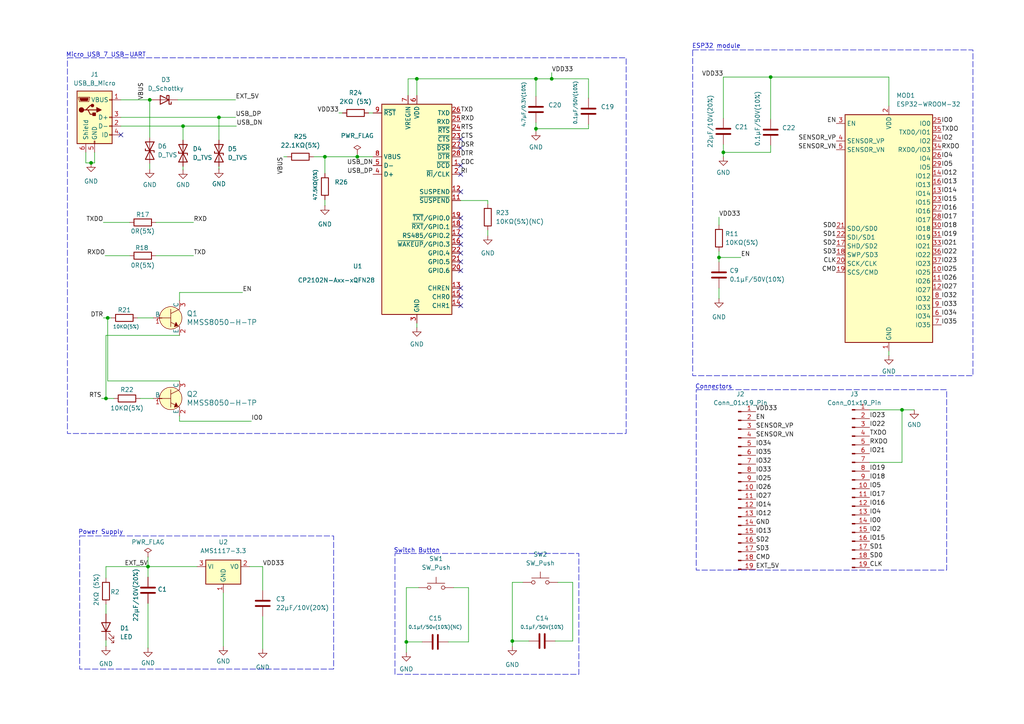
<source format=kicad_sch>
(kicad_sch
	(version 20250114)
	(generator "eeschema")
	(generator_version "9.0")
	(uuid "cf8edb26-a191-4f1d-bbd9-e676133d9969")
	(paper "A4")
	(title_block
		(title "ESP_32_DevKit")
		(date "2025-07-01")
		(rev "Version 1 ")
	)
	(lib_symbols
		(symbol "Connector:Conn_01x19_Pin"
			(pin_names
				(offset 1.016)
				(hide yes)
			)
			(exclude_from_sim no)
			(in_bom yes)
			(on_board yes)
			(property "Reference" "J"
				(at 0 25.4 0)
				(effects
					(font
						(size 1.27 1.27)
					)
				)
			)
			(property "Value" "Conn_01x19_Pin"
				(at 0 -25.4 0)
				(effects
					(font
						(size 1.27 1.27)
					)
				)
			)
			(property "Footprint" ""
				(at 0 0 0)
				(effects
					(font
						(size 1.27 1.27)
					)
					(hide yes)
				)
			)
			(property "Datasheet" "~"
				(at 0 0 0)
				(effects
					(font
						(size 1.27 1.27)
					)
					(hide yes)
				)
			)
			(property "Description" "Generic connector, single row, 01x19, script generated"
				(at 0 0 0)
				(effects
					(font
						(size 1.27 1.27)
					)
					(hide yes)
				)
			)
			(property "ki_locked" ""
				(at 0 0 0)
				(effects
					(font
						(size 1.27 1.27)
					)
				)
			)
			(property "ki_keywords" "connector"
				(at 0 0 0)
				(effects
					(font
						(size 1.27 1.27)
					)
					(hide yes)
				)
			)
			(property "ki_fp_filters" "Connector*:*_1x??_*"
				(at 0 0 0)
				(effects
					(font
						(size 1.27 1.27)
					)
					(hide yes)
				)
			)
			(symbol "Conn_01x19_Pin_1_1"
				(rectangle
					(start 0.8636 22.987)
					(end 0 22.733)
					(stroke
						(width 0.1524)
						(type default)
					)
					(fill
						(type outline)
					)
				)
				(rectangle
					(start 0.8636 20.447)
					(end 0 20.193)
					(stroke
						(width 0.1524)
						(type default)
					)
					(fill
						(type outline)
					)
				)
				(rectangle
					(start 0.8636 17.907)
					(end 0 17.653)
					(stroke
						(width 0.1524)
						(type default)
					)
					(fill
						(type outline)
					)
				)
				(rectangle
					(start 0.8636 15.367)
					(end 0 15.113)
					(stroke
						(width 0.1524)
						(type default)
					)
					(fill
						(type outline)
					)
				)
				(rectangle
					(start 0.8636 12.827)
					(end 0 12.573)
					(stroke
						(width 0.1524)
						(type default)
					)
					(fill
						(type outline)
					)
				)
				(rectangle
					(start 0.8636 10.287)
					(end 0 10.033)
					(stroke
						(width 0.1524)
						(type default)
					)
					(fill
						(type outline)
					)
				)
				(rectangle
					(start 0.8636 7.747)
					(end 0 7.493)
					(stroke
						(width 0.1524)
						(type default)
					)
					(fill
						(type outline)
					)
				)
				(rectangle
					(start 0.8636 5.207)
					(end 0 4.953)
					(stroke
						(width 0.1524)
						(type default)
					)
					(fill
						(type outline)
					)
				)
				(rectangle
					(start 0.8636 2.667)
					(end 0 2.413)
					(stroke
						(width 0.1524)
						(type default)
					)
					(fill
						(type outline)
					)
				)
				(rectangle
					(start 0.8636 0.127)
					(end 0 -0.127)
					(stroke
						(width 0.1524)
						(type default)
					)
					(fill
						(type outline)
					)
				)
				(rectangle
					(start 0.8636 -2.413)
					(end 0 -2.667)
					(stroke
						(width 0.1524)
						(type default)
					)
					(fill
						(type outline)
					)
				)
				(rectangle
					(start 0.8636 -4.953)
					(end 0 -5.207)
					(stroke
						(width 0.1524)
						(type default)
					)
					(fill
						(type outline)
					)
				)
				(rectangle
					(start 0.8636 -7.493)
					(end 0 -7.747)
					(stroke
						(width 0.1524)
						(type default)
					)
					(fill
						(type outline)
					)
				)
				(rectangle
					(start 0.8636 -10.033)
					(end 0 -10.287)
					(stroke
						(width 0.1524)
						(type default)
					)
					(fill
						(type outline)
					)
				)
				(rectangle
					(start 0.8636 -12.573)
					(end 0 -12.827)
					(stroke
						(width 0.1524)
						(type default)
					)
					(fill
						(type outline)
					)
				)
				(rectangle
					(start 0.8636 -15.113)
					(end 0 -15.367)
					(stroke
						(width 0.1524)
						(type default)
					)
					(fill
						(type outline)
					)
				)
				(rectangle
					(start 0.8636 -17.653)
					(end 0 -17.907)
					(stroke
						(width 0.1524)
						(type default)
					)
					(fill
						(type outline)
					)
				)
				(rectangle
					(start 0.8636 -20.193)
					(end 0 -20.447)
					(stroke
						(width 0.1524)
						(type default)
					)
					(fill
						(type outline)
					)
				)
				(rectangle
					(start 0.8636 -22.733)
					(end 0 -22.987)
					(stroke
						(width 0.1524)
						(type default)
					)
					(fill
						(type outline)
					)
				)
				(polyline
					(pts
						(xy 1.27 22.86) (xy 0.8636 22.86)
					)
					(stroke
						(width 0.1524)
						(type default)
					)
					(fill
						(type none)
					)
				)
				(polyline
					(pts
						(xy 1.27 20.32) (xy 0.8636 20.32)
					)
					(stroke
						(width 0.1524)
						(type default)
					)
					(fill
						(type none)
					)
				)
				(polyline
					(pts
						(xy 1.27 17.78) (xy 0.8636 17.78)
					)
					(stroke
						(width 0.1524)
						(type default)
					)
					(fill
						(type none)
					)
				)
				(polyline
					(pts
						(xy 1.27 15.24) (xy 0.8636 15.24)
					)
					(stroke
						(width 0.1524)
						(type default)
					)
					(fill
						(type none)
					)
				)
				(polyline
					(pts
						(xy 1.27 12.7) (xy 0.8636 12.7)
					)
					(stroke
						(width 0.1524)
						(type default)
					)
					(fill
						(type none)
					)
				)
				(polyline
					(pts
						(xy 1.27 10.16) (xy 0.8636 10.16)
					)
					(stroke
						(width 0.1524)
						(type default)
					)
					(fill
						(type none)
					)
				)
				(polyline
					(pts
						(xy 1.27 7.62) (xy 0.8636 7.62)
					)
					(stroke
						(width 0.1524)
						(type default)
					)
					(fill
						(type none)
					)
				)
				(polyline
					(pts
						(xy 1.27 5.08) (xy 0.8636 5.08)
					)
					(stroke
						(width 0.1524)
						(type default)
					)
					(fill
						(type none)
					)
				)
				(polyline
					(pts
						(xy 1.27 2.54) (xy 0.8636 2.54)
					)
					(stroke
						(width 0.1524)
						(type default)
					)
					(fill
						(type none)
					)
				)
				(polyline
					(pts
						(xy 1.27 0) (xy 0.8636 0)
					)
					(stroke
						(width 0.1524)
						(type default)
					)
					(fill
						(type none)
					)
				)
				(polyline
					(pts
						(xy 1.27 -2.54) (xy 0.8636 -2.54)
					)
					(stroke
						(width 0.1524)
						(type default)
					)
					(fill
						(type none)
					)
				)
				(polyline
					(pts
						(xy 1.27 -5.08) (xy 0.8636 -5.08)
					)
					(stroke
						(width 0.1524)
						(type default)
					)
					(fill
						(type none)
					)
				)
				(polyline
					(pts
						(xy 1.27 -7.62) (xy 0.8636 -7.62)
					)
					(stroke
						(width 0.1524)
						(type default)
					)
					(fill
						(type none)
					)
				)
				(polyline
					(pts
						(xy 1.27 -10.16) (xy 0.8636 -10.16)
					)
					(stroke
						(width 0.1524)
						(type default)
					)
					(fill
						(type none)
					)
				)
				(polyline
					(pts
						(xy 1.27 -12.7) (xy 0.8636 -12.7)
					)
					(stroke
						(width 0.1524)
						(type default)
					)
					(fill
						(type none)
					)
				)
				(polyline
					(pts
						(xy 1.27 -15.24) (xy 0.8636 -15.24)
					)
					(stroke
						(width 0.1524)
						(type default)
					)
					(fill
						(type none)
					)
				)
				(polyline
					(pts
						(xy 1.27 -17.78) (xy 0.8636 -17.78)
					)
					(stroke
						(width 0.1524)
						(type default)
					)
					(fill
						(type none)
					)
				)
				(polyline
					(pts
						(xy 1.27 -20.32) (xy 0.8636 -20.32)
					)
					(stroke
						(width 0.1524)
						(type default)
					)
					(fill
						(type none)
					)
				)
				(polyline
					(pts
						(xy 1.27 -22.86) (xy 0.8636 -22.86)
					)
					(stroke
						(width 0.1524)
						(type default)
					)
					(fill
						(type none)
					)
				)
				(pin passive line
					(at 5.08 22.86 180)
					(length 3.81)
					(name "Pin_1"
						(effects
							(font
								(size 1.27 1.27)
							)
						)
					)
					(number "1"
						(effects
							(font
								(size 1.27 1.27)
							)
						)
					)
				)
				(pin passive line
					(at 5.08 20.32 180)
					(length 3.81)
					(name "Pin_2"
						(effects
							(font
								(size 1.27 1.27)
							)
						)
					)
					(number "2"
						(effects
							(font
								(size 1.27 1.27)
							)
						)
					)
				)
				(pin passive line
					(at 5.08 17.78 180)
					(length 3.81)
					(name "Pin_3"
						(effects
							(font
								(size 1.27 1.27)
							)
						)
					)
					(number "3"
						(effects
							(font
								(size 1.27 1.27)
							)
						)
					)
				)
				(pin passive line
					(at 5.08 15.24 180)
					(length 3.81)
					(name "Pin_4"
						(effects
							(font
								(size 1.27 1.27)
							)
						)
					)
					(number "4"
						(effects
							(font
								(size 1.27 1.27)
							)
						)
					)
				)
				(pin passive line
					(at 5.08 12.7 180)
					(length 3.81)
					(name "Pin_5"
						(effects
							(font
								(size 1.27 1.27)
							)
						)
					)
					(number "5"
						(effects
							(font
								(size 1.27 1.27)
							)
						)
					)
				)
				(pin passive line
					(at 5.08 10.16 180)
					(length 3.81)
					(name "Pin_6"
						(effects
							(font
								(size 1.27 1.27)
							)
						)
					)
					(number "6"
						(effects
							(font
								(size 1.27 1.27)
							)
						)
					)
				)
				(pin passive line
					(at 5.08 7.62 180)
					(length 3.81)
					(name "Pin_7"
						(effects
							(font
								(size 1.27 1.27)
							)
						)
					)
					(number "7"
						(effects
							(font
								(size 1.27 1.27)
							)
						)
					)
				)
				(pin passive line
					(at 5.08 5.08 180)
					(length 3.81)
					(name "Pin_8"
						(effects
							(font
								(size 1.27 1.27)
							)
						)
					)
					(number "8"
						(effects
							(font
								(size 1.27 1.27)
							)
						)
					)
				)
				(pin passive line
					(at 5.08 2.54 180)
					(length 3.81)
					(name "Pin_9"
						(effects
							(font
								(size 1.27 1.27)
							)
						)
					)
					(number "9"
						(effects
							(font
								(size 1.27 1.27)
							)
						)
					)
				)
				(pin passive line
					(at 5.08 0 180)
					(length 3.81)
					(name "Pin_10"
						(effects
							(font
								(size 1.27 1.27)
							)
						)
					)
					(number "10"
						(effects
							(font
								(size 1.27 1.27)
							)
						)
					)
				)
				(pin passive line
					(at 5.08 -2.54 180)
					(length 3.81)
					(name "Pin_11"
						(effects
							(font
								(size 1.27 1.27)
							)
						)
					)
					(number "11"
						(effects
							(font
								(size 1.27 1.27)
							)
						)
					)
				)
				(pin passive line
					(at 5.08 -5.08 180)
					(length 3.81)
					(name "Pin_12"
						(effects
							(font
								(size 1.27 1.27)
							)
						)
					)
					(number "12"
						(effects
							(font
								(size 1.27 1.27)
							)
						)
					)
				)
				(pin passive line
					(at 5.08 -7.62 180)
					(length 3.81)
					(name "Pin_13"
						(effects
							(font
								(size 1.27 1.27)
							)
						)
					)
					(number "13"
						(effects
							(font
								(size 1.27 1.27)
							)
						)
					)
				)
				(pin passive line
					(at 5.08 -10.16 180)
					(length 3.81)
					(name "Pin_14"
						(effects
							(font
								(size 1.27 1.27)
							)
						)
					)
					(number "14"
						(effects
							(font
								(size 1.27 1.27)
							)
						)
					)
				)
				(pin passive line
					(at 5.08 -12.7 180)
					(length 3.81)
					(name "Pin_15"
						(effects
							(font
								(size 1.27 1.27)
							)
						)
					)
					(number "15"
						(effects
							(font
								(size 1.27 1.27)
							)
						)
					)
				)
				(pin passive line
					(at 5.08 -15.24 180)
					(length 3.81)
					(name "Pin_16"
						(effects
							(font
								(size 1.27 1.27)
							)
						)
					)
					(number "16"
						(effects
							(font
								(size 1.27 1.27)
							)
						)
					)
				)
				(pin passive line
					(at 5.08 -17.78 180)
					(length 3.81)
					(name "Pin_17"
						(effects
							(font
								(size 1.27 1.27)
							)
						)
					)
					(number "17"
						(effects
							(font
								(size 1.27 1.27)
							)
						)
					)
				)
				(pin passive line
					(at 5.08 -20.32 180)
					(length 3.81)
					(name "Pin_18"
						(effects
							(font
								(size 1.27 1.27)
							)
						)
					)
					(number "18"
						(effects
							(font
								(size 1.27 1.27)
							)
						)
					)
				)
				(pin passive line
					(at 5.08 -22.86 180)
					(length 3.81)
					(name "Pin_19"
						(effects
							(font
								(size 1.27 1.27)
							)
						)
					)
					(number "19"
						(effects
							(font
								(size 1.27 1.27)
							)
						)
					)
				)
			)
			(embedded_fonts no)
		)
		(symbol "Connector:USB_B_Micro"
			(pin_names
				(offset 1.016)
			)
			(exclude_from_sim no)
			(in_bom yes)
			(on_board yes)
			(property "Reference" "J"
				(at -5.08 11.43 0)
				(effects
					(font
						(size 1.27 1.27)
					)
					(justify left)
				)
			)
			(property "Value" "USB_B_Micro"
				(at -5.08 8.89 0)
				(effects
					(font
						(size 1.27 1.27)
					)
					(justify left)
				)
			)
			(property "Footprint" ""
				(at 3.81 -1.27 0)
				(effects
					(font
						(size 1.27 1.27)
					)
					(hide yes)
				)
			)
			(property "Datasheet" "~"
				(at 3.81 -1.27 0)
				(effects
					(font
						(size 1.27 1.27)
					)
					(hide yes)
				)
			)
			(property "Description" "USB Micro Type B connector"
				(at 0 0 0)
				(effects
					(font
						(size 1.27 1.27)
					)
					(hide yes)
				)
			)
			(property "ki_keywords" "connector USB micro"
				(at 0 0 0)
				(effects
					(font
						(size 1.27 1.27)
					)
					(hide yes)
				)
			)
			(property "ki_fp_filters" "USB*Micro*B*"
				(at 0 0 0)
				(effects
					(font
						(size 1.27 1.27)
					)
					(hide yes)
				)
			)
			(symbol "USB_B_Micro_0_1"
				(rectangle
					(start -5.08 -7.62)
					(end 5.08 7.62)
					(stroke
						(width 0.254)
						(type default)
					)
					(fill
						(type background)
					)
				)
				(polyline
					(pts
						(xy -4.699 5.842) (xy -4.699 5.588) (xy -4.445 4.826) (xy -4.445 4.572) (xy -1.651 4.572) (xy -1.651 4.826)
						(xy -1.397 5.588) (xy -1.397 5.842) (xy -4.699 5.842)
					)
					(stroke
						(width 0)
						(type default)
					)
					(fill
						(type none)
					)
				)
				(polyline
					(pts
						(xy -4.318 5.588) (xy -1.778 5.588) (xy -2.032 4.826) (xy -4.064 4.826) (xy -4.318 5.588)
					)
					(stroke
						(width 0)
						(type default)
					)
					(fill
						(type outline)
					)
				)
				(circle
					(center -3.81 2.159)
					(radius 0.635)
					(stroke
						(width 0.254)
						(type default)
					)
					(fill
						(type outline)
					)
				)
				(polyline
					(pts
						(xy -3.175 2.159) (xy -2.54 2.159) (xy -1.27 3.429) (xy -0.635 3.429)
					)
					(stroke
						(width 0.254)
						(type default)
					)
					(fill
						(type none)
					)
				)
				(polyline
					(pts
						(xy -2.54 2.159) (xy -1.905 2.159) (xy -1.27 0.889) (xy 0 0.889)
					)
					(stroke
						(width 0.254)
						(type default)
					)
					(fill
						(type none)
					)
				)
				(polyline
					(pts
						(xy -1.905 2.159) (xy 0.635 2.159)
					)
					(stroke
						(width 0.254)
						(type default)
					)
					(fill
						(type none)
					)
				)
				(circle
					(center -0.635 3.429)
					(radius 0.381)
					(stroke
						(width 0.254)
						(type default)
					)
					(fill
						(type outline)
					)
				)
				(rectangle
					(start -0.127 -7.62)
					(end 0.127 -6.858)
					(stroke
						(width 0)
						(type default)
					)
					(fill
						(type none)
					)
				)
				(rectangle
					(start 0.254 1.27)
					(end -0.508 0.508)
					(stroke
						(width 0.254)
						(type default)
					)
					(fill
						(type outline)
					)
				)
				(polyline
					(pts
						(xy 0.635 2.794) (xy 0.635 1.524) (xy 1.905 2.159) (xy 0.635 2.794)
					)
					(stroke
						(width 0.254)
						(type default)
					)
					(fill
						(type outline)
					)
				)
				(rectangle
					(start 5.08 4.953)
					(end 4.318 5.207)
					(stroke
						(width 0)
						(type default)
					)
					(fill
						(type none)
					)
				)
				(rectangle
					(start 5.08 -0.127)
					(end 4.318 0.127)
					(stroke
						(width 0)
						(type default)
					)
					(fill
						(type none)
					)
				)
				(rectangle
					(start 5.08 -2.667)
					(end 4.318 -2.413)
					(stroke
						(width 0)
						(type default)
					)
					(fill
						(type none)
					)
				)
				(rectangle
					(start 5.08 -5.207)
					(end 4.318 -4.953)
					(stroke
						(width 0)
						(type default)
					)
					(fill
						(type none)
					)
				)
			)
			(symbol "USB_B_Micro_1_1"
				(pin passive line
					(at -2.54 -10.16 90)
					(length 2.54)
					(name "Shield"
						(effects
							(font
								(size 1.27 1.27)
							)
						)
					)
					(number "6"
						(effects
							(font
								(size 1.27 1.27)
							)
						)
					)
				)
				(pin power_out line
					(at 0 -10.16 90)
					(length 2.54)
					(name "GND"
						(effects
							(font
								(size 1.27 1.27)
							)
						)
					)
					(number "5"
						(effects
							(font
								(size 1.27 1.27)
							)
						)
					)
				)
				(pin power_out line
					(at 7.62 5.08 180)
					(length 2.54)
					(name "VBUS"
						(effects
							(font
								(size 1.27 1.27)
							)
						)
					)
					(number "1"
						(effects
							(font
								(size 1.27 1.27)
							)
						)
					)
				)
				(pin bidirectional line
					(at 7.62 0 180)
					(length 2.54)
					(name "D+"
						(effects
							(font
								(size 1.27 1.27)
							)
						)
					)
					(number "3"
						(effects
							(font
								(size 1.27 1.27)
							)
						)
					)
				)
				(pin bidirectional line
					(at 7.62 -2.54 180)
					(length 2.54)
					(name "D-"
						(effects
							(font
								(size 1.27 1.27)
							)
						)
					)
					(number "2"
						(effects
							(font
								(size 1.27 1.27)
							)
						)
					)
				)
				(pin passive line
					(at 7.62 -5.08 180)
					(length 2.54)
					(name "ID"
						(effects
							(font
								(size 1.27 1.27)
							)
						)
					)
					(number "4"
						(effects
							(font
								(size 1.27 1.27)
							)
						)
					)
				)
			)
			(embedded_fonts no)
		)
		(symbol "Device:C"
			(pin_numbers
				(hide yes)
			)
			(pin_names
				(offset 0.254)
			)
			(exclude_from_sim no)
			(in_bom yes)
			(on_board yes)
			(property "Reference" "C"
				(at 0.635 2.54 0)
				(effects
					(font
						(size 1.27 1.27)
					)
					(justify left)
				)
			)
			(property "Value" "C"
				(at 0.635 -2.54 0)
				(effects
					(font
						(size 1.27 1.27)
					)
					(justify left)
				)
			)
			(property "Footprint" ""
				(at 0.9652 -3.81 0)
				(effects
					(font
						(size 1.27 1.27)
					)
					(hide yes)
				)
			)
			(property "Datasheet" "~"
				(at 0 0 0)
				(effects
					(font
						(size 1.27 1.27)
					)
					(hide yes)
				)
			)
			(property "Description" "Unpolarized capacitor"
				(at 0 0 0)
				(effects
					(font
						(size 1.27 1.27)
					)
					(hide yes)
				)
			)
			(property "ki_keywords" "cap capacitor"
				(at 0 0 0)
				(effects
					(font
						(size 1.27 1.27)
					)
					(hide yes)
				)
			)
			(property "ki_fp_filters" "C_*"
				(at 0 0 0)
				(effects
					(font
						(size 1.27 1.27)
					)
					(hide yes)
				)
			)
			(symbol "C_0_1"
				(polyline
					(pts
						(xy -2.032 0.762) (xy 2.032 0.762)
					)
					(stroke
						(width 0.508)
						(type default)
					)
					(fill
						(type none)
					)
				)
				(polyline
					(pts
						(xy -2.032 -0.762) (xy 2.032 -0.762)
					)
					(stroke
						(width 0.508)
						(type default)
					)
					(fill
						(type none)
					)
				)
			)
			(symbol "C_1_1"
				(pin passive line
					(at 0 3.81 270)
					(length 2.794)
					(name "~"
						(effects
							(font
								(size 1.27 1.27)
							)
						)
					)
					(number "1"
						(effects
							(font
								(size 1.27 1.27)
							)
						)
					)
				)
				(pin passive line
					(at 0 -3.81 90)
					(length 2.794)
					(name "~"
						(effects
							(font
								(size 1.27 1.27)
							)
						)
					)
					(number "2"
						(effects
							(font
								(size 1.27 1.27)
							)
						)
					)
				)
			)
			(embedded_fonts no)
		)
		(symbol "Device:D_Schottky"
			(pin_numbers
				(hide yes)
			)
			(pin_names
				(offset 1.016)
				(hide yes)
			)
			(exclude_from_sim no)
			(in_bom yes)
			(on_board yes)
			(property "Reference" "D"
				(at 0 2.54 0)
				(effects
					(font
						(size 1.27 1.27)
					)
				)
			)
			(property "Value" "D_Schottky"
				(at 0 -2.54 0)
				(effects
					(font
						(size 1.27 1.27)
					)
				)
			)
			(property "Footprint" ""
				(at 0 0 0)
				(effects
					(font
						(size 1.27 1.27)
					)
					(hide yes)
				)
			)
			(property "Datasheet" "~"
				(at 0 0 0)
				(effects
					(font
						(size 1.27 1.27)
					)
					(hide yes)
				)
			)
			(property "Description" "Schottky diode"
				(at 0 0 0)
				(effects
					(font
						(size 1.27 1.27)
					)
					(hide yes)
				)
			)
			(property "ki_keywords" "diode Schottky"
				(at 0 0 0)
				(effects
					(font
						(size 1.27 1.27)
					)
					(hide yes)
				)
			)
			(property "ki_fp_filters" "TO-???* *_Diode_* *SingleDiode* D_*"
				(at 0 0 0)
				(effects
					(font
						(size 1.27 1.27)
					)
					(hide yes)
				)
			)
			(symbol "D_Schottky_0_1"
				(polyline
					(pts
						(xy -1.905 0.635) (xy -1.905 1.27) (xy -1.27 1.27) (xy -1.27 -1.27) (xy -0.635 -1.27) (xy -0.635 -0.635)
					)
					(stroke
						(width 0.254)
						(type default)
					)
					(fill
						(type none)
					)
				)
				(polyline
					(pts
						(xy 1.27 1.27) (xy 1.27 -1.27) (xy -1.27 0) (xy 1.27 1.27)
					)
					(stroke
						(width 0.254)
						(type default)
					)
					(fill
						(type none)
					)
				)
				(polyline
					(pts
						(xy 1.27 0) (xy -1.27 0)
					)
					(stroke
						(width 0)
						(type default)
					)
					(fill
						(type none)
					)
				)
			)
			(symbol "D_Schottky_1_1"
				(pin passive line
					(at -3.81 0 0)
					(length 2.54)
					(name "K"
						(effects
							(font
								(size 1.27 1.27)
							)
						)
					)
					(number "1"
						(effects
							(font
								(size 1.27 1.27)
							)
						)
					)
				)
				(pin passive line
					(at 3.81 0 180)
					(length 2.54)
					(name "A"
						(effects
							(font
								(size 1.27 1.27)
							)
						)
					)
					(number "2"
						(effects
							(font
								(size 1.27 1.27)
							)
						)
					)
				)
			)
			(embedded_fonts no)
		)
		(symbol "Device:D_TVS"
			(pin_numbers
				(hide yes)
			)
			(pin_names
				(offset 1.016)
				(hide yes)
			)
			(exclude_from_sim no)
			(in_bom yes)
			(on_board yes)
			(property "Reference" "D"
				(at 0 2.54 0)
				(effects
					(font
						(size 1.27 1.27)
					)
				)
			)
			(property "Value" "D_TVS"
				(at 0 -2.54 0)
				(effects
					(font
						(size 1.27 1.27)
					)
				)
			)
			(property "Footprint" ""
				(at 0 0 0)
				(effects
					(font
						(size 1.27 1.27)
					)
					(hide yes)
				)
			)
			(property "Datasheet" "~"
				(at 0 0 0)
				(effects
					(font
						(size 1.27 1.27)
					)
					(hide yes)
				)
			)
			(property "Description" "Bidirectional transient-voltage-suppression diode"
				(at 0 0 0)
				(effects
					(font
						(size 1.27 1.27)
					)
					(hide yes)
				)
			)
			(property "ki_keywords" "diode TVS thyrector"
				(at 0 0 0)
				(effects
					(font
						(size 1.27 1.27)
					)
					(hide yes)
				)
			)
			(property "ki_fp_filters" "TO-???* *_Diode_* *SingleDiode* D_*"
				(at 0 0 0)
				(effects
					(font
						(size 1.27 1.27)
					)
					(hide yes)
				)
			)
			(symbol "D_TVS_0_1"
				(polyline
					(pts
						(xy -2.54 1.27) (xy -2.54 -1.27) (xy 2.54 1.27) (xy 2.54 -1.27) (xy -2.54 1.27)
					)
					(stroke
						(width 0.254)
						(type default)
					)
					(fill
						(type none)
					)
				)
				(polyline
					(pts
						(xy 0.508 1.27) (xy 0 1.27) (xy 0 -1.27) (xy -0.508 -1.27)
					)
					(stroke
						(width 0.254)
						(type default)
					)
					(fill
						(type none)
					)
				)
				(polyline
					(pts
						(xy 1.27 0) (xy -1.27 0)
					)
					(stroke
						(width 0)
						(type default)
					)
					(fill
						(type none)
					)
				)
			)
			(symbol "D_TVS_1_1"
				(pin passive line
					(at -3.81 0 0)
					(length 2.54)
					(name "A1"
						(effects
							(font
								(size 1.27 1.27)
							)
						)
					)
					(number "1"
						(effects
							(font
								(size 1.27 1.27)
							)
						)
					)
				)
				(pin passive line
					(at 3.81 0 180)
					(length 2.54)
					(name "A2"
						(effects
							(font
								(size 1.27 1.27)
							)
						)
					)
					(number "2"
						(effects
							(font
								(size 1.27 1.27)
							)
						)
					)
				)
			)
			(embedded_fonts no)
		)
		(symbol "Device:LED"
			(pin_numbers
				(hide yes)
			)
			(pin_names
				(offset 1.016)
				(hide yes)
			)
			(exclude_from_sim no)
			(in_bom yes)
			(on_board yes)
			(property "Reference" "D"
				(at 0 2.54 0)
				(effects
					(font
						(size 1.27 1.27)
					)
				)
			)
			(property "Value" "LED"
				(at 0 -2.54 0)
				(effects
					(font
						(size 1.27 1.27)
					)
				)
			)
			(property "Footprint" ""
				(at 0 0 0)
				(effects
					(font
						(size 1.27 1.27)
					)
					(hide yes)
				)
			)
			(property "Datasheet" "~"
				(at 0 0 0)
				(effects
					(font
						(size 1.27 1.27)
					)
					(hide yes)
				)
			)
			(property "Description" "Light emitting diode"
				(at 0 0 0)
				(effects
					(font
						(size 1.27 1.27)
					)
					(hide yes)
				)
			)
			(property "Sim.Pins" "1=K 2=A"
				(at 0 0 0)
				(effects
					(font
						(size 1.27 1.27)
					)
					(hide yes)
				)
			)
			(property "ki_keywords" "LED diode"
				(at 0 0 0)
				(effects
					(font
						(size 1.27 1.27)
					)
					(hide yes)
				)
			)
			(property "ki_fp_filters" "LED* LED_SMD:* LED_THT:*"
				(at 0 0 0)
				(effects
					(font
						(size 1.27 1.27)
					)
					(hide yes)
				)
			)
			(symbol "LED_0_1"
				(polyline
					(pts
						(xy -3.048 -0.762) (xy -4.572 -2.286) (xy -3.81 -2.286) (xy -4.572 -2.286) (xy -4.572 -1.524)
					)
					(stroke
						(width 0)
						(type default)
					)
					(fill
						(type none)
					)
				)
				(polyline
					(pts
						(xy -1.778 -0.762) (xy -3.302 -2.286) (xy -2.54 -2.286) (xy -3.302 -2.286) (xy -3.302 -1.524)
					)
					(stroke
						(width 0)
						(type default)
					)
					(fill
						(type none)
					)
				)
				(polyline
					(pts
						(xy -1.27 0) (xy 1.27 0)
					)
					(stroke
						(width 0)
						(type default)
					)
					(fill
						(type none)
					)
				)
				(polyline
					(pts
						(xy -1.27 -1.27) (xy -1.27 1.27)
					)
					(stroke
						(width 0.254)
						(type default)
					)
					(fill
						(type none)
					)
				)
				(polyline
					(pts
						(xy 1.27 -1.27) (xy 1.27 1.27) (xy -1.27 0) (xy 1.27 -1.27)
					)
					(stroke
						(width 0.254)
						(type default)
					)
					(fill
						(type none)
					)
				)
			)
			(symbol "LED_1_1"
				(pin passive line
					(at -3.81 0 0)
					(length 2.54)
					(name "K"
						(effects
							(font
								(size 1.27 1.27)
							)
						)
					)
					(number "1"
						(effects
							(font
								(size 1.27 1.27)
							)
						)
					)
				)
				(pin passive line
					(at 3.81 0 180)
					(length 2.54)
					(name "A"
						(effects
							(font
								(size 1.27 1.27)
							)
						)
					)
					(number "2"
						(effects
							(font
								(size 1.27 1.27)
							)
						)
					)
				)
			)
			(embedded_fonts no)
		)
		(symbol "Device:R"
			(pin_numbers
				(hide yes)
			)
			(pin_names
				(offset 0)
			)
			(exclude_from_sim no)
			(in_bom yes)
			(on_board yes)
			(property "Reference" "R"
				(at 2.032 0 90)
				(effects
					(font
						(size 1.27 1.27)
					)
				)
			)
			(property "Value" "R"
				(at 0 0 90)
				(effects
					(font
						(size 1.27 1.27)
					)
				)
			)
			(property "Footprint" ""
				(at -1.778 0 90)
				(effects
					(font
						(size 1.27 1.27)
					)
					(hide yes)
				)
			)
			(property "Datasheet" "~"
				(at 0 0 0)
				(effects
					(font
						(size 1.27 1.27)
					)
					(hide yes)
				)
			)
			(property "Description" "Resistor"
				(at 0 0 0)
				(effects
					(font
						(size 1.27 1.27)
					)
					(hide yes)
				)
			)
			(property "ki_keywords" "R res resistor"
				(at 0 0 0)
				(effects
					(font
						(size 1.27 1.27)
					)
					(hide yes)
				)
			)
			(property "ki_fp_filters" "R_*"
				(at 0 0 0)
				(effects
					(font
						(size 1.27 1.27)
					)
					(hide yes)
				)
			)
			(symbol "R_0_1"
				(rectangle
					(start -1.016 -2.54)
					(end 1.016 2.54)
					(stroke
						(width 0.254)
						(type default)
					)
					(fill
						(type none)
					)
				)
			)
			(symbol "R_1_1"
				(pin passive line
					(at 0 3.81 270)
					(length 1.27)
					(name "~"
						(effects
							(font
								(size 1.27 1.27)
							)
						)
					)
					(number "1"
						(effects
							(font
								(size 1.27 1.27)
							)
						)
					)
				)
				(pin passive line
					(at 0 -3.81 90)
					(length 1.27)
					(name "~"
						(effects
							(font
								(size 1.27 1.27)
							)
						)
					)
					(number "2"
						(effects
							(font
								(size 1.27 1.27)
							)
						)
					)
				)
			)
			(embedded_fonts no)
		)
		(symbol "Interface_USB:CP2102N-Axx-xQFN28"
			(exclude_from_sim no)
			(in_bom yes)
			(on_board yes)
			(property "Reference" "U"
				(at -8.89 31.75 0)
				(effects
					(font
						(size 1.27 1.27)
					)
				)
			)
			(property "Value" "CP2102N-Axx-xQFN28"
				(at 12.7 31.75 0)
				(effects
					(font
						(size 1.27 1.27)
					)
				)
			)
			(property "Footprint" "Package_DFN_QFN:QFN-28-1EP_5x5mm_P0.5mm_EP3.35x3.35mm"
				(at 33.02 -31.75 0)
				(effects
					(font
						(size 1.27 1.27)
					)
					(hide yes)
				)
			)
			(property "Datasheet" "https://www.silabs.com/documents/public/data-sheets/cp2102n-datasheet.pdf"
				(at 1.27 -19.05 0)
				(effects
					(font
						(size 1.27 1.27)
					)
					(hide yes)
				)
			)
			(property "Description" "USB to UART master bridge, QFN-28"
				(at 0 0 0)
				(effects
					(font
						(size 1.27 1.27)
					)
					(hide yes)
				)
			)
			(property "ki_keywords" "USB UART bridge"
				(at 0 0 0)
				(effects
					(font
						(size 1.27 1.27)
					)
					(hide yes)
				)
			)
			(property "ki_fp_filters" "QFN*1EP*5x5mm*P0.5mm*"
				(at 0 0 0)
				(effects
					(font
						(size 1.27 1.27)
					)
					(hide yes)
				)
			)
			(symbol "CP2102N-Axx-xQFN28_0_1"
				(rectangle
					(start -10.16 30.48)
					(end 10.16 -30.48)
					(stroke
						(width 0.254)
						(type default)
					)
					(fill
						(type background)
					)
				)
			)
			(symbol "CP2102N-Axx-xQFN28_1_1"
				(pin input line
					(at -12.7 27.94 0)
					(length 2.54)
					(name "~{RST}"
						(effects
							(font
								(size 1.27 1.27)
							)
						)
					)
					(number "9"
						(effects
							(font
								(size 1.27 1.27)
							)
						)
					)
				)
				(pin input line
					(at -12.7 15.24 0)
					(length 2.54)
					(name "VBUS"
						(effects
							(font
								(size 1.27 1.27)
							)
						)
					)
					(number "8"
						(effects
							(font
								(size 1.27 1.27)
							)
						)
					)
				)
				(pin bidirectional line
					(at -12.7 12.7 0)
					(length 2.54)
					(name "D-"
						(effects
							(font
								(size 1.27 1.27)
							)
						)
					)
					(number "5"
						(effects
							(font
								(size 1.27 1.27)
							)
						)
					)
				)
				(pin bidirectional line
					(at -12.7 10.16 0)
					(length 2.54)
					(name "D+"
						(effects
							(font
								(size 1.27 1.27)
							)
						)
					)
					(number "4"
						(effects
							(font
								(size 1.27 1.27)
							)
						)
					)
				)
				(pin no_connect line
					(at -10.16 -27.94 0)
					(length 2.54)
					(hide yes)
					(name "NC"
						(effects
							(font
								(size 1.27 1.27)
							)
						)
					)
					(number "10"
						(effects
							(font
								(size 1.27 1.27)
							)
						)
					)
				)
				(pin power_in line
					(at -2.54 33.02 270)
					(length 2.54)
					(name "VREGIN"
						(effects
							(font
								(size 1.27 1.27)
							)
						)
					)
					(number "7"
						(effects
							(font
								(size 1.27 1.27)
							)
						)
					)
				)
				(pin power_in line
					(at 0 33.02 270)
					(length 2.54)
					(name "VDD"
						(effects
							(font
								(size 1.27 1.27)
							)
						)
					)
					(number "6"
						(effects
							(font
								(size 1.27 1.27)
							)
						)
					)
				)
				(pin passive line
					(at 0 -33.02 90)
					(length 2.54)
					(hide yes)
					(name "GND"
						(effects
							(font
								(size 1.27 1.27)
							)
						)
					)
					(number "29"
						(effects
							(font
								(size 1.27 1.27)
							)
						)
					)
				)
				(pin power_in line
					(at 0 -33.02 90)
					(length 2.54)
					(name "GND"
						(effects
							(font
								(size 1.27 1.27)
							)
						)
					)
					(number "3"
						(effects
							(font
								(size 1.27 1.27)
							)
						)
					)
				)
				(pin output line
					(at 12.7 27.94 180)
					(length 2.54)
					(name "TXD"
						(effects
							(font
								(size 1.27 1.27)
							)
						)
					)
					(number "26"
						(effects
							(font
								(size 1.27 1.27)
							)
						)
					)
				)
				(pin input line
					(at 12.7 25.4 180)
					(length 2.54)
					(name "RXD"
						(effects
							(font
								(size 1.27 1.27)
							)
						)
					)
					(number "25"
						(effects
							(font
								(size 1.27 1.27)
							)
						)
					)
				)
				(pin output line
					(at 12.7 22.86 180)
					(length 2.54)
					(name "~{RTS}"
						(effects
							(font
								(size 1.27 1.27)
							)
						)
					)
					(number "24"
						(effects
							(font
								(size 1.27 1.27)
							)
						)
					)
				)
				(pin input line
					(at 12.7 20.32 180)
					(length 2.54)
					(name "~{CTS}"
						(effects
							(font
								(size 1.27 1.27)
							)
						)
					)
					(number "23"
						(effects
							(font
								(size 1.27 1.27)
							)
						)
					)
				)
				(pin input line
					(at 12.7 17.78 180)
					(length 2.54)
					(name "~{DSR}"
						(effects
							(font
								(size 1.27 1.27)
							)
						)
					)
					(number "27"
						(effects
							(font
								(size 1.27 1.27)
							)
						)
					)
				)
				(pin output line
					(at 12.7 15.24 180)
					(length 2.54)
					(name "~{DTR}"
						(effects
							(font
								(size 1.27 1.27)
							)
						)
					)
					(number "28"
						(effects
							(font
								(size 1.27 1.27)
							)
						)
					)
				)
				(pin input line
					(at 12.7 12.7 180)
					(length 2.54)
					(name "~{DCD}"
						(effects
							(font
								(size 1.27 1.27)
							)
						)
					)
					(number "1"
						(effects
							(font
								(size 1.27 1.27)
							)
						)
					)
				)
				(pin bidirectional line
					(at 12.7 10.16 180)
					(length 2.54)
					(name "~{RI}/CLK"
						(effects
							(font
								(size 1.27 1.27)
							)
						)
					)
					(number "2"
						(effects
							(font
								(size 1.27 1.27)
							)
						)
					)
				)
				(pin output line
					(at 12.7 5.08 180)
					(length 2.54)
					(name "SUSPEND"
						(effects
							(font
								(size 1.27 1.27)
							)
						)
					)
					(number "12"
						(effects
							(font
								(size 1.27 1.27)
							)
						)
					)
				)
				(pin output line
					(at 12.7 2.54 180)
					(length 2.54)
					(name "~{SUSPEND}"
						(effects
							(font
								(size 1.27 1.27)
							)
						)
					)
					(number "11"
						(effects
							(font
								(size 1.27 1.27)
							)
						)
					)
				)
				(pin bidirectional line
					(at 12.7 -2.54 180)
					(length 2.54)
					(name "~{TXT}/GPIO.0"
						(effects
							(font
								(size 1.27 1.27)
							)
						)
					)
					(number "19"
						(effects
							(font
								(size 1.27 1.27)
							)
						)
					)
				)
				(pin bidirectional line
					(at 12.7 -5.08 180)
					(length 2.54)
					(name "~{RXT}/GPIO.1"
						(effects
							(font
								(size 1.27 1.27)
							)
						)
					)
					(number "18"
						(effects
							(font
								(size 1.27 1.27)
							)
						)
					)
				)
				(pin bidirectional line
					(at 12.7 -7.62 180)
					(length 2.54)
					(name "RS485/GPIO.2"
						(effects
							(font
								(size 1.27 1.27)
							)
						)
					)
					(number "17"
						(effects
							(font
								(size 1.27 1.27)
							)
						)
					)
				)
				(pin bidirectional line
					(at 12.7 -10.16 180)
					(length 2.54)
					(name "~{WAKEUP}/GPIO.3"
						(effects
							(font
								(size 1.27 1.27)
							)
						)
					)
					(number "16"
						(effects
							(font
								(size 1.27 1.27)
							)
						)
					)
				)
				(pin bidirectional line
					(at 12.7 -12.7 180)
					(length 2.54)
					(name "GPIO.4"
						(effects
							(font
								(size 1.27 1.27)
							)
						)
					)
					(number "22"
						(effects
							(font
								(size 1.27 1.27)
							)
						)
					)
				)
				(pin bidirectional line
					(at 12.7 -15.24 180)
					(length 2.54)
					(name "GPIO.5"
						(effects
							(font
								(size 1.27 1.27)
							)
						)
					)
					(number "21"
						(effects
							(font
								(size 1.27 1.27)
							)
						)
					)
				)
				(pin bidirectional line
					(at 12.7 -17.78 180)
					(length 2.54)
					(name "GPIO.6"
						(effects
							(font
								(size 1.27 1.27)
							)
						)
					)
					(number "20"
						(effects
							(font
								(size 1.27 1.27)
							)
						)
					)
				)
				(pin output line
					(at 12.7 -22.86 180)
					(length 2.54)
					(name "CHREN"
						(effects
							(font
								(size 1.27 1.27)
							)
						)
					)
					(number "13"
						(effects
							(font
								(size 1.27 1.27)
							)
						)
					)
				)
				(pin output line
					(at 12.7 -25.4 180)
					(length 2.54)
					(name "CHR0"
						(effects
							(font
								(size 1.27 1.27)
							)
						)
					)
					(number "15"
						(effects
							(font
								(size 1.27 1.27)
							)
						)
					)
				)
				(pin output line
					(at 12.7 -27.94 180)
					(length 2.54)
					(name "CHR1"
						(effects
							(font
								(size 1.27 1.27)
							)
						)
					)
					(number "14"
						(effects
							(font
								(size 1.27 1.27)
							)
						)
					)
				)
			)
			(embedded_fonts no)
		)
		(symbol "RF_Module:ESP32-WROOM-32"
			(exclude_from_sim no)
			(in_bom yes)
			(on_board yes)
			(property "Reference" "U"
				(at -12.7 34.29 0)
				(effects
					(font
						(size 1.27 1.27)
					)
					(justify left)
				)
			)
			(property "Value" "ESP32-WROOM-32"
				(at 1.27 34.29 0)
				(effects
					(font
						(size 1.27 1.27)
					)
					(justify left)
				)
			)
			(property "Footprint" "RF_Module:ESP32-WROOM-32"
				(at 0 -38.1 0)
				(effects
					(font
						(size 1.27 1.27)
					)
					(hide yes)
				)
			)
			(property "Datasheet" "https://www.espressif.com/sites/default/files/documentation/esp32-wroom-32_datasheet_en.pdf"
				(at -7.62 1.27 0)
				(effects
					(font
						(size 1.27 1.27)
					)
					(hide yes)
				)
			)
			(property "Description" "RF Module, ESP32-D0WDQ6 SoC, Wi-Fi 802.11b/g/n, Bluetooth, BLE, 32-bit, 2.7-3.6V, onboard antenna, SMD"
				(at 0 0 0)
				(effects
					(font
						(size 1.27 1.27)
					)
					(hide yes)
				)
			)
			(property "ki_keywords" "RF Radio BT ESP ESP32 Espressif onboard PCB antenna"
				(at 0 0 0)
				(effects
					(font
						(size 1.27 1.27)
					)
					(hide yes)
				)
			)
			(property "ki_fp_filters" "ESP32?WROOM?32*"
				(at 0 0 0)
				(effects
					(font
						(size 1.27 1.27)
					)
					(hide yes)
				)
			)
			(symbol "ESP32-WROOM-32_0_1"
				(rectangle
					(start -12.7 33.02)
					(end 12.7 -33.02)
					(stroke
						(width 0.254)
						(type default)
					)
					(fill
						(type background)
					)
				)
			)
			(symbol "ESP32-WROOM-32_1_1"
				(pin input line
					(at -15.24 30.48 0)
					(length 2.54)
					(name "EN"
						(effects
							(font
								(size 1.27 1.27)
							)
						)
					)
					(number "3"
						(effects
							(font
								(size 1.27 1.27)
							)
						)
					)
				)
				(pin input line
					(at -15.24 25.4 0)
					(length 2.54)
					(name "SENSOR_VP"
						(effects
							(font
								(size 1.27 1.27)
							)
						)
					)
					(number "4"
						(effects
							(font
								(size 1.27 1.27)
							)
						)
					)
				)
				(pin input line
					(at -15.24 22.86 0)
					(length 2.54)
					(name "SENSOR_VN"
						(effects
							(font
								(size 1.27 1.27)
							)
						)
					)
					(number "5"
						(effects
							(font
								(size 1.27 1.27)
							)
						)
					)
				)
				(pin bidirectional line
					(at -15.24 0 0)
					(length 2.54)
					(name "SDO/SD0"
						(effects
							(font
								(size 1.27 1.27)
							)
						)
					)
					(number "21"
						(effects
							(font
								(size 1.27 1.27)
							)
						)
					)
				)
				(pin bidirectional line
					(at -15.24 -2.54 0)
					(length 2.54)
					(name "SDI/SD1"
						(effects
							(font
								(size 1.27 1.27)
							)
						)
					)
					(number "22"
						(effects
							(font
								(size 1.27 1.27)
							)
						)
					)
				)
				(pin bidirectional line
					(at -15.24 -5.08 0)
					(length 2.54)
					(name "SHD/SD2"
						(effects
							(font
								(size 1.27 1.27)
							)
						)
					)
					(number "17"
						(effects
							(font
								(size 1.27 1.27)
							)
						)
					)
				)
				(pin bidirectional line
					(at -15.24 -7.62 0)
					(length 2.54)
					(name "SWP/SD3"
						(effects
							(font
								(size 1.27 1.27)
							)
						)
					)
					(number "18"
						(effects
							(font
								(size 1.27 1.27)
							)
						)
					)
				)
				(pin bidirectional line
					(at -15.24 -10.16 0)
					(length 2.54)
					(name "SCK/CLK"
						(effects
							(font
								(size 1.27 1.27)
							)
						)
					)
					(number "20"
						(effects
							(font
								(size 1.27 1.27)
							)
						)
					)
				)
				(pin bidirectional line
					(at -15.24 -12.7 0)
					(length 2.54)
					(name "SCS/CMD"
						(effects
							(font
								(size 1.27 1.27)
							)
						)
					)
					(number "19"
						(effects
							(font
								(size 1.27 1.27)
							)
						)
					)
				)
				(pin no_connect line
					(at -12.7 -27.94 0)
					(length 2.54)
					(hide yes)
					(name "NC"
						(effects
							(font
								(size 1.27 1.27)
							)
						)
					)
					(number "32"
						(effects
							(font
								(size 1.27 1.27)
							)
						)
					)
				)
				(pin power_in line
					(at 0 35.56 270)
					(length 2.54)
					(name "VDD"
						(effects
							(font
								(size 1.27 1.27)
							)
						)
					)
					(number "2"
						(effects
							(font
								(size 1.27 1.27)
							)
						)
					)
				)
				(pin power_in line
					(at 0 -35.56 90)
					(length 2.54)
					(name "GND"
						(effects
							(font
								(size 1.27 1.27)
							)
						)
					)
					(number "1"
						(effects
							(font
								(size 1.27 1.27)
							)
						)
					)
				)
				(pin passive line
					(at 0 -35.56 90)
					(length 2.54)
					(hide yes)
					(name "GND"
						(effects
							(font
								(size 1.27 1.27)
							)
						)
					)
					(number "15"
						(effects
							(font
								(size 1.27 1.27)
							)
						)
					)
				)
				(pin passive line
					(at 0 -35.56 90)
					(length 2.54)
					(hide yes)
					(name "GND"
						(effects
							(font
								(size 1.27 1.27)
							)
						)
					)
					(number "38"
						(effects
							(font
								(size 1.27 1.27)
							)
						)
					)
				)
				(pin passive line
					(at 0 -35.56 90)
					(length 2.54)
					(hide yes)
					(name "GND"
						(effects
							(font
								(size 1.27 1.27)
							)
						)
					)
					(number "39"
						(effects
							(font
								(size 1.27 1.27)
							)
						)
					)
				)
				(pin bidirectional line
					(at 15.24 30.48 180)
					(length 2.54)
					(name "IO0"
						(effects
							(font
								(size 1.27 1.27)
							)
						)
					)
					(number "25"
						(effects
							(font
								(size 1.27 1.27)
							)
						)
					)
				)
				(pin bidirectional line
					(at 15.24 27.94 180)
					(length 2.54)
					(name "TXD0/IO1"
						(effects
							(font
								(size 1.27 1.27)
							)
						)
					)
					(number "35"
						(effects
							(font
								(size 1.27 1.27)
							)
						)
					)
				)
				(pin bidirectional line
					(at 15.24 25.4 180)
					(length 2.54)
					(name "IO2"
						(effects
							(font
								(size 1.27 1.27)
							)
						)
					)
					(number "24"
						(effects
							(font
								(size 1.27 1.27)
							)
						)
					)
				)
				(pin bidirectional line
					(at 15.24 22.86 180)
					(length 2.54)
					(name "RXD0/IO3"
						(effects
							(font
								(size 1.27 1.27)
							)
						)
					)
					(number "34"
						(effects
							(font
								(size 1.27 1.27)
							)
						)
					)
				)
				(pin bidirectional line
					(at 15.24 20.32 180)
					(length 2.54)
					(name "IO4"
						(effects
							(font
								(size 1.27 1.27)
							)
						)
					)
					(number "26"
						(effects
							(font
								(size 1.27 1.27)
							)
						)
					)
				)
				(pin bidirectional line
					(at 15.24 17.78 180)
					(length 2.54)
					(name "IO5"
						(effects
							(font
								(size 1.27 1.27)
							)
						)
					)
					(number "29"
						(effects
							(font
								(size 1.27 1.27)
							)
						)
					)
				)
				(pin bidirectional line
					(at 15.24 15.24 180)
					(length 2.54)
					(name "IO12"
						(effects
							(font
								(size 1.27 1.27)
							)
						)
					)
					(number "14"
						(effects
							(font
								(size 1.27 1.27)
							)
						)
					)
				)
				(pin bidirectional line
					(at 15.24 12.7 180)
					(length 2.54)
					(name "IO13"
						(effects
							(font
								(size 1.27 1.27)
							)
						)
					)
					(number "16"
						(effects
							(font
								(size 1.27 1.27)
							)
						)
					)
				)
				(pin bidirectional line
					(at 15.24 10.16 180)
					(length 2.54)
					(name "IO14"
						(effects
							(font
								(size 1.27 1.27)
							)
						)
					)
					(number "13"
						(effects
							(font
								(size 1.27 1.27)
							)
						)
					)
				)
				(pin bidirectional line
					(at 15.24 7.62 180)
					(length 2.54)
					(name "IO15"
						(effects
							(font
								(size 1.27 1.27)
							)
						)
					)
					(number "23"
						(effects
							(font
								(size 1.27 1.27)
							)
						)
					)
				)
				(pin bidirectional line
					(at 15.24 5.08 180)
					(length 2.54)
					(name "IO16"
						(effects
							(font
								(size 1.27 1.27)
							)
						)
					)
					(number "27"
						(effects
							(font
								(size 1.27 1.27)
							)
						)
					)
				)
				(pin bidirectional line
					(at 15.24 2.54 180)
					(length 2.54)
					(name "IO17"
						(effects
							(font
								(size 1.27 1.27)
							)
						)
					)
					(number "28"
						(effects
							(font
								(size 1.27 1.27)
							)
						)
					)
				)
				(pin bidirectional line
					(at 15.24 0 180)
					(length 2.54)
					(name "IO18"
						(effects
							(font
								(size 1.27 1.27)
							)
						)
					)
					(number "30"
						(effects
							(font
								(size 1.27 1.27)
							)
						)
					)
				)
				(pin bidirectional line
					(at 15.24 -2.54 180)
					(length 2.54)
					(name "IO19"
						(effects
							(font
								(size 1.27 1.27)
							)
						)
					)
					(number "31"
						(effects
							(font
								(size 1.27 1.27)
							)
						)
					)
				)
				(pin bidirectional line
					(at 15.24 -5.08 180)
					(length 2.54)
					(name "IO21"
						(effects
							(font
								(size 1.27 1.27)
							)
						)
					)
					(number "33"
						(effects
							(font
								(size 1.27 1.27)
							)
						)
					)
				)
				(pin bidirectional line
					(at 15.24 -7.62 180)
					(length 2.54)
					(name "IO22"
						(effects
							(font
								(size 1.27 1.27)
							)
						)
					)
					(number "36"
						(effects
							(font
								(size 1.27 1.27)
							)
						)
					)
				)
				(pin bidirectional line
					(at 15.24 -10.16 180)
					(length 2.54)
					(name "IO23"
						(effects
							(font
								(size 1.27 1.27)
							)
						)
					)
					(number "37"
						(effects
							(font
								(size 1.27 1.27)
							)
						)
					)
				)
				(pin bidirectional line
					(at 15.24 -12.7 180)
					(length 2.54)
					(name "IO25"
						(effects
							(font
								(size 1.27 1.27)
							)
						)
					)
					(number "10"
						(effects
							(font
								(size 1.27 1.27)
							)
						)
					)
				)
				(pin bidirectional line
					(at 15.24 -15.24 180)
					(length 2.54)
					(name "IO26"
						(effects
							(font
								(size 1.27 1.27)
							)
						)
					)
					(number "11"
						(effects
							(font
								(size 1.27 1.27)
							)
						)
					)
				)
				(pin bidirectional line
					(at 15.24 -17.78 180)
					(length 2.54)
					(name "IO27"
						(effects
							(font
								(size 1.27 1.27)
							)
						)
					)
					(number "12"
						(effects
							(font
								(size 1.27 1.27)
							)
						)
					)
				)
				(pin bidirectional line
					(at 15.24 -20.32 180)
					(length 2.54)
					(name "IO32"
						(effects
							(font
								(size 1.27 1.27)
							)
						)
					)
					(number "8"
						(effects
							(font
								(size 1.27 1.27)
							)
						)
					)
				)
				(pin bidirectional line
					(at 15.24 -22.86 180)
					(length 2.54)
					(name "IO33"
						(effects
							(font
								(size 1.27 1.27)
							)
						)
					)
					(number "9"
						(effects
							(font
								(size 1.27 1.27)
							)
						)
					)
				)
				(pin input line
					(at 15.24 -25.4 180)
					(length 2.54)
					(name "IO34"
						(effects
							(font
								(size 1.27 1.27)
							)
						)
					)
					(number "6"
						(effects
							(font
								(size 1.27 1.27)
							)
						)
					)
				)
				(pin input line
					(at 15.24 -27.94 180)
					(length 2.54)
					(name "IO35"
						(effects
							(font
								(size 1.27 1.27)
							)
						)
					)
					(number "7"
						(effects
							(font
								(size 1.27 1.27)
							)
						)
					)
				)
			)
			(embedded_fonts no)
		)
		(symbol "Regulator_Linear:AMS1117-3.3"
			(exclude_from_sim no)
			(in_bom yes)
			(on_board yes)
			(property "Reference" "U"
				(at -3.81 3.175 0)
				(effects
					(font
						(size 1.27 1.27)
					)
				)
			)
			(property "Value" "AMS1117-3.3"
				(at 0 3.175 0)
				(effects
					(font
						(size 1.27 1.27)
					)
					(justify left)
				)
			)
			(property "Footprint" "Package_TO_SOT_SMD:SOT-223-3_TabPin2"
				(at 0 5.08 0)
				(effects
					(font
						(size 1.27 1.27)
					)
					(hide yes)
				)
			)
			(property "Datasheet" "http://www.advanced-monolithic.com/pdf/ds1117.pdf"
				(at 2.54 -6.35 0)
				(effects
					(font
						(size 1.27 1.27)
					)
					(hide yes)
				)
			)
			(property "Description" "1A Low Dropout regulator, positive, 3.3V fixed output, SOT-223"
				(at 0 0 0)
				(effects
					(font
						(size 1.27 1.27)
					)
					(hide yes)
				)
			)
			(property "ki_keywords" "linear regulator ldo fixed positive"
				(at 0 0 0)
				(effects
					(font
						(size 1.27 1.27)
					)
					(hide yes)
				)
			)
			(property "ki_fp_filters" "SOT?223*TabPin2*"
				(at 0 0 0)
				(effects
					(font
						(size 1.27 1.27)
					)
					(hide yes)
				)
			)
			(symbol "AMS1117-3.3_0_1"
				(rectangle
					(start -5.08 -5.08)
					(end 5.08 1.905)
					(stroke
						(width 0.254)
						(type default)
					)
					(fill
						(type background)
					)
				)
			)
			(symbol "AMS1117-3.3_1_1"
				(pin power_in line
					(at -7.62 0 0)
					(length 2.54)
					(name "VI"
						(effects
							(font
								(size 1.27 1.27)
							)
						)
					)
					(number "3"
						(effects
							(font
								(size 1.27 1.27)
							)
						)
					)
				)
				(pin power_in line
					(at 0 -7.62 90)
					(length 2.54)
					(name "GND"
						(effects
							(font
								(size 1.27 1.27)
							)
						)
					)
					(number "1"
						(effects
							(font
								(size 1.27 1.27)
							)
						)
					)
				)
				(pin power_out line
					(at 7.62 0 180)
					(length 2.54)
					(name "VO"
						(effects
							(font
								(size 1.27 1.27)
							)
						)
					)
					(number "2"
						(effects
							(font
								(size 1.27 1.27)
							)
						)
					)
				)
			)
			(embedded_fonts no)
		)
		(symbol "Switch:SW_Push"
			(pin_numbers
				(hide yes)
			)
			(pin_names
				(offset 1.016)
				(hide yes)
			)
			(exclude_from_sim no)
			(in_bom yes)
			(on_board yes)
			(property "Reference" "SW"
				(at 1.27 2.54 0)
				(effects
					(font
						(size 1.27 1.27)
					)
					(justify left)
				)
			)
			(property "Value" "SW_Push"
				(at 0 -1.524 0)
				(effects
					(font
						(size 1.27 1.27)
					)
				)
			)
			(property "Footprint" ""
				(at 0 5.08 0)
				(effects
					(font
						(size 1.27 1.27)
					)
					(hide yes)
				)
			)
			(property "Datasheet" "~"
				(at 0 5.08 0)
				(effects
					(font
						(size 1.27 1.27)
					)
					(hide yes)
				)
			)
			(property "Description" "Push button switch, generic, two pins"
				(at 0 0 0)
				(effects
					(font
						(size 1.27 1.27)
					)
					(hide yes)
				)
			)
			(property "ki_keywords" "switch normally-open pushbutton push-button"
				(at 0 0 0)
				(effects
					(font
						(size 1.27 1.27)
					)
					(hide yes)
				)
			)
			(symbol "SW_Push_0_1"
				(circle
					(center -2.032 0)
					(radius 0.508)
					(stroke
						(width 0)
						(type default)
					)
					(fill
						(type none)
					)
				)
				(polyline
					(pts
						(xy 0 1.27) (xy 0 3.048)
					)
					(stroke
						(width 0)
						(type default)
					)
					(fill
						(type none)
					)
				)
				(circle
					(center 2.032 0)
					(radius 0.508)
					(stroke
						(width 0)
						(type default)
					)
					(fill
						(type none)
					)
				)
				(polyline
					(pts
						(xy 2.54 1.27) (xy -2.54 1.27)
					)
					(stroke
						(width 0)
						(type default)
					)
					(fill
						(type none)
					)
				)
				(pin passive line
					(at -5.08 0 0)
					(length 2.54)
					(name "1"
						(effects
							(font
								(size 1.27 1.27)
							)
						)
					)
					(number "1"
						(effects
							(font
								(size 1.27 1.27)
							)
						)
					)
				)
				(pin passive line
					(at 5.08 0 180)
					(length 2.54)
					(name "2"
						(effects
							(font
								(size 1.27 1.27)
							)
						)
					)
					(number "2"
						(effects
							(font
								(size 1.27 1.27)
							)
						)
					)
				)
			)
			(embedded_fonts no)
		)
		(symbol "dk_Transistors-Bipolar-BJT-Single:MMSS8050-H-TP"
			(pin_names
				(offset 0)
			)
			(exclude_from_sim no)
			(in_bom yes)
			(on_board yes)
			(property "Reference" "Q"
				(at -3.2004 4.2164 0)
				(effects
					(font
						(size 1.524 1.524)
					)
					(justify left)
				)
			)
			(property "Value" "MMSS8050-H-TP"
				(at 5.2324 0 90)
				(effects
					(font
						(size 1.524 1.524)
					)
				)
			)
			(property "Footprint" "digikey-footprints:SOT-23-3"
				(at 5.08 5.08 0)
				(effects
					(font
						(size 1.524 1.524)
					)
					(justify left)
					(hide yes)
				)
			)
			(property "Datasheet" "https://www.mccsemi.com/pdf/Products/MMSS8050(SOT-23).pdf"
				(at 5.08 7.62 0)
				(effects
					(font
						(size 1.524 1.524)
					)
					(justify left)
					(hide yes)
				)
			)
			(property "Description" ""
				(at 0 0 0)
				(effects
					(font
						(size 1.27 1.27)
					)
					(hide yes)
				)
			)
			(property "Digi-Key_PN" "MMSS8050-H-TPMSCT-ND"
				(at 5.08 10.16 0)
				(effects
					(font
						(size 1.524 1.524)
					)
					(justify left)
					(hide yes)
				)
			)
			(property "MPN" "MMSS8050-H-TP"
				(at 5.08 12.7 0)
				(effects
					(font
						(size 1.524 1.524)
					)
					(justify left)
					(hide yes)
				)
			)
			(property "Category" "Discrete Semiconductor Products"
				(at 5.08 15.24 0)
				(effects
					(font
						(size 1.524 1.524)
					)
					(justify left)
					(hide yes)
				)
			)
			(property "Family" "Transistors - Bipolar (BJT) - Single"
				(at 5.08 17.78 0)
				(effects
					(font
						(size 1.524 1.524)
					)
					(justify left)
					(hide yes)
				)
			)
			(property "DK_Datasheet_Link" "https://www.mccsemi.com/pdf/Products/MMSS8050(SOT-23).pdf"
				(at 5.08 20.32 0)
				(effects
					(font
						(size 1.524 1.524)
					)
					(justify left)
					(hide yes)
				)
			)
			(property "DK_Detail_Page" "/product-detail/en/micro-commercial-co/MMSS8050-H-TP/MMSS8050-H-TPMSCT-ND/2825945"
				(at 5.08 22.86 0)
				(effects
					(font
						(size 1.524 1.524)
					)
					(justify left)
					(hide yes)
				)
			)
			(property "Description_1" "TRANS NPN 25V 1.5A SOT23"
				(at 5.08 25.4 0)
				(effects
					(font
						(size 1.524 1.524)
					)
					(justify left)
					(hide yes)
				)
			)
			(property "Manufacturer" "Micro Commercial Co"
				(at 5.08 27.94 0)
				(effects
					(font
						(size 1.524 1.524)
					)
					(justify left)
					(hide yes)
				)
			)
			(property "Status" "Active"
				(at 5.08 30.48 0)
				(effects
					(font
						(size 1.524 1.524)
					)
					(justify left)
					(hide yes)
				)
			)
			(symbol "MMSS8050-H-TP_0_1"
				(polyline
					(pts
						(xy -3.81 0) (xy -2.54 0)
					)
					(stroke
						(width 0)
						(type solid)
					)
					(fill
						(type none)
					)
				)
				(polyline
					(pts
						(xy -3.556 0) (xy 0 0)
					)
					(stroke
						(width 0)
						(type solid)
					)
					(fill
						(type none)
					)
				)
				(polyline
					(pts
						(xy 0 2.54) (xy 0 -2.54)
					)
					(stroke
						(width 0)
						(type solid)
					)
					(fill
						(type none)
					)
				)
				(polyline
					(pts
						(xy 0 1.27) (xy 2.54 2.54)
					)
					(stroke
						(width 0)
						(type solid)
					)
					(fill
						(type none)
					)
				)
				(circle
					(center 0 0)
					(radius 3.2512)
					(stroke
						(width 0)
						(type solid)
					)
					(fill
						(type background)
					)
				)
				(polyline
					(pts
						(xy 0 -1.27) (xy 2.54 -2.54)
					)
					(stroke
						(width 0)
						(type solid)
					)
					(fill
						(type none)
					)
				)
				(polyline
					(pts
						(xy 1.524 -1.27) (xy 2.032 -2.286) (xy 1.016 -2.54) (xy 1.524 -1.27)
					)
					(stroke
						(width 0)
						(type solid)
					)
					(fill
						(type outline)
					)
				)
			)
			(symbol "MMSS8050-H-TP_1_1"
				(pin input line
					(at -5.08 0 0)
					(length 2.54)
					(name "B"
						(effects
							(font
								(size 1.27 1.27)
							)
						)
					)
					(number "1"
						(effects
							(font
								(size 1.27 1.27)
							)
						)
					)
				)
				(pin passive line
					(at 2.54 5.08 270)
					(length 2.54)
					(name "C"
						(effects
							(font
								(size 1.27 1.27)
							)
						)
					)
					(number "3"
						(effects
							(font
								(size 1.27 1.27)
							)
						)
					)
				)
				(pin passive line
					(at 2.54 -5.08 90)
					(length 2.54)
					(name "E"
						(effects
							(font
								(size 1.27 1.27)
							)
						)
					)
					(number "2"
						(effects
							(font
								(size 1.27 1.27)
							)
						)
					)
				)
			)
			(embedded_fonts no)
		)
		(symbol "power:GND"
			(power)
			(pin_numbers
				(hide yes)
			)
			(pin_names
				(offset 0)
				(hide yes)
			)
			(exclude_from_sim no)
			(in_bom yes)
			(on_board yes)
			(property "Reference" "#PWR"
				(at 0 -6.35 0)
				(effects
					(font
						(size 1.27 1.27)
					)
					(hide yes)
				)
			)
			(property "Value" "GND"
				(at 0 -3.81 0)
				(effects
					(font
						(size 1.27 1.27)
					)
				)
			)
			(property "Footprint" ""
				(at 0 0 0)
				(effects
					(font
						(size 1.27 1.27)
					)
					(hide yes)
				)
			)
			(property "Datasheet" ""
				(at 0 0 0)
				(effects
					(font
						(size 1.27 1.27)
					)
					(hide yes)
				)
			)
			(property "Description" "Power symbol creates a global label with name \"GND\" , ground"
				(at 0 0 0)
				(effects
					(font
						(size 1.27 1.27)
					)
					(hide yes)
				)
			)
			(property "ki_keywords" "global power"
				(at 0 0 0)
				(effects
					(font
						(size 1.27 1.27)
					)
					(hide yes)
				)
			)
			(symbol "GND_0_1"
				(polyline
					(pts
						(xy 0 0) (xy 0 -1.27) (xy 1.27 -1.27) (xy 0 -2.54) (xy -1.27 -1.27) (xy 0 -1.27)
					)
					(stroke
						(width 0)
						(type default)
					)
					(fill
						(type none)
					)
				)
			)
			(symbol "GND_1_1"
				(pin power_in line
					(at 0 0 270)
					(length 0)
					(name "~"
						(effects
							(font
								(size 1.27 1.27)
							)
						)
					)
					(number "1"
						(effects
							(font
								(size 1.27 1.27)
							)
						)
					)
				)
			)
			(embedded_fonts no)
		)
		(symbol "power:PWR_FLAG"
			(power)
			(pin_numbers
				(hide yes)
			)
			(pin_names
				(offset 0)
				(hide yes)
			)
			(exclude_from_sim no)
			(in_bom yes)
			(on_board yes)
			(property "Reference" "#FLG"
				(at 0 1.905 0)
				(effects
					(font
						(size 1.27 1.27)
					)
					(hide yes)
				)
			)
			(property "Value" "PWR_FLAG"
				(at 0 3.81 0)
				(effects
					(font
						(size 1.27 1.27)
					)
				)
			)
			(property "Footprint" ""
				(at 0 0 0)
				(effects
					(font
						(size 1.27 1.27)
					)
					(hide yes)
				)
			)
			(property "Datasheet" "~"
				(at 0 0 0)
				(effects
					(font
						(size 1.27 1.27)
					)
					(hide yes)
				)
			)
			(property "Description" "Special symbol for telling ERC where power comes from"
				(at 0 0 0)
				(effects
					(font
						(size 1.27 1.27)
					)
					(hide yes)
				)
			)
			(property "ki_keywords" "flag power"
				(at 0 0 0)
				(effects
					(font
						(size 1.27 1.27)
					)
					(hide yes)
				)
			)
			(symbol "PWR_FLAG_0_0"
				(pin power_out line
					(at 0 0 90)
					(length 0)
					(name "~"
						(effects
							(font
								(size 1.27 1.27)
							)
						)
					)
					(number "1"
						(effects
							(font
								(size 1.27 1.27)
							)
						)
					)
				)
			)
			(symbol "PWR_FLAG_0_1"
				(polyline
					(pts
						(xy 0 0) (xy 0 1.27) (xy -1.016 1.905) (xy 0 2.54) (xy 1.016 1.905) (xy 0 1.27)
					)
					(stroke
						(width 0)
						(type default)
					)
					(fill
						(type none)
					)
				)
			)
			(embedded_fonts no)
		)
	)
	(rectangle
		(start 201.93 113.03)
		(end 274.574 165.354)
		(stroke
			(width 0)
			(type dash)
		)
		(fill
			(type none)
		)
		(uuid 05e28842-e8f1-4da5-bf9a-4254c47d398d)
	)
	(rectangle
		(start 200.914 14.478)
		(end 282.194 108.966)
		(stroke
			(width 0)
			(type dash)
		)
		(fill
			(type none)
		)
		(uuid 53e176fa-35ae-4227-8200-0eb5ba2ad0e2)
	)
	(rectangle
		(start 23.114 155.448)
		(end 96.774 194.056)
		(stroke
			(width 0)
			(type dash)
		)
		(fill
			(type none)
		)
		(uuid 76a0669a-7f7b-43b3-93cb-7c5ea2f40dfa)
	)
	(rectangle
		(start 19.558 16.764)
		(end 181.61 125.73)
		(stroke
			(width 0)
			(type dash)
		)
		(fill
			(type none)
		)
		(uuid b6e05ddf-b17b-4d72-a8c7-6ff98460f8c9)
	)
	(rectangle
		(start 114.554 160.528)
		(end 167.894 195.58)
		(stroke
			(width 0)
			(type dash)
		)
		(fill
			(type none)
		)
		(uuid ea87f97f-1849-4728-8da9-741b6bbed217)
	)
	(text "Connectors\n"
		(exclude_from_sim no)
		(at 207.01 112.268 0)
		(effects
			(font
				(size 1.27 1.27)
			)
		)
		(uuid "1c8c11ba-629f-4d26-8baf-c17e7da50daf")
	)
	(text "ESP32 module\n"
		(exclude_from_sim no)
		(at 207.772 13.462 0)
		(effects
			(font
				(size 1.27 1.27)
			)
		)
		(uuid "299ffa48-686f-468a-9fd0-96ef297f3186")
	)
	(text "Power Supply"
		(exclude_from_sim no)
		(at 29.21 154.432 0)
		(effects
			(font
				(size 1.27 1.27)
			)
		)
		(uuid "55db2360-d0f7-47bc-b981-d553cd4adde6")
	)
	(text "Switch Button"
		(exclude_from_sim no)
		(at 120.904 159.766 0)
		(effects
			(font
				(size 1.27 1.27)
			)
		)
		(uuid "8384a4d8-2f2c-4085-a7ad-11eb07780cd0")
	)
	(text "Micro USB 7 USB-UART\n"
		(exclude_from_sim no)
		(at 30.734 16.002 0)
		(effects
			(font
				(size 1.27 1.27)
			)
		)
		(uuid "adaefc5e-e270-4ced-bd7a-838f2b4b4409")
	)
	(junction
		(at 155.448 22.86)
		(diameter 0)
		(color 0 0 0 0)
		(uuid "116e3b43-a050-407b-b5cc-9525fa2a84f8")
	)
	(junction
		(at 223.52 22.352)
		(diameter 0)
		(color 0 0 0 0)
		(uuid "32472d4d-53dc-4e06-b37c-646f56f31d8c")
	)
	(junction
		(at 103.632 45.466)
		(diameter 0)
		(color 0 0 0 0)
		(uuid "4968a2f1-e68b-464f-b220-4357321d9390")
	)
	(junction
		(at 26.416 47.244)
		(diameter 0)
		(color 0 0 0 0)
		(uuid "6ff260f3-85ab-488f-a8f7-3c9101f6af23")
	)
	(junction
		(at 160.02 22.86)
		(diameter 0)
		(color 0 0 0 0)
		(uuid "70118d61-eb52-4d86-b642-5f20af704b4c")
	)
	(junction
		(at 120.904 22.86)
		(diameter 0)
		(color 0 0 0 0)
		(uuid "759de7b3-ab59-4250-813b-9a00daac574d")
	)
	(junction
		(at 31.242 92.202)
		(diameter 0)
		(color 0 0 0 0)
		(uuid "78e94dca-7c42-4d06-9aa4-7c4827dbeda8")
	)
	(junction
		(at 53.086 36.576)
		(diameter 0)
		(color 0 0 0 0)
		(uuid "7a3fcf9d-8656-4bf1-b75b-47fbceebb1f2")
	)
	(junction
		(at 30.734 115.57)
		(diameter 0)
		(color 0 0 0 0)
		(uuid "7c94e8e3-f910-42b1-98a8-b29173d192b7")
	)
	(junction
		(at 42.926 164.338)
		(diameter 0)
		(color 0 0 0 0)
		(uuid "827c980e-26a4-4331-b325-91780e799af9")
	)
	(junction
		(at 148.59 185.928)
		(diameter 0)
		(color 0 0 0 0)
		(uuid "86914836-57c7-4aeb-9dd5-375605e4d633")
	)
	(junction
		(at 43.434 28.956)
		(diameter 0)
		(color 0 0 0 0)
		(uuid "a05e8e83-862f-4944-82f8-279a4463b79b")
	)
	(junction
		(at 261.62 118.872)
		(diameter 0)
		(color 0 0 0 0)
		(uuid "a8cfdda8-0613-42fa-adc7-ebfee164d851")
	)
	(junction
		(at 94.234 45.466)
		(diameter 0)
		(color 0 0 0 0)
		(uuid "c416cf09-5f8a-42f6-877f-bd14cf277f54")
	)
	(junction
		(at 63.5 34.036)
		(diameter 0)
		(color 0 0 0 0)
		(uuid "ca341b9e-7569-47d9-8107-580b3b59dccc")
	)
	(junction
		(at 208.534 74.676)
		(diameter 0)
		(color 0 0 0 0)
		(uuid "d0174586-eda7-49fd-b1eb-952843f12747")
	)
	(junction
		(at 117.856 186.182)
		(diameter 0)
		(color 0 0 0 0)
		(uuid "d82303db-a789-46b8-a742-1be6fbda879c")
	)
	(junction
		(at 155.448 37.338)
		(diameter 0)
		(color 0 0 0 0)
		(uuid "e937957a-9913-4782-81a6-056bfc62f241")
	)
	(junction
		(at 209.804 44.196)
		(diameter 0)
		(color 0 0 0 0)
		(uuid "fb1187f8-8d04-4748-b307-9f5307da8245")
	)
	(no_connect
		(at 133.604 65.786)
		(uuid "0419399c-7986-4e83-8df7-90d11253c8d7")
	)
	(no_connect
		(at 133.604 63.246)
		(uuid "0ddc2bac-5475-4f8e-9c2d-b18a0977eb61")
	)
	(no_connect
		(at 133.604 86.106)
		(uuid "22b08be0-c985-4008-b949-320174524da5")
	)
	(no_connect
		(at 133.604 88.646)
		(uuid "2dfea2f4-35e5-418a-b753-2b2b76ac4902")
	)
	(no_connect
		(at 133.604 50.546)
		(uuid "2e055652-05dc-44cf-85e9-d9fcd9c894ae")
	)
	(no_connect
		(at 133.604 83.566)
		(uuid "361f639b-13f5-4b00-9a64-ea919766d41a")
	)
	(no_connect
		(at 35.052 39.116)
		(uuid "56cc2b93-68a3-4055-b766-765a2f23d332")
	)
	(no_connect
		(at 133.604 42.926)
		(uuid "6890a30e-8d92-433f-b63e-a2d379bc81c8")
	)
	(no_connect
		(at 133.604 68.326)
		(uuid "6be0d53c-cce6-4de7-9db7-e09f9d3d3fb6")
	)
	(no_connect
		(at 133.604 78.486)
		(uuid "71e65ef6-43f6-484a-bc07-56f7c70730b7")
	)
	(no_connect
		(at 133.604 48.006)
		(uuid "84846158-c6c0-48e4-ad53-f979382d3817")
	)
	(no_connect
		(at 133.604 55.626)
		(uuid "96d3e499-4e1e-4574-9c7c-b4ff5099ccb5")
	)
	(no_connect
		(at 133.604 70.866)
		(uuid "a7648b59-a5a9-43ba-9c9c-5a377e0c6e5e")
	)
	(no_connect
		(at 133.604 75.946)
		(uuid "b8937401-d0b3-4576-aa26-4a3659b9ab5f")
	)
	(no_connect
		(at 133.604 73.406)
		(uuid "c6e52b71-ae12-4e98-9de6-f2e76f08c9af")
	)
	(no_connect
		(at 133.604 40.386)
		(uuid "c9e5357a-5b97-4e20-b873-bc77f519e255")
	)
	(wire
		(pts
			(xy 43.434 47.498) (xy 43.434 49.022)
		)
		(stroke
			(width 0)
			(type default)
		)
		(uuid "00b42a6d-7546-41fb-b71d-7200b5ae43f0")
	)
	(wire
		(pts
			(xy 76.2 178.816) (xy 76.2 188.214)
		)
		(stroke
			(width 0)
			(type default)
		)
		(uuid "01515c85-d503-45f8-af5b-2b044fa7cce3")
	)
	(wire
		(pts
			(xy 141.478 58.166) (xy 141.478 59.182)
		)
		(stroke
			(width 0)
			(type default)
		)
		(uuid "06102b39-ae8a-41a0-b8d8-cc62f957cfc1")
	)
	(wire
		(pts
			(xy 52.07 84.836) (xy 70.358 84.836)
		)
		(stroke
			(width 0)
			(type default)
		)
		(uuid "072eba57-88a9-4a56-ad13-0f290d8f6cd2")
	)
	(wire
		(pts
			(xy 160.02 21.082) (xy 160.02 22.86)
		)
		(stroke
			(width 0)
			(type default)
		)
		(uuid "0a388537-0456-4330-95c1-8c17fdcf1145")
	)
	(wire
		(pts
			(xy 208.534 62.992) (xy 208.534 65.278)
		)
		(stroke
			(width 0)
			(type default)
		)
		(uuid "0b709cf3-1dc3-40d2-82b4-658510973b2e")
	)
	(wire
		(pts
			(xy 42.926 175.006) (xy 42.926 187.96)
		)
		(stroke
			(width 0)
			(type default)
		)
		(uuid "0d4d0b49-e58e-44f0-98c5-23cb1d491858")
	)
	(wire
		(pts
			(xy 148.59 185.928) (xy 153.416 185.928)
		)
		(stroke
			(width 0)
			(type default)
		)
		(uuid "1174a293-f493-443b-9512-124d1f941c9a")
	)
	(wire
		(pts
			(xy 261.62 134.112) (xy 261.62 118.872)
		)
		(stroke
			(width 0)
			(type default)
		)
		(uuid "1342ba85-06d4-4388-a51b-0b2dde8ab6d4")
	)
	(wire
		(pts
			(xy 27.432 47.244) (xy 26.416 47.244)
		)
		(stroke
			(width 0)
			(type default)
		)
		(uuid "136b7108-fd43-4d79-9e76-0848e202d70e")
	)
	(wire
		(pts
			(xy 52.07 110.49) (xy 31.242 110.49)
		)
		(stroke
			(width 0)
			(type default)
		)
		(uuid "15d37a47-c1e3-4eb2-aa39-7aa723c6cf2c")
	)
	(wire
		(pts
			(xy 117.856 170.434) (xy 117.856 186.182)
		)
		(stroke
			(width 0)
			(type default)
		)
		(uuid "1b910a72-b486-42a0-bf5d-703af67f0b14")
	)
	(wire
		(pts
			(xy 120.904 22.86) (xy 155.448 22.86)
		)
		(stroke
			(width 0)
			(type default)
		)
		(uuid "1bb51070-1178-40fe-ba9b-d8aa1cf0028a")
	)
	(wire
		(pts
			(xy 30.734 97.282) (xy 30.734 115.57)
		)
		(stroke
			(width 0)
			(type default)
		)
		(uuid "1d157e46-64ed-4236-b061-558cdc8a6657")
	)
	(wire
		(pts
			(xy 43.434 28.956) (xy 43.942 28.956)
		)
		(stroke
			(width 0)
			(type default)
		)
		(uuid "261db515-3ea1-4f3d-8e54-bed1ea6889f1")
	)
	(wire
		(pts
			(xy 160.02 22.86) (xy 170.688 22.86)
		)
		(stroke
			(width 0)
			(type default)
		)
		(uuid "2741e403-0e34-48c5-9980-fbabc2c3df9f")
	)
	(wire
		(pts
			(xy 155.448 35.56) (xy 155.448 37.338)
		)
		(stroke
			(width 0)
			(type default)
		)
		(uuid "296bb00c-c315-41f5-acdd-493071e4a71e")
	)
	(wire
		(pts
			(xy 24.892 47.244) (xy 26.416 47.244)
		)
		(stroke
			(width 0)
			(type default)
		)
		(uuid "29865b15-ef52-45c8-bdd3-7b210e2b5ebb")
	)
	(wire
		(pts
			(xy 155.448 22.86) (xy 155.448 27.94)
		)
		(stroke
			(width 0)
			(type default)
		)
		(uuid "2cc2ed4f-95e1-4b26-a6a2-97e2b0c442f5")
	)
	(wire
		(pts
			(xy 33.02 115.57) (xy 30.734 115.57)
		)
		(stroke
			(width 0)
			(type default)
		)
		(uuid "2e28183e-3e62-4ae9-bb71-1f6cbcdcb904")
	)
	(wire
		(pts
			(xy 117.856 186.182) (xy 117.856 189.23)
		)
		(stroke
			(width 0)
			(type default)
		)
		(uuid "329ef4c3-1bf7-4854-a815-94317ef06f88")
	)
	(wire
		(pts
			(xy 155.448 37.338) (xy 155.448 38.1)
		)
		(stroke
			(width 0)
			(type default)
		)
		(uuid "32bc584c-b35f-4803-9f2c-1626629b4798")
	)
	(wire
		(pts
			(xy 103.632 45.466) (xy 108.204 45.466)
		)
		(stroke
			(width 0)
			(type default)
		)
		(uuid "33a40e0f-0561-4f49-8bdc-1d0785e81fc5")
	)
	(wire
		(pts
			(xy 103.632 44.704) (xy 103.632 45.466)
		)
		(stroke
			(width 0)
			(type default)
		)
		(uuid "34e9b685-cfa3-4155-b3d6-4bdb5c743e62")
	)
	(wire
		(pts
			(xy 120.904 22.86) (xy 120.904 27.686)
		)
		(stroke
			(width 0)
			(type default)
		)
		(uuid "35408bd5-7ddb-4289-9c09-0eab45efd9f3")
	)
	(wire
		(pts
			(xy 131.572 170.434) (xy 135.89 170.434)
		)
		(stroke
			(width 0)
			(type default)
		)
		(uuid "3778c0b1-28a5-40be-827a-fa27ff68d7c5")
	)
	(wire
		(pts
			(xy 63.5 34.036) (xy 68.326 34.036)
		)
		(stroke
			(width 0)
			(type default)
		)
		(uuid "3866182f-81e2-4ea4-ac64-d552d4366bea")
	)
	(wire
		(pts
			(xy 209.804 44.196) (xy 209.804 45.466)
		)
		(stroke
			(width 0)
			(type default)
		)
		(uuid "3935a3e6-0957-4165-bccf-a08f8d17c931")
	)
	(wire
		(pts
			(xy 63.5 34.036) (xy 63.5 40.64)
		)
		(stroke
			(width 0)
			(type default)
		)
		(uuid "399a2ba6-a713-4a02-8872-6c4daee1110a")
	)
	(wire
		(pts
			(xy 39.878 92.202) (xy 44.45 92.202)
		)
		(stroke
			(width 0)
			(type default)
		)
		(uuid "3c56095d-20a0-4a0c-b07e-22ece737384b")
	)
	(wire
		(pts
			(xy 223.52 44.196) (xy 209.804 44.196)
		)
		(stroke
			(width 0)
			(type default)
		)
		(uuid "3cbb563e-16d7-476c-b800-9da24d4724a0")
	)
	(wire
		(pts
			(xy 53.086 36.576) (xy 53.086 40.64)
		)
		(stroke
			(width 0)
			(type default)
		)
		(uuid "3dfe1eb6-0c35-4634-bf34-40fd7fc77759")
	)
	(wire
		(pts
			(xy 52.07 97.282) (xy 30.734 97.282)
		)
		(stroke
			(width 0)
			(type default)
		)
		(uuid "40eecbd8-ebdb-429b-9014-883d48cc755d")
	)
	(wire
		(pts
			(xy 118.364 27.686) (xy 118.364 22.86)
		)
		(stroke
			(width 0)
			(type default)
		)
		(uuid "49a1165f-4512-472d-9fdf-58d376191a31")
	)
	(wire
		(pts
			(xy 261.62 118.872) (xy 265.176 118.872)
		)
		(stroke
			(width 0)
			(type default)
		)
		(uuid "4a02fcaf-b395-4445-a9b5-a123bebb6701")
	)
	(wire
		(pts
			(xy 64.77 171.958) (xy 64.77 187.452)
		)
		(stroke
			(width 0)
			(type default)
		)
		(uuid "4d76fcb5-1781-4d9d-a3af-50dafa6e1089")
	)
	(wire
		(pts
			(xy 148.59 185.928) (xy 148.59 187.452)
		)
		(stroke
			(width 0)
			(type default)
		)
		(uuid "4f7044c3-7265-4da7-832e-758c9a3cf09a")
	)
	(wire
		(pts
			(xy 42.926 161.544) (xy 42.926 164.338)
		)
		(stroke
			(width 0)
			(type default)
		)
		(uuid "5044cf1b-52c6-4fa2-83c3-908d28cdbb5d")
	)
	(wire
		(pts
			(xy 52.07 122.174) (xy 72.898 122.174)
		)
		(stroke
			(width 0)
			(type default)
		)
		(uuid "50d2f8af-b9f4-40e3-8c92-e7e8aef4af13")
	)
	(wire
		(pts
			(xy 121.412 170.434) (xy 117.856 170.434)
		)
		(stroke
			(width 0)
			(type default)
		)
		(uuid "51a0417a-9a3d-4ef5-ae21-2a3729191b0b")
	)
	(wire
		(pts
			(xy 31.242 92.202) (xy 32.258 92.202)
		)
		(stroke
			(width 0)
			(type default)
		)
		(uuid "52e6ca9d-e483-4de2-8ce4-6d16c7a9724e")
	)
	(wire
		(pts
			(xy 94.234 45.466) (xy 94.234 50.292)
		)
		(stroke
			(width 0)
			(type default)
		)
		(uuid "544bd89d-2d28-4ee7-8380-88303365d2ca")
	)
	(wire
		(pts
			(xy 45.212 74.168) (xy 56.134 74.168)
		)
		(stroke
			(width 0)
			(type default)
		)
		(uuid "54682937-7763-401e-8808-dab4df5a98e2")
	)
	(wire
		(pts
			(xy 76.2 164.338) (xy 72.39 164.338)
		)
		(stroke
			(width 0)
			(type default)
		)
		(uuid "54767c83-31a0-427c-b3a8-b4908cd882a2")
	)
	(wire
		(pts
			(xy 257.81 101.854) (xy 257.81 103.124)
		)
		(stroke
			(width 0)
			(type default)
		)
		(uuid "58fd12da-60af-443a-b693-be0ab8d358ce")
	)
	(wire
		(pts
			(xy 51.562 28.956) (xy 68.326 28.956)
		)
		(stroke
			(width 0)
			(type default)
		)
		(uuid "5a1131cb-dd4f-4a72-90ef-f3a3d8e063be")
	)
	(wire
		(pts
			(xy 252.222 118.872) (xy 261.62 118.872)
		)
		(stroke
			(width 0)
			(type default)
		)
		(uuid "5b5896bd-f9d1-4e5a-b59d-28196aa2c0d8")
	)
	(wire
		(pts
			(xy 151.638 168.91) (xy 148.59 168.91)
		)
		(stroke
			(width 0)
			(type default)
		)
		(uuid "5bc33dd2-15e3-4b81-83a7-1d2c16e1c4d4")
	)
	(wire
		(pts
			(xy 208.534 72.898) (xy 208.534 74.676)
		)
		(stroke
			(width 0)
			(type default)
		)
		(uuid "5d9fbf4e-a319-4d7b-89ba-f0a1145b90b9")
	)
	(wire
		(pts
			(xy 223.52 22.352) (xy 257.81 22.352)
		)
		(stroke
			(width 0)
			(type default)
		)
		(uuid "64a7a9f6-dcf5-4ca8-9ac7-d238959d4f4a")
	)
	(wire
		(pts
			(xy 42.926 164.338) (xy 42.926 167.386)
		)
		(stroke
			(width 0)
			(type default)
		)
		(uuid "6a654711-c10b-4a77-b83d-85d3b630f711")
	)
	(wire
		(pts
			(xy 30.734 164.338) (xy 30.734 167.64)
		)
		(stroke
			(width 0)
			(type default)
		)
		(uuid "6e8b7739-41fb-476b-bba6-2db4ceabc488")
	)
	(wire
		(pts
			(xy 30.734 185.674) (xy 30.734 187.452)
		)
		(stroke
			(width 0)
			(type default)
		)
		(uuid "70e6ed41-8704-4686-9f75-2afe3805957a")
	)
	(wire
		(pts
			(xy 30.48 74.168) (xy 37.592 74.168)
		)
		(stroke
			(width 0)
			(type default)
		)
		(uuid "747d85ad-879b-47d9-9d6b-63ec319b12c9")
	)
	(wire
		(pts
			(xy 94.234 57.912) (xy 94.234 59.69)
		)
		(stroke
			(width 0)
			(type default)
		)
		(uuid "74c0de66-3c5f-4eec-8189-b208c25edf8c")
	)
	(wire
		(pts
			(xy 24.892 44.196) (xy 24.892 47.244)
		)
		(stroke
			(width 0)
			(type default)
		)
		(uuid "7566fab7-1659-4062-a1e2-ad65c89bbf1e")
	)
	(wire
		(pts
			(xy 170.688 28.448) (xy 170.688 22.86)
		)
		(stroke
			(width 0)
			(type default)
		)
		(uuid "79c4f097-4ac0-423d-8117-5cbf77526ff4")
	)
	(wire
		(pts
			(xy 223.52 22.352) (xy 223.52 34.544)
		)
		(stroke
			(width 0)
			(type default)
		)
		(uuid "7b025358-126a-4807-94be-1b592fbacf48")
	)
	(wire
		(pts
			(xy 161.798 168.91) (xy 166.116 168.91)
		)
		(stroke
			(width 0)
			(type default)
		)
		(uuid "7bb2d226-4354-4605-bb7e-02b17a18032f")
	)
	(wire
		(pts
			(xy 170.688 36.068) (xy 170.688 37.338)
		)
		(stroke
			(width 0)
			(type default)
		)
		(uuid "7c39bc2b-adfb-41d1-b1bb-c58437850a2d")
	)
	(wire
		(pts
			(xy 252.222 134.112) (xy 261.62 134.112)
		)
		(stroke
			(width 0)
			(type default)
		)
		(uuid "7c84119f-913e-4237-9546-afb951ae291f")
	)
	(wire
		(pts
			(xy 35.052 36.576) (xy 53.086 36.576)
		)
		(stroke
			(width 0)
			(type default)
		)
		(uuid "7ccb445c-4ba1-4727-8c43-efc0ce8b8b05")
	)
	(wire
		(pts
			(xy 45.212 64.516) (xy 56.134 64.516)
		)
		(stroke
			(width 0)
			(type default)
		)
		(uuid "7ef00cb7-84ed-48f7-af5e-94ceeaad9c95")
	)
	(wire
		(pts
			(xy 135.89 186.182) (xy 130.048 186.182)
		)
		(stroke
			(width 0)
			(type default)
		)
		(uuid "803730a0-b29b-4396-beac-37ca47be77e3")
	)
	(wire
		(pts
			(xy 135.89 170.434) (xy 135.89 186.182)
		)
		(stroke
			(width 0)
			(type default)
		)
		(uuid "805278a7-d997-4a4e-97f5-098af9128dae")
	)
	(wire
		(pts
			(xy 30.734 175.26) (xy 30.734 178.054)
		)
		(stroke
			(width 0)
			(type default)
		)
		(uuid "8102bdd2-3bbc-4f13-ba08-d3448a54f70e")
	)
	(wire
		(pts
			(xy 52.07 87.122) (xy 52.07 84.836)
		)
		(stroke
			(width 0)
			(type default)
		)
		(uuid "892f03a6-16e7-4ed4-ab4e-d945f71f5d5e")
	)
	(wire
		(pts
			(xy 43.434 28.956) (xy 43.434 39.878)
		)
		(stroke
			(width 0)
			(type default)
		)
		(uuid "8a7ac309-aa7e-4138-8e9b-a8c54df6681d")
	)
	(wire
		(pts
			(xy 27.432 44.196) (xy 27.432 47.244)
		)
		(stroke
			(width 0)
			(type default)
		)
		(uuid "8ae551b4-f098-4547-8f1c-3c0efeeb3c67")
	)
	(wire
		(pts
			(xy 170.688 37.338) (xy 155.448 37.338)
		)
		(stroke
			(width 0)
			(type default)
		)
		(uuid "8bc8fbbc-e193-4900-ae0b-a4385d45c13a")
	)
	(wire
		(pts
			(xy 117.856 186.182) (xy 122.428 186.182)
		)
		(stroke
			(width 0)
			(type default)
		)
		(uuid "8c5634bb-6e79-4512-bd65-0c166e30af81")
	)
	(wire
		(pts
			(xy 148.59 168.91) (xy 148.59 185.928)
		)
		(stroke
			(width 0)
			(type default)
		)
		(uuid "8cba3309-119b-443d-924c-aa62de848314")
	)
	(wire
		(pts
			(xy 133.604 58.166) (xy 141.478 58.166)
		)
		(stroke
			(width 0)
			(type default)
		)
		(uuid "9019c620-47f7-45ec-9728-8d9c98f3d1a5")
	)
	(wire
		(pts
			(xy 155.448 22.86) (xy 160.02 22.86)
		)
		(stroke
			(width 0)
			(type default)
		)
		(uuid "9967d949-945f-4c7c-b2f5-bb4a6e8a7aba")
	)
	(wire
		(pts
			(xy 57.15 164.338) (xy 42.926 164.338)
		)
		(stroke
			(width 0)
			(type default)
		)
		(uuid "9cbae92a-9264-4856-b27d-69f6ade54ef6")
	)
	(wire
		(pts
			(xy 53.086 36.576) (xy 68.58 36.576)
		)
		(stroke
			(width 0)
			(type default)
		)
		(uuid "a7217304-6ba5-4384-8055-eb96597c0eef")
	)
	(wire
		(pts
			(xy 166.116 185.928) (xy 161.036 185.928)
		)
		(stroke
			(width 0)
			(type default)
		)
		(uuid "ab32e3f4-3375-4767-aa03-e0e993d14294")
	)
	(wire
		(pts
			(xy 208.534 74.676) (xy 208.534 75.946)
		)
		(stroke
			(width 0)
			(type default)
		)
		(uuid "b225e6c6-da6f-4bfe-ac1a-3fd29c9fd906")
	)
	(wire
		(pts
			(xy 42.926 164.338) (xy 30.734 164.338)
		)
		(stroke
			(width 0)
			(type default)
		)
		(uuid "b6a73e72-c671-4b6e-a799-2b7fe7a3c521")
	)
	(wire
		(pts
			(xy 63.5 48.26) (xy 63.5 49.022)
		)
		(stroke
			(width 0)
			(type default)
		)
		(uuid "b9c23a1f-892b-40ef-ae11-a200d13bc197")
	)
	(wire
		(pts
			(xy 209.804 22.352) (xy 209.804 34.29)
		)
		(stroke
			(width 0)
			(type default)
		)
		(uuid "bec9d010-c75a-489d-92b3-d30a13dbd4fc")
	)
	(wire
		(pts
			(xy 118.364 22.86) (xy 120.904 22.86)
		)
		(stroke
			(width 0)
			(type default)
		)
		(uuid "bfc78e5a-b643-438f-9552-5ec1ae16a92d")
	)
	(wire
		(pts
			(xy 209.804 41.91) (xy 209.804 44.196)
		)
		(stroke
			(width 0)
			(type default)
		)
		(uuid "c31c63e0-aca2-4586-9230-509ad559c76a")
	)
	(wire
		(pts
			(xy 223.52 22.352) (xy 209.804 22.352)
		)
		(stroke
			(width 0)
			(type default)
		)
		(uuid "c34fc843-fb5d-49bf-80f2-c57fc51d2e6b")
	)
	(wire
		(pts
			(xy 35.052 34.036) (xy 63.5 34.036)
		)
		(stroke
			(width 0)
			(type default)
		)
		(uuid "c3734c78-8bb0-4a55-b9ee-bd46653c84b1")
	)
	(wire
		(pts
			(xy 166.116 168.91) (xy 166.116 185.928)
		)
		(stroke
			(width 0)
			(type default)
		)
		(uuid "c3e9aa91-2ed1-47c6-96ef-b62525c6fcac")
	)
	(wire
		(pts
			(xy 94.234 45.466) (xy 103.632 45.466)
		)
		(stroke
			(width 0)
			(type default)
		)
		(uuid "c430662e-e7f1-42e9-861d-aa8bb548a229")
	)
	(wire
		(pts
			(xy 208.534 74.676) (xy 214.884 74.676)
		)
		(stroke
			(width 0)
			(type default)
		)
		(uuid "c79fba9c-66ec-4929-abd6-1733a3d79583")
	)
	(wire
		(pts
			(xy 141.478 66.802) (xy 141.478 68.326)
		)
		(stroke
			(width 0)
			(type default)
		)
		(uuid "cc90e273-8c01-4f81-8d36-95e883fbf6ce")
	)
	(wire
		(pts
			(xy 106.934 32.766) (xy 108.204 32.766)
		)
		(stroke
			(width 0)
			(type default)
		)
		(uuid "cdb749b2-e7a0-47e0-bc38-5936394a95d3")
	)
	(wire
		(pts
			(xy 29.972 92.202) (xy 31.242 92.202)
		)
		(stroke
			(width 0)
			(type default)
		)
		(uuid "d144c2d5-6d2a-4326-9b49-71624994e5e9")
	)
	(wire
		(pts
			(xy 208.534 83.566) (xy 208.534 86.614)
		)
		(stroke
			(width 0)
			(type default)
		)
		(uuid "dc0fdd42-0db7-49e6-b26f-ae3929ad6049")
	)
	(wire
		(pts
			(xy 40.64 115.57) (xy 44.45 115.57)
		)
		(stroke
			(width 0)
			(type default)
		)
		(uuid "dcc51413-42e8-40b3-8292-02cc7f544e22")
	)
	(wire
		(pts
			(xy 223.52 42.164) (xy 223.52 44.196)
		)
		(stroke
			(width 0)
			(type default)
		)
		(uuid "e1a19ea5-7d8b-4af2-a9f1-f112144c968b")
	)
	(wire
		(pts
			(xy 35.052 28.956) (xy 43.434 28.956)
		)
		(stroke
			(width 0)
			(type default)
		)
		(uuid "e5347a0a-e1db-4fbf-8f07-a8e434a96f8e")
	)
	(wire
		(pts
			(xy 30.734 115.57) (xy 29.464 115.57)
		)
		(stroke
			(width 0)
			(type default)
		)
		(uuid "e7b57546-8389-4c07-9edc-520c47f59681")
	)
	(wire
		(pts
			(xy 29.972 64.516) (xy 37.592 64.516)
		)
		(stroke
			(width 0)
			(type default)
		)
		(uuid "e94cb081-8fde-4974-9d60-5ec6a2d53682")
	)
	(wire
		(pts
			(xy 120.904 93.726) (xy 120.904 94.996)
		)
		(stroke
			(width 0)
			(type default)
		)
		(uuid "e9888188-5e7c-4e1f-bee3-7d2ce9735ef7")
	)
	(wire
		(pts
			(xy 90.932 45.466) (xy 94.234 45.466)
		)
		(stroke
			(width 0)
			(type default)
		)
		(uuid "eef325ec-6bad-4de7-a1f7-7c6d6c400794")
	)
	(wire
		(pts
			(xy 257.81 30.734) (xy 257.81 22.352)
		)
		(stroke
			(width 0)
			(type default)
		)
		(uuid "f4f6a78b-cad0-475e-a322-ee734eafefd1")
	)
	(wire
		(pts
			(xy 53.086 48.26) (xy 53.086 49.276)
		)
		(stroke
			(width 0)
			(type default)
		)
		(uuid "f69f3560-4d1f-4a77-b554-836166706ed5")
	)
	(wire
		(pts
			(xy 82.296 45.466) (xy 83.312 45.466)
		)
		(stroke
			(width 0)
			(type default)
		)
		(uuid "f6e71513-6f96-4cc3-9f03-c5b0f5e0bc16")
	)
	(wire
		(pts
			(xy 76.2 164.338) (xy 76.2 171.196)
		)
		(stroke
			(width 0)
			(type default)
		)
		(uuid "f9a713d8-3702-49a2-9957-78d3778fcb61")
	)
	(wire
		(pts
			(xy 31.242 110.49) (xy 31.242 92.202)
		)
		(stroke
			(width 0)
			(type default)
		)
		(uuid "fb54e499-6669-4667-a4ac-e73d2cff695a")
	)
	(wire
		(pts
			(xy 98.298 32.766) (xy 99.314 32.766)
		)
		(stroke
			(width 0)
			(type default)
		)
		(uuid "fe4c6bd9-0e4f-423a-8f4c-761eac8a3403")
	)
	(wire
		(pts
			(xy 52.07 120.65) (xy 52.07 122.174)
		)
		(stroke
			(width 0)
			(type default)
		)
		(uuid "fffb0ceb-d703-437a-9213-08e2f3e6da50")
	)
	(label "RXD"
		(at 56.134 64.516 0)
		(effects
			(font
				(size 1.27 1.27)
			)
			(justify left bottom)
		)
		(uuid "01637294-c49c-4e0c-af80-e16f43d73829")
	)
	(label "VDD33"
		(at 208.534 62.992 0)
		(effects
			(font
				(size 1.27 1.27)
			)
			(justify left bottom)
		)
		(uuid "09e078d5-c25c-40d9-9c2b-2e50e8350f5e")
	)
	(label "IO35"
		(at 219.202 132.08 0)
		(effects
			(font
				(size 1.27 1.27)
			)
			(justify left bottom)
		)
		(uuid "0d77b1f4-aa03-4d66-b228-36995dd6cab9")
	)
	(label "RXD"
		(at 133.604 35.306 0)
		(effects
			(font
				(size 1.27 1.27)
			)
			(justify left bottom)
		)
		(uuid "13628689-283e-45c5-a10b-425670dbc861")
	)
	(label "IO27"
		(at 273.05 84.074 0)
		(effects
			(font
				(size 1.27 1.27)
			)
			(justify left bottom)
		)
		(uuid "148b353d-00e4-42e1-8970-baf87c44074c")
	)
	(label "IO35"
		(at 273.05 94.234 0)
		(effects
			(font
				(size 1.27 1.27)
			)
			(justify left bottom)
		)
		(uuid "14f8d362-cdf8-4a75-87f6-e1a68878ca51")
	)
	(label "TXD"
		(at 133.604 32.766 0)
		(effects
			(font
				(size 1.27 1.27)
			)
			(justify left bottom)
		)
		(uuid "1575ff94-534e-404e-a56a-375de7a335fa")
	)
	(label "VDD33"
		(at 219.202 119.38 0)
		(effects
			(font
				(size 1.27 1.27)
			)
			(justify left bottom)
		)
		(uuid "18f3b2c6-1d01-4eef-bfa4-34ee748157a3")
	)
	(label "CTS"
		(at 133.604 40.386 0)
		(effects
			(font
				(size 1.27 1.27)
			)
			(justify left bottom)
		)
		(uuid "19cfb5bf-0b8c-43dd-ae68-0d0e4729ff29")
	)
	(label "IO32"
		(at 273.05 86.614 0)
		(effects
			(font
				(size 1.27 1.27)
			)
			(justify left bottom)
		)
		(uuid "1bd077aa-19a8-4590-9cac-11a685999b9e")
	)
	(label "IO5"
		(at 252.222 141.732 0)
		(effects
			(font
				(size 1.27 1.27)
			)
			(justify left bottom)
		)
		(uuid "1c43f917-08ff-45d8-9e48-c049f08126e2")
	)
	(label "DTR"
		(at 133.604 45.466 0)
		(effects
			(font
				(size 1.27 1.27)
			)
			(justify left bottom)
		)
		(uuid "1f58b667-83e6-4152-a207-cdb0a8399231")
	)
	(label "CLK"
		(at 242.57 76.454 180)
		(effects
			(font
				(size 1.27 1.27)
			)
			(justify right bottom)
		)
		(uuid "225eb172-3c2e-42a7-9de9-219d9657f5cc")
	)
	(label "IO14"
		(at 219.202 147.32 0)
		(effects
			(font
				(size 1.27 1.27)
			)
			(justify left bottom)
		)
		(uuid "22b06348-e6a3-4b31-b7e3-de58c849b271")
	)
	(label "IO12"
		(at 273.05 51.054 0)
		(effects
			(font
				(size 1.27 1.27)
			)
			(justify left bottom)
		)
		(uuid "256fc6d5-2682-4c46-b773-73e9a115156e")
	)
	(label "IO0"
		(at 252.222 151.892 0)
		(effects
			(font
				(size 1.27 1.27)
			)
			(justify left bottom)
		)
		(uuid "283e7de4-d47f-462f-b796-df703181f5c0")
	)
	(label "IO4"
		(at 273.05 45.974 0)
		(effects
			(font
				(size 1.27 1.27)
			)
			(justify left bottom)
		)
		(uuid "2ab41f1b-8789-4e49-8113-b7cc7bed9bfc")
	)
	(label "CMD"
		(at 219.202 162.56 0)
		(effects
			(font
				(size 1.27 1.27)
			)
			(justify left bottom)
		)
		(uuid "2ace546d-2685-41d1-88cc-a1927c286593")
	)
	(label "IO26"
		(at 219.202 142.24 0)
		(effects
			(font
				(size 1.27 1.27)
			)
			(justify left bottom)
		)
		(uuid "2c92f8db-f278-4e5f-b7e1-868bc4075db2")
	)
	(label "IO13"
		(at 273.05 53.594 0)
		(effects
			(font
				(size 1.27 1.27)
			)
			(justify left bottom)
		)
		(uuid "2d3bfdc4-30ce-480e-8e02-5b7825223a9b")
	)
	(label "IO22"
		(at 273.05 73.914 0)
		(effects
			(font
				(size 1.27 1.27)
			)
			(justify left bottom)
		)
		(uuid "2dc485c5-1447-4afd-ad7d-991b9e6f4020")
	)
	(label "RXDO"
		(at 273.05 43.434 0)
		(effects
			(font
				(size 1.27 1.27)
			)
			(justify left bottom)
		)
		(uuid "2f6914cb-7a27-41f4-88cb-e56ea4d8614b")
	)
	(label "IO23"
		(at 273.05 76.454 0)
		(effects
			(font
				(size 1.27 1.27)
			)
			(justify left bottom)
		)
		(uuid "331aff11-5fd5-4f20-9018-c70edaa2c1ca")
	)
	(label "IO34"
		(at 219.202 129.54 0)
		(effects
			(font
				(size 1.27 1.27)
			)
			(justify left bottom)
		)
		(uuid "35f1a9c0-87e7-402e-9308-65d2d5676e85")
	)
	(label "USB_DP"
		(at 68.326 34.036 0)
		(effects
			(font
				(size 1.27 1.27)
			)
			(justify left bottom)
		)
		(uuid "39e00f5f-d99e-410d-9902-d462567ee90e")
	)
	(label "IO23"
		(at 252.222 121.412 0)
		(effects
			(font
				(size 1.27 1.27)
			)
			(justify left bottom)
		)
		(uuid "39f3afb7-dc07-4f24-9b21-0c3ac2b0dbcc")
	)
	(label "EN"
		(at 242.57 35.814 180)
		(effects
			(font
				(size 1.27 1.27)
			)
			(justify right bottom)
		)
		(uuid "42dee48c-1ffe-4bc2-8f85-13df0cce21cf")
	)
	(label "TXD"
		(at 56.134 74.168 0)
		(effects
			(font
				(size 1.27 1.27)
			)
			(justify left bottom)
		)
		(uuid "442904b6-5c7f-4866-9f91-f7ecbb66a35d")
	)
	(label "SENSOR_VP"
		(at 219.202 124.46 0)
		(effects
			(font
				(size 1.27 1.27)
			)
			(justify left bottom)
		)
		(uuid "4e1f4f9c-9e69-4347-a819-b6488d416823")
	)
	(label "IO16"
		(at 252.222 146.812 0)
		(effects
			(font
				(size 1.27 1.27)
			)
			(justify left bottom)
		)
		(uuid "52d9847e-47e2-42c7-9edf-28e736d8d39b")
	)
	(label "GND"
		(at 219.202 152.4 0)
		(effects
			(font
				(size 1.27 1.27)
			)
			(justify left bottom)
		)
		(uuid "57d3e7f5-030c-4659-bd9f-0fa3266c1ddb")
	)
	(label "RXDO"
		(at 252.222 129.032 0)
		(effects
			(font
				(size 1.27 1.27)
			)
			(justify left bottom)
		)
		(uuid "58c5911f-38a8-437f-87e8-868aa03a5fb1")
	)
	(label "CDC"
		(at 133.604 48.006 0)
		(effects
			(font
				(size 1.27 1.27)
			)
			(justify left bottom)
		)
		(uuid "59d77328-0c1d-4f04-8671-c53b95c63440")
	)
	(label "SENSOR_VN"
		(at 219.202 127 0)
		(effects
			(font
				(size 1.27 1.27)
			)
			(justify left bottom)
		)
		(uuid "5b32e552-1219-475c-b5e3-08df891094ca")
	)
	(label "RI"
		(at 133.604 50.546 0)
		(effects
			(font
				(size 1.27 1.27)
			)
			(justify left bottom)
		)
		(uuid "5e5bc534-2a81-4793-9dd1-6077ebd2e4bf")
	)
	(label "IO27"
		(at 219.202 144.78 0)
		(effects
			(font
				(size 1.27 1.27)
			)
			(justify left bottom)
		)
		(uuid "5fb57888-45e5-421d-b7fa-2b2dc1837dd1")
	)
	(label "VDD33"
		(at 76.2 164.338 0)
		(effects
			(font
				(size 1.27 1.27)
			)
			(justify left bottom)
		)
		(uuid "618197be-5a6a-4cfe-a333-6a0626cc59fb")
	)
	(label "IO17"
		(at 273.05 63.754 0)
		(effects
			(font
				(size 1.27 1.27)
			)
			(justify left bottom)
		)
		(uuid "679bfe7d-3f78-45c0-8551-e60d29d4910a")
	)
	(label "IO15"
		(at 252.222 156.972 0)
		(effects
			(font
				(size 1.27 1.27)
			)
			(justify left bottom)
		)
		(uuid "6ab943c8-9048-4ea6-b32d-ab587eaf8bdc")
	)
	(label "EXT_5V"
		(at 219.202 165.1 0)
		(effects
			(font
				(size 1.27 1.27)
			)
			(justify left bottom)
		)
		(uuid "6d6984e4-805e-43c1-8fab-510c0ef4ee0f")
	)
	(label "IO32"
		(at 219.202 134.62 0)
		(effects
			(font
				(size 1.27 1.27)
			)
			(justify left bottom)
		)
		(uuid "6ef64325-a14c-45b9-b258-bda9708ff1e3")
	)
	(label "VBUS"
		(at 41.91 28.956 90)
		(effects
			(font
				(size 1.27 1.27)
			)
			(justify left bottom)
		)
		(uuid "6f86745e-2829-4369-8050-9b7372b66564")
	)
	(label "SD3"
		(at 242.57 73.914 180)
		(effects
			(font
				(size 1.27 1.27)
			)
			(justify right bottom)
		)
		(uuid "70c69ece-d030-40fc-aa22-38b50c8a9504")
	)
	(label "IO12"
		(at 219.202 149.86 0)
		(effects
			(font
				(size 1.27 1.27)
			)
			(justify left bottom)
		)
		(uuid "7106aad4-c184-4fd2-8be4-477c35fe77da")
	)
	(label "TXDO"
		(at 273.05 38.354 0)
		(effects
			(font
				(size 1.27 1.27)
			)
			(justify left bottom)
		)
		(uuid "71289f54-fad7-4c47-afcb-649e8dd782fa")
	)
	(label "SD0"
		(at 242.57 66.294 180)
		(effects
			(font
				(size 1.27 1.27)
			)
			(justify right bottom)
		)
		(uuid "716819bc-0c78-450b-ab0e-1ac6fff0db51")
	)
	(label "SD1"
		(at 242.57 68.834 180)
		(effects
			(font
				(size 1.27 1.27)
			)
			(justify right bottom)
		)
		(uuid "7427e5f0-718e-4482-8e19-fce01aff6f37")
	)
	(label "CMD"
		(at 242.57 78.994 180)
		(effects
			(font
				(size 1.27 1.27)
			)
			(justify right bottom)
		)
		(uuid "780e4f7b-cf32-4cee-9379-bd19eba0865c")
	)
	(label "SENSOR_VN"
		(at 242.57 43.434 180)
		(effects
			(font
				(size 1.27 1.27)
			)
			(justify right bottom)
		)
		(uuid "7aa1c8a2-3733-4697-ba39-4c268c6cf4a4")
	)
	(label "IO18"
		(at 273.05 66.294 0)
		(effects
			(font
				(size 1.27 1.27)
			)
			(justify left bottom)
		)
		(uuid "7c23cc2d-7cd3-4fad-a916-e4b85b88cd47")
	)
	(label "IO21"
		(at 273.05 71.374 0)
		(effects
			(font
				(size 1.27 1.27)
			)
			(justify left bottom)
		)
		(uuid "7cd1309a-73c4-4d27-b636-b2234a12efb2")
	)
	(label "TXDO"
		(at 29.972 64.516 180)
		(effects
			(font
				(size 1.27 1.27)
			)
			(justify right bottom)
		)
		(uuid "7e4d1004-e439-4993-966c-1f4e99c8504b")
	)
	(label "IO25"
		(at 219.202 139.7 0)
		(effects
			(font
				(size 1.27 1.27)
			)
			(justify left bottom)
		)
		(uuid "7f888cd0-96ba-4ff3-847d-bc86c3fe0a75")
	)
	(label "USB_DP"
		(at 108.204 50.546 180)
		(effects
			(font
				(size 1.27 1.27)
			)
			(justify right bottom)
		)
		(uuid "80c63996-7b32-4884-951a-f4f6ba5a6c58")
	)
	(label "VDD33"
		(at 160.02 21.082 0)
		(effects
			(font
				(size 1.27 1.27)
			)
			(justify left bottom)
		)
		(uuid "81a283c5-3265-4682-8fc3-ea7b18f4cf73")
	)
	(label "EN"
		(at 214.884 74.676 0)
		(effects
			(font
				(size 1.27 1.27)
			)
			(justify left bottom)
		)
		(uuid "82b04a58-8da7-4923-bae0-9525cbc86481")
	)
	(label "SD1"
		(at 252.222 159.512 0)
		(effects
			(font
				(size 1.27 1.27)
			)
			(justify left bottom)
		)
		(uuid "8900cd17-c27c-4e8f-9eba-c57086cb6151")
	)
	(label "USB_DN"
		(at 108.204 48.006 180)
		(effects
			(font
				(size 1.27 1.27)
			)
			(justify right bottom)
		)
		(uuid "891db9ad-4b45-48fc-96fd-539b0adea4a3")
	)
	(label "IO21"
		(at 252.222 131.572 0)
		(effects
			(font
				(size 1.27 1.27)
			)
			(justify left bottom)
		)
		(uuid "8b953efa-07b8-484f-9202-ba4b6894e39a")
	)
	(label "TXDO"
		(at 252.222 126.492 0)
		(effects
			(font
				(size 1.27 1.27)
			)
			(justify left bottom)
		)
		(uuid "8cbdbc01-528a-4362-a978-cd551b4afcf8")
	)
	(label "IO16"
		(at 273.05 61.214 0)
		(effects
			(font
				(size 1.27 1.27)
			)
			(justify left bottom)
		)
		(uuid "8dd7a856-fa0a-4a3f-9af9-901b8a195ff8")
	)
	(label "SD3"
		(at 219.202 160.02 0)
		(effects
			(font
				(size 1.27 1.27)
			)
			(justify left bottom)
		)
		(uuid "8e700afd-8fe1-4ddf-891d-a85959a229c9")
	)
	(label "EXT_5V"
		(at 68.326 28.956 0)
		(effects
			(font
				(size 1.27 1.27)
			)
			(justify left bottom)
		)
		(uuid "99ee5609-8107-4319-9b49-a1e251f5ab79")
	)
	(label "VDD33"
		(at 209.804 22.352 180)
		(effects
			(font
				(size 1.27 1.27)
			)
			(justify right bottom)
		)
		(uuid "a2d7e96c-5025-4e09-8e82-98ef1cb54858")
	)
	(label "IO4"
		(at 252.222 149.352 0)
		(effects
			(font
				(size 1.27 1.27)
			)
			(justify left bottom)
		)
		(uuid "a5c950f1-a0ac-454c-87ec-b3027b8ae7b3")
	)
	(label "SD2"
		(at 242.57 71.374 180)
		(effects
			(font
				(size 1.27 1.27)
			)
			(justify right bottom)
		)
		(uuid "a839e487-77aa-4341-85e6-923569de558a")
	)
	(label "IO25"
		(at 273.05 78.994 0)
		(effects
			(font
				(size 1.27 1.27)
			)
			(justify left bottom)
		)
		(uuid "a9cb8680-8480-4677-8e18-368a242a4575")
	)
	(label "IO34"
		(at 273.05 91.694 0)
		(effects
			(font
				(size 1.27 1.27)
			)
			(justify left bottom)
		)
		(uuid "ac4b7bf0-6905-4465-ace6-a6174421dc22")
	)
	(label "IO33"
		(at 273.05 89.154 0)
		(effects
			(font
				(size 1.27 1.27)
			)
			(justify left bottom)
		)
		(uuid "b12122d2-7ebd-4014-8566-bebd7317a1af")
	)
	(label "IO2"
		(at 273.05 40.894 0)
		(effects
			(font
				(size 1.27 1.27)
			)
			(justify left bottom)
		)
		(uuid "b33fa3bc-8287-407f-95cb-1234265d88ad")
	)
	(label "SENSOR_VP"
		(at 242.57 40.894 180)
		(effects
			(font
				(size 1.27 1.27)
			)
			(justify right bottom)
		)
		(uuid "b471332d-9f0c-4aab-8cdc-78a569f62762")
	)
	(label "IO0"
		(at 273.05 35.814 0)
		(effects
			(font
				(size 1.27 1.27)
			)
			(justify left bottom)
		)
		(uuid "b5e3f583-a5ea-43c7-ba54-1658431f7175")
	)
	(label "IO19"
		(at 273.05 68.834 0)
		(effects
			(font
				(size 1.27 1.27)
			)
			(justify left bottom)
		)
		(uuid "b9ad6034-9aab-4ea8-a81f-e5033d5d40a5")
	)
	(label "IO17"
		(at 252.222 144.272 0)
		(effects
			(font
				(size 1.27 1.27)
			)
			(justify left bottom)
		)
		(uuid "babe864c-2726-46cd-b8d7-a1394de6a258")
	)
	(label "RTS"
		(at 29.464 115.57 180)
		(effects
			(font
				(size 1.27 1.27)
			)
			(justify right bottom)
		)
		(uuid "bb756dfe-68d3-4fa9-9fd4-b028b5a6bd7b")
	)
	(label "RXDO"
		(at 30.48 74.168 180)
		(effects
			(font
				(size 1.27 1.27)
			)
			(justify right bottom)
		)
		(uuid "bb8fb6fe-a9dd-4b49-878b-09c120277f8e")
	)
	(label "IO5"
		(at 273.05 48.514 0)
		(effects
			(font
				(size 1.27 1.27)
			)
			(justify left bottom)
		)
		(uuid "bd181361-8666-44af-a428-d889a979afad")
	)
	(label "VBUS"
		(at 82.296 45.466 270)
		(effects
			(font
				(size 1.27 1.27)
			)
			(justify right bottom)
		)
		(uuid "bf20858f-b000-44d4-bc59-d6453f5f506e")
	)
	(label "IO33"
		(at 219.202 137.16 0)
		(effects
			(font
				(size 1.27 1.27)
			)
			(justify left bottom)
		)
		(uuid "c4134c1a-8693-4ca2-8183-e2e516b9d2b1")
	)
	(label "IO19"
		(at 252.222 136.652 0)
		(effects
			(font
				(size 1.27 1.27)
			)
			(justify left bottom)
		)
		(uuid "c72bfc7d-4603-4a64-a776-46475ab5a2d5")
	)
	(label "EN"
		(at 70.358 84.836 0)
		(effects
			(font
				(size 1.27 1.27)
			)
			(justify left bottom)
		)
		(uuid "c80564e7-a5c8-48d2-ac1b-0c24c564d517")
	)
	(label "IO18"
		(at 252.222 139.192 0)
		(effects
			(font
				(size 1.27 1.27)
			)
			(justify left bottom)
		)
		(uuid "cd504685-e898-409d-b68c-4f11e7956968")
	)
	(label "IO2"
		(at 252.222 154.432 0)
		(effects
			(font
				(size 1.27 1.27)
			)
			(justify left bottom)
		)
		(uuid "cfca6a33-ccaa-438e-b385-e1d62ed4cce5")
	)
	(label "IO26"
		(at 273.05 81.534 0)
		(effects
			(font
				(size 1.27 1.27)
			)
			(justify left bottom)
		)
		(uuid "d52fc130-991d-4b7a-beba-acf6bf8ad54d")
	)
	(label "EN"
		(at 219.202 121.92 0)
		(effects
			(font
				(size 1.27 1.27)
			)
			(justify left bottom)
		)
		(uuid "db800092-a3c9-4df7-991f-8484754f2e5b")
	)
	(label "USB_DN"
		(at 68.58 36.576 0)
		(effects
			(font
				(size 1.27 1.27)
			)
			(justify left bottom)
		)
		(uuid "dc7fe1ae-5cfe-4d69-8e9a-191a25815234")
	)
	(label "SD0"
		(at 252.222 162.052 0)
		(effects
			(font
				(size 1.27 1.27)
			)
			(justify left bottom)
		)
		(uuid "e26f7128-6191-47e0-aa98-bf5d2232ebd0")
	)
	(label "IO0"
		(at 72.898 122.174 0)
		(effects
			(font
				(size 1.27 1.27)
			)
			(justify left bottom)
		)
		(uuid "e5a5cffa-6162-43fb-b7f6-b5675966cd69")
	)
	(label "VDD33"
		(at 98.298 32.766 180)
		(effects
			(font
				(size 1.27 1.27)
			)
			(justify right bottom)
		)
		(uuid "e770bea2-f55a-4c8f-9d9e-181b7dff486b")
	)
	(label "IO15"
		(at 273.05 58.674 0)
		(effects
			(font
				(size 1.27 1.27)
			)
			(justify left bottom)
		)
		(uuid "e78be77e-050c-4a51-9a2a-12321dd719cb")
	)
	(label "IO22"
		(at 252.222 123.952 0)
		(effects
			(font
				(size 1.27 1.27)
			)
			(justify left bottom)
		)
		(uuid "e8665ff7-1399-46f2-8128-1f63cf55eee1")
	)
	(label "SD2"
		(at 219.202 157.48 0)
		(effects
			(font
				(size 1.27 1.27)
			)
			(justify left bottom)
		)
		(uuid "e915690c-c6b7-44b9-9554-d06d4c19d6b6")
	)
	(label "DTR"
		(at 29.972 92.202 180)
		(effects
			(font
				(size 1.27 1.27)
			)
			(justify right bottom)
		)
		(uuid "eb94c964-4e81-4e80-9287-e4a3d31eb53e")
	)
	(label "CLK"
		(at 252.222 164.592 0)
		(effects
			(font
				(size 1.27 1.27)
			)
			(justify left bottom)
		)
		(uuid "ee95da11-5be7-4aeb-831b-2de8d93c6afb")
	)
	(label "IO13"
		(at 219.202 154.94 0)
		(effects
			(font
				(size 1.27 1.27)
			)
			(justify left bottom)
		)
		(uuid "f3768444-daff-4190-9194-eb8e7bea2f8b")
	)
	(label "EXT_5V"
		(at 42.926 164.338 180)
		(effects
			(font
				(size 1.27 1.27)
			)
			(justify right bottom)
		)
		(uuid "f4f1698c-7344-489a-87d1-04e628b61a16")
	)
	(label "RTS"
		(at 133.604 37.846 0)
		(effects
			(font
				(size 1.27 1.27)
			)
			(justify left bottom)
		)
		(uuid "f5a989e0-7fa0-4c38-8036-4c0bbb1a9a6f")
	)
	(label "IO14"
		(at 273.05 56.134 0)
		(effects
			(font
				(size 1.27 1.27)
			)
			(justify left bottom)
		)
		(uuid "f73d5756-cb51-4d68-ad89-afb00085786b")
	)
	(label "DSR"
		(at 133.604 42.926 0)
		(effects
			(font
				(size 1.27 1.27)
			)
			(justify left bottom)
		)
		(uuid "fa9ecab0-b3de-4506-b02d-9bccae9464e6")
	)
	(symbol
		(lib_id "Device:C")
		(at 42.926 171.196 0)
		(unit 1)
		(exclude_from_sim no)
		(in_bom yes)
		(on_board yes)
		(dnp no)
		(uuid "02198ec0-4a16-4cfb-877d-fdc7583b277f")
		(property "Reference" "C1"
			(at 45.72 170.942 0)
			(effects
				(font
					(size 1.27 1.27)
				)
				(justify left)
			)
		)
		(property "Value" "22µF/10V(20%)"
			(at 39.37 180.34 90)
			(effects
				(font
					(size 1.27 1.27)
				)
				(justify left)
			)
		)
		(property "Footprint" "Capacitor_SMD:C_0201_0603Metric"
			(at 43.8912 175.006 0)
			(effects
				(font
					(size 1.27 1.27)
				)
				(hide yes)
			)
		)
		(property "Datasheet" "~"
			(at 42.926 171.196 0)
			(effects
				(font
					(size 1.27 1.27)
				)
				(hide yes)
			)
		)
		(property "Description" "Unpolarized capacitor"
			(at 42.926 171.196 0)
			(effects
				(font
					(size 1.27 1.27)
				)
				(hide yes)
			)
		)
		(pin "1"
			(uuid "427f77c5-1904-41f6-a64f-14d89474d313")
		)
		(pin "2"
			(uuid "4a1a1ac3-257f-427b-a10c-c2a2012baddd")
		)
		(instances
			(project ""
				(path "/cf8edb26-a191-4f1d-bbd9-e676133d9969"
					(reference "C1")
					(unit 1)
				)
			)
		)
	)
	(symbol
		(lib_id "Device:R")
		(at 208.534 69.088 0)
		(unit 1)
		(exclude_from_sim no)
		(in_bom yes)
		(on_board yes)
		(dnp no)
		(fields_autoplaced yes)
		(uuid "025b3ea4-3318-4a95-b58f-5bc0d041dd59")
		(property "Reference" "R11"
			(at 210.312 67.8179 0)
			(effects
				(font
					(size 1.27 1.27)
				)
				(justify left)
			)
		)
		(property "Value" "10KΩ(5%)"
			(at 210.312 70.3579 0)
			(effects
				(font
					(size 1.27 1.27)
				)
				(justify left)
			)
		)
		(property "Footprint" "Resistor_SMD:R_01005_0402Metric"
			(at 206.756 69.088 90)
			(effects
				(font
					(size 1.27 1.27)
				)
				(hide yes)
			)
		)
		(property "Datasheet" "~"
			(at 208.534 69.088 0)
			(effects
				(font
					(size 1.27 1.27)
				)
				(hide yes)
			)
		)
		(property "Description" "Resistor"
			(at 208.534 69.088 0)
			(effects
				(font
					(size 1.27 1.27)
				)
				(hide yes)
			)
		)
		(pin "1"
			(uuid "d3c7c410-0609-4c03-9320-df2b2098b305")
		)
		(pin "2"
			(uuid "59153bf5-261e-4bbf-9757-c0cef46d2bea")
		)
		(instances
			(project ""
				(path "/cf8edb26-a191-4f1d-bbd9-e676133d9969"
					(reference "R11")
					(unit 1)
				)
			)
		)
	)
	(symbol
		(lib_id "power:GND")
		(at 43.434 49.022 0)
		(unit 1)
		(exclude_from_sim no)
		(in_bom yes)
		(on_board yes)
		(dnp no)
		(fields_autoplaced yes)
		(uuid "048134d4-2017-4dbb-bb69-610491482230")
		(property "Reference" "#PWR017"
			(at 43.434 55.372 0)
			(effects
				(font
					(size 1.27 1.27)
				)
				(hide yes)
			)
		)
		(property "Value" "GND"
			(at 43.434 53.594 0)
			(effects
				(font
					(size 1.27 1.27)
				)
			)
		)
		(property "Footprint" ""
			(at 43.434 49.022 0)
			(effects
				(font
					(size 1.27 1.27)
				)
				(hide yes)
			)
		)
		(property "Datasheet" ""
			(at 43.434 49.022 0)
			(effects
				(font
					(size 1.27 1.27)
				)
				(hide yes)
			)
		)
		(property "Description" "Power symbol creates a global label with name \"GND\" , ground"
			(at 43.434 49.022 0)
			(effects
				(font
					(size 1.27 1.27)
				)
				(hide yes)
			)
		)
		(pin "1"
			(uuid "89d45634-982a-46db-a8f4-d1ad584fe15e")
		)
		(instances
			(project ""
				(path "/cf8edb26-a191-4f1d-bbd9-e676133d9969"
					(reference "#PWR017")
					(unit 1)
				)
			)
		)
	)
	(symbol
		(lib_id "power:GND")
		(at 265.176 118.872 0)
		(unit 1)
		(exclude_from_sim no)
		(in_bom yes)
		(on_board yes)
		(dnp no)
		(fields_autoplaced yes)
		(uuid "08390203-9666-4fe3-b8aa-bfc0996a4079")
		(property "Reference" "#PWR018"
			(at 265.176 125.222 0)
			(effects
				(font
					(size 1.27 1.27)
				)
				(hide yes)
			)
		)
		(property "Value" "GND"
			(at 265.176 123.19 0)
			(effects
				(font
					(size 1.27 1.27)
				)
			)
		)
		(property "Footprint" ""
			(at 265.176 118.872 0)
			(effects
				(font
					(size 1.27 1.27)
				)
				(hide yes)
			)
		)
		(property "Datasheet" ""
			(at 265.176 118.872 0)
			(effects
				(font
					(size 1.27 1.27)
				)
				(hide yes)
			)
		)
		(property "Description" "Power symbol creates a global label with name \"GND\" , ground"
			(at 265.176 118.872 0)
			(effects
				(font
					(size 1.27 1.27)
				)
				(hide yes)
			)
		)
		(pin "1"
			(uuid "c32f0dc5-0e72-4eb2-bf6a-af8d55dd3ec0")
		)
		(instances
			(project ""
				(path "/cf8edb26-a191-4f1d-bbd9-e676133d9969"
					(reference "#PWR018")
					(unit 1)
				)
			)
		)
	)
	(symbol
		(lib_id "power:GND")
		(at 53.086 49.276 0)
		(unit 1)
		(exclude_from_sim no)
		(in_bom yes)
		(on_board yes)
		(dnp no)
		(fields_autoplaced yes)
		(uuid "0cb4017c-a8de-4f50-a053-b465dff28ec2")
		(property "Reference" "#PWR016"
			(at 53.086 55.626 0)
			(effects
				(font
					(size 1.27 1.27)
				)
				(hide yes)
			)
		)
		(property "Value" "GND"
			(at 53.086 53.594 0)
			(effects
				(font
					(size 1.27 1.27)
				)
			)
		)
		(property "Footprint" ""
			(at 53.086 49.276 0)
			(effects
				(font
					(size 1.27 1.27)
				)
				(hide yes)
			)
		)
		(property "Datasheet" ""
			(at 53.086 49.276 0)
			(effects
				(font
					(size 1.27 1.27)
				)
				(hide yes)
			)
		)
		(property "Description" "Power symbol creates a global label with name \"GND\" , ground"
			(at 53.086 49.276 0)
			(effects
				(font
					(size 1.27 1.27)
				)
				(hide yes)
			)
		)
		(pin "1"
			(uuid "499cdc92-c725-4016-aa55-55dab759a8f7")
		)
		(instances
			(project ""
				(path "/cf8edb26-a191-4f1d-bbd9-e676133d9969"
					(reference "#PWR016")
					(unit 1)
				)
			)
		)
	)
	(symbol
		(lib_id "power:GND")
		(at 63.5 49.022 0)
		(unit 1)
		(exclude_from_sim no)
		(in_bom yes)
		(on_board yes)
		(dnp no)
		(fields_autoplaced yes)
		(uuid "0f822769-1351-45bc-810e-a59961724731")
		(property "Reference" "#PWR015"
			(at 63.5 55.372 0)
			(effects
				(font
					(size 1.27 1.27)
				)
				(hide yes)
			)
		)
		(property "Value" "GND"
			(at 63.5 53.34 0)
			(effects
				(font
					(size 1.27 1.27)
				)
			)
		)
		(property "Footprint" ""
			(at 63.5 49.022 0)
			(effects
				(font
					(size 1.27 1.27)
				)
				(hide yes)
			)
		)
		(property "Datasheet" ""
			(at 63.5 49.022 0)
			(effects
				(font
					(size 1.27 1.27)
				)
				(hide yes)
			)
		)
		(property "Description" "Power symbol creates a global label with name \"GND\" , ground"
			(at 63.5 49.022 0)
			(effects
				(font
					(size 1.27 1.27)
				)
				(hide yes)
			)
		)
		(pin "1"
			(uuid "98bb0340-3edb-456e-8658-a6ce55779317")
		)
		(instances
			(project ""
				(path "/cf8edb26-a191-4f1d-bbd9-e676133d9969"
					(reference "#PWR015")
					(unit 1)
				)
			)
		)
	)
	(symbol
		(lib_id "Device:LED")
		(at 30.734 181.864 90)
		(unit 1)
		(exclude_from_sim no)
		(in_bom yes)
		(on_board yes)
		(dnp no)
		(fields_autoplaced yes)
		(uuid "0ff4aedc-a532-44f8-9ebc-83cd1ef03021")
		(property "Reference" "D1"
			(at 34.798 182.1814 90)
			(effects
				(font
					(size 1.27 1.27)
				)
				(justify right)
			)
		)
		(property "Value" "LED"
			(at 34.798 184.7214 90)
			(effects
				(font
					(size 1.27 1.27)
				)
				(justify right)
			)
		)
		(property "Footprint" "LED_SMD:LED_0603_1608Metric"
			(at 30.734 181.864 0)
			(effects
				(font
					(size 1.27 1.27)
				)
				(hide yes)
			)
		)
		(property "Datasheet" "~"
			(at 30.734 181.864 0)
			(effects
				(font
					(size 1.27 1.27)
				)
				(hide yes)
			)
		)
		(property "Description" "Light emitting diode"
			(at 30.734 181.864 0)
			(effects
				(font
					(size 1.27 1.27)
				)
				(hide yes)
			)
		)
		(property "Sim.Pins" "1=K 2=A"
			(at 30.734 181.864 0)
			(effects
				(font
					(size 1.27 1.27)
				)
				(hide yes)
			)
		)
		(pin "1"
			(uuid "3c51f24d-c0fe-4047-a824-b11e5f8a209c")
		)
		(pin "2"
			(uuid "97ffd280-7c45-43a4-8450-3e958d6ca34a")
		)
		(instances
			(project ""
				(path "/cf8edb26-a191-4f1d-bbd9-e676133d9969"
					(reference "D1")
					(unit 1)
				)
			)
		)
	)
	(symbol
		(lib_id "Device:R")
		(at 41.402 64.516 90)
		(unit 1)
		(exclude_from_sim no)
		(in_bom yes)
		(on_board yes)
		(dnp no)
		(uuid "0ff4bd20-85ec-4c2f-8983-5189b09574e3")
		(property "Reference" "R17"
			(at 41.402 62.23 90)
			(effects
				(font
					(size 1.27 1.27)
				)
			)
		)
		(property "Value" "0R(5%)"
			(at 41.402 67.056 90)
			(effects
				(font
					(size 1.27 1.27)
				)
			)
		)
		(property "Footprint" "Resistor_SMD:R_01005_0402Metric"
			(at 41.402 66.294 90)
			(effects
				(font
					(size 1.27 1.27)
				)
				(hide yes)
			)
		)
		(property "Datasheet" "~"
			(at 41.402 64.516 0)
			(effects
				(font
					(size 1.27 1.27)
				)
				(hide yes)
			)
		)
		(property "Description" "Resistor"
			(at 41.402 64.516 0)
			(effects
				(font
					(size 1.27 1.27)
				)
				(hide yes)
			)
		)
		(pin "1"
			(uuid "5ef9092b-0f0b-49c1-a57f-f060b703e605")
		)
		(pin "2"
			(uuid "ecdce790-edf5-41a4-aecc-9ac27d86b4c4")
		)
		(instances
			(project ""
				(path "/cf8edb26-a191-4f1d-bbd9-e676133d9969"
					(reference "R17")
					(unit 1)
				)
			)
		)
	)
	(symbol
		(lib_id "Device:D_TVS")
		(at 63.5 44.45 90)
		(unit 1)
		(exclude_from_sim no)
		(in_bom yes)
		(on_board yes)
		(dnp no)
		(fields_autoplaced yes)
		(uuid "135b78b8-f3c9-4016-8be6-0233565da7b2")
		(property "Reference" "D5"
			(at 66.04 43.1799 90)
			(effects
				(font
					(size 1.27 1.27)
				)
				(justify right)
			)
		)
		(property "Value" "D_TVS"
			(at 66.04 45.7199 90)
			(effects
				(font
					(size 1.27 1.27)
				)
				(justify right)
			)
		)
		(property "Footprint" "Diode_SMD:D_SOD-523"
			(at 63.5 44.45 0)
			(effects
				(font
					(size 1.27 1.27)
				)
				(hide yes)
			)
		)
		(property "Datasheet" "~"
			(at 63.5 44.45 0)
			(effects
				(font
					(size 1.27 1.27)
				)
				(hide yes)
			)
		)
		(property "Description" "Bidirectional transient-voltage-suppression diode"
			(at 63.5 44.45 0)
			(effects
				(font
					(size 1.27 1.27)
				)
				(hide yes)
			)
		)
		(pin "2"
			(uuid "3bfbb7ba-a97e-4bd6-a310-599f44688304")
		)
		(pin "1"
			(uuid "7354e428-de01-49b9-b6e8-de45a363afb7")
		)
		(instances
			(project ""
				(path "/cf8edb26-a191-4f1d-bbd9-e676133d9969"
					(reference "D5")
					(unit 1)
				)
			)
		)
	)
	(symbol
		(lib_id "Device:D_TVS")
		(at 43.434 43.688 270)
		(unit 1)
		(exclude_from_sim no)
		(in_bom yes)
		(on_board yes)
		(dnp no)
		(fields_autoplaced yes)
		(uuid "1508efb8-d36f-4d01-9fcc-592cb3152779")
		(property "Reference" "D6"
			(at 45.72 42.4179 90)
			(effects
				(font
					(size 1.27 1.27)
				)
				(justify left)
			)
		)
		(property "Value" "D_TVS"
			(at 45.72 44.9579 90)
			(effects
				(font
					(size 1.27 1.27)
				)
				(justify left)
			)
		)
		(property "Footprint" "Diode_SMD:D_SOD-523"
			(at 43.434 43.688 0)
			(effects
				(font
					(size 1.27 1.27)
				)
				(hide yes)
			)
		)
		(property "Datasheet" "~"
			(at 43.434 43.688 0)
			(effects
				(font
					(size 1.27 1.27)
				)
				(hide yes)
			)
		)
		(property "Description" "Bidirectional transient-voltage-suppression diode"
			(at 43.434 43.688 0)
			(effects
				(font
					(size 1.27 1.27)
				)
				(hide yes)
			)
		)
		(pin "1"
			(uuid "8f12c620-0e4d-4256-850f-bc3186b9d94a")
		)
		(pin "2"
			(uuid "eef3ba2f-c98b-41db-8559-9dd7215161ef")
		)
		(instances
			(project ""
				(path "/cf8edb26-a191-4f1d-bbd9-e676133d9969"
					(reference "D6")
					(unit 1)
				)
			)
		)
	)
	(symbol
		(lib_id "Device:C")
		(at 155.448 31.75 0)
		(unit 1)
		(exclude_from_sim no)
		(in_bom yes)
		(on_board yes)
		(dnp no)
		(uuid "1b13dfcb-538f-4d1e-bc4d-727574175bdb")
		(property "Reference" "C20"
			(at 159.004 30.4799 0)
			(effects
				(font
					(size 1.27 1.27)
				)
				(justify left)
			)
		)
		(property "Value" "4.7µF/0.3V(10%)"
			(at 151.892 36.83 90)
			(effects
				(font
					(size 1 1)
				)
				(justify left)
			)
		)
		(property "Footprint" "Capacitor_SMD:C_01005_0402Metric"
			(at 156.4132 35.56 0)
			(effects
				(font
					(size 1.27 1.27)
				)
				(hide yes)
			)
		)
		(property "Datasheet" "~"
			(at 155.448 31.75 0)
			(effects
				(font
					(size 1.27 1.27)
				)
				(hide yes)
			)
		)
		(property "Description" "Unpolarized capacitor"
			(at 155.448 31.75 0)
			(effects
				(font
					(size 1.27 1.27)
				)
				(hide yes)
			)
		)
		(pin "2"
			(uuid "65f3b9df-b682-423e-8d35-af99ab9bb080")
		)
		(pin "1"
			(uuid "2b31b0fd-26ba-4c02-b358-10d6f3b23956")
		)
		(instances
			(project ""
				(path "/cf8edb26-a191-4f1d-bbd9-e676133d9969"
					(reference "C20")
					(unit 1)
				)
			)
		)
	)
	(symbol
		(lib_id "power:GND")
		(at 42.926 187.96 0)
		(unit 1)
		(exclude_from_sim no)
		(in_bom yes)
		(on_board yes)
		(dnp no)
		(fields_autoplaced yes)
		(uuid "1f48dee8-09bf-4f62-894e-14adfcf97d36")
		(property "Reference" "#PWR02"
			(at 42.926 194.31 0)
			(effects
				(font
					(size 1.27 1.27)
				)
				(hide yes)
			)
		)
		(property "Value" "GND"
			(at 42.926 192.278 0)
			(effects
				(font
					(size 1.27 1.27)
				)
			)
		)
		(property "Footprint" ""
			(at 42.926 187.96 0)
			(effects
				(font
					(size 1.27 1.27)
				)
				(hide yes)
			)
		)
		(property "Datasheet" ""
			(at 42.926 187.96 0)
			(effects
				(font
					(size 1.27 1.27)
				)
				(hide yes)
			)
		)
		(property "Description" "Power symbol creates a global label with name \"GND\" , ground"
			(at 42.926 187.96 0)
			(effects
				(font
					(size 1.27 1.27)
				)
				(hide yes)
			)
		)
		(pin "1"
			(uuid "a64502e8-7aaf-4090-b161-9e955d2e2a88")
		)
		(instances
			(project ""
				(path "/cf8edb26-a191-4f1d-bbd9-e676133d9969"
					(reference "#PWR02")
					(unit 1)
				)
			)
		)
	)
	(symbol
		(lib_id "Interface_USB:CP2102N-Axx-xQFN28")
		(at 120.904 60.706 0)
		(unit 1)
		(exclude_from_sim no)
		(in_bom yes)
		(on_board yes)
		(dnp no)
		(uuid "25115131-9dfe-40a4-8fff-f461eef26489")
		(property "Reference" "U1"
			(at 102.362 77.216 0)
			(effects
				(font
					(size 1.27 1.27)
				)
				(justify left)
			)
		)
		(property "Value" "CP2102N-Axx-xQFN28"
			(at 86.36 81.28 0)
			(effects
				(font
					(size 1.27 1.27)
				)
				(justify left)
			)
		)
		(property "Footprint" "Package_DFN_QFN:TQFN-28-1EP_5x5mm_P0.5mm_EP2.7x2.7mm"
			(at 153.924 92.456 0)
			(effects
				(font
					(size 1.27 1.27)
				)
				(hide yes)
			)
		)
		(property "Datasheet" "https://www.silabs.com/documents/public/data-sheets/cp2102n-datasheet.pdf"
			(at 122.174 79.756 0)
			(effects
				(font
					(size 1.27 1.27)
				)
				(hide yes)
			)
		)
		(property "Description" "USB to UART master bridge, QFN-28"
			(at 120.904 60.706 0)
			(effects
				(font
					(size 1.27 1.27)
				)
				(hide yes)
			)
		)
		(pin "26"
			(uuid "62a370ce-79ec-45d9-8671-ea69759a236e")
		)
		(pin "22"
			(uuid "332c2c2a-51ef-47f6-9f14-c3123b75a9cc")
		)
		(pin "6"
			(uuid "6de90909-6647-4c18-9d24-cd350e7a0d7e")
		)
		(pin "13"
			(uuid "ab93f9ea-49aa-458a-82cd-d0b57e18151b")
		)
		(pin "3"
			(uuid "f1734b2a-a2d7-431f-82a3-70a90c0e81dc")
		)
		(pin "14"
			(uuid "456d062b-4fad-4fdb-ad01-ae923bfd09dd")
		)
		(pin "11"
			(uuid "cfba787a-c836-473d-b5f9-baea45253680")
		)
		(pin "29"
			(uuid "f49cad69-02b3-4af3-8733-b7cb3c610bca")
		)
		(pin "10"
			(uuid "c9b67de5-638b-4062-af27-3a2a25eb1e49")
		)
		(pin "8"
			(uuid "37f1915b-688c-489e-b964-455289c09539")
		)
		(pin "16"
			(uuid "008807e1-96e8-4d65-8fc6-a5fcd1030446")
		)
		(pin "25"
			(uuid "7a86dacd-c79b-4bba-8e42-01ac454e923a")
		)
		(pin "23"
			(uuid "27b0bd96-0e6a-48da-bc25-0e0e3dddc0b4")
		)
		(pin "19"
			(uuid "76ee8aac-1deb-4712-b327-0da72d2b236c")
		)
		(pin "18"
			(uuid "6c338795-3c87-42a1-b275-f23b04d4e607")
		)
		(pin "4"
			(uuid "4ba5e13b-99dd-4532-84d1-07811ad442f0")
		)
		(pin "5"
			(uuid "caf4016a-a363-430f-92b9-1131781f043f")
		)
		(pin "24"
			(uuid "0352da26-349b-4305-87e6-1157e1b85593")
		)
		(pin "7"
			(uuid "8bf29e75-fcb5-4694-93d1-73db34cc7ffc")
		)
		(pin "27"
			(uuid "f5525d2b-614b-4bb3-b038-ea98043dcac5")
		)
		(pin "1"
			(uuid "72d13741-9f3a-4c97-a947-6befe30c8ba4")
		)
		(pin "12"
			(uuid "ed76d25d-51ae-47e1-aa64-d264e131f12a")
		)
		(pin "28"
			(uuid "6b695374-e023-4525-bdd0-28c36dac5fa3")
		)
		(pin "9"
			(uuid "ecb77bfc-69a7-47fd-ae31-31d4c936e7e2")
		)
		(pin "2"
			(uuid "e72b67f1-58f7-4282-b3d3-6a7b02fa3bf5")
		)
		(pin "17"
			(uuid "11abc489-0e84-4473-8352-f8c94c7550ee")
		)
		(pin "21"
			(uuid "5d455d0b-bca3-46fa-92a4-2355887d6da6")
		)
		(pin "20"
			(uuid "f12e2755-7b92-4d8a-aeaa-46f92cfd7308")
		)
		(pin "15"
			(uuid "497c0d51-8554-4d0a-8620-8337c34bcda3")
		)
		(instances
			(project ""
				(path "/cf8edb26-a191-4f1d-bbd9-e676133d9969"
					(reference "U1")
					(unit 1)
				)
			)
		)
	)
	(symbol
		(lib_id "power:PWR_FLAG")
		(at 103.632 44.704 0)
		(unit 1)
		(exclude_from_sim no)
		(in_bom yes)
		(on_board yes)
		(dnp no)
		(fields_autoplaced yes)
		(uuid "26e0fc6d-4189-448a-9e2c-934b7c90f944")
		(property "Reference" "#FLG03"
			(at 103.632 42.799 0)
			(effects
				(font
					(size 1.27 1.27)
				)
				(hide yes)
			)
		)
		(property "Value" "PWR_FLAG"
			(at 103.632 39.37 0)
			(effects
				(font
					(size 1.27 1.27)
				)
			)
		)
		(property "Footprint" ""
			(at 103.632 44.704 0)
			(effects
				(font
					(size 1.27 1.27)
				)
				(hide yes)
			)
		)
		(property "Datasheet" "~"
			(at 103.632 44.704 0)
			(effects
				(font
					(size 1.27 1.27)
				)
				(hide yes)
			)
		)
		(property "Description" "Special symbol for telling ERC where power comes from"
			(at 103.632 44.704 0)
			(effects
				(font
					(size 1.27 1.27)
				)
				(hide yes)
			)
		)
		(pin "1"
			(uuid "cd6bdf5c-0b13-4e19-ac0f-fa51bebe79b6")
		)
		(instances
			(project ""
				(path "/cf8edb26-a191-4f1d-bbd9-e676133d9969"
					(reference "#FLG03")
					(unit 1)
				)
			)
		)
	)
	(symbol
		(lib_id "Regulator_Linear:AMS1117-3.3")
		(at 64.77 164.338 0)
		(unit 1)
		(exclude_from_sim no)
		(in_bom yes)
		(on_board yes)
		(dnp no)
		(fields_autoplaced yes)
		(uuid "276d6ead-5788-4d12-a7f8-784b36270cf9")
		(property "Reference" "U2"
			(at 64.77 157.226 0)
			(effects
				(font
					(size 1.27 1.27)
				)
			)
		)
		(property "Value" "AMS1117-3.3"
			(at 64.77 159.766 0)
			(effects
				(font
					(size 1.27 1.27)
				)
			)
		)
		(property "Footprint" "Package_TO_SOT_SMD:SOT-223-3_TabPin2"
			(at 64.77 159.258 0)
			(effects
				(font
					(size 1.27 1.27)
				)
				(hide yes)
			)
		)
		(property "Datasheet" "http://www.advanced-monolithic.com/pdf/ds1117.pdf"
			(at 67.31 170.688 0)
			(effects
				(font
					(size 1.27 1.27)
				)
				(hide yes)
			)
		)
		(property "Description" "1A Low Dropout regulator, positive, 3.3V fixed output, SOT-223"
			(at 64.77 164.338 0)
			(effects
				(font
					(size 1.27 1.27)
				)
				(hide yes)
			)
		)
		(pin "2"
			(uuid "1ea31bae-cf9e-48ec-99fd-2c52d1722bb6")
		)
		(pin "3"
			(uuid "c9d1a53c-ef05-4ae8-83b7-66cc98b080dd")
		)
		(pin "1"
			(uuid "ca82407f-826c-42d4-85c4-dfb180388936")
		)
		(instances
			(project ""
				(path "/cf8edb26-a191-4f1d-bbd9-e676133d9969"
					(reference "U2")
					(unit 1)
				)
			)
		)
	)
	(symbol
		(lib_id "power:GND")
		(at 76.2 188.214 0)
		(unit 1)
		(exclude_from_sim no)
		(in_bom yes)
		(on_board yes)
		(dnp no)
		(fields_autoplaced yes)
		(uuid "2b11989a-fdd8-4c97-8def-56e17f6b95e8")
		(property "Reference" "#PWR04"
			(at 76.2 194.564 0)
			(effects
				(font
					(size 1.27 1.27)
				)
				(hide yes)
			)
		)
		(property "Value" "GND"
			(at 76.2 193.548 0)
			(effects
				(font
					(size 1.27 1.27)
				)
			)
		)
		(property "Footprint" ""
			(at 76.2 188.214 0)
			(effects
				(font
					(size 1.27 1.27)
				)
				(hide yes)
			)
		)
		(property "Datasheet" ""
			(at 76.2 188.214 0)
			(effects
				(font
					(size 1.27 1.27)
				)
				(hide yes)
			)
		)
		(property "Description" "Power symbol creates a global label with name \"GND\" , ground"
			(at 76.2 188.214 0)
			(effects
				(font
					(size 1.27 1.27)
				)
				(hide yes)
			)
		)
		(pin "1"
			(uuid "6b756e4c-f85a-44db-a5ac-20a4812d0940")
		)
		(instances
			(project ""
				(path "/cf8edb26-a191-4f1d-bbd9-e676133d9969"
					(reference "#PWR04")
					(unit 1)
				)
			)
		)
	)
	(symbol
		(lib_id "Device:C")
		(at 208.534 79.756 0)
		(unit 1)
		(exclude_from_sim no)
		(in_bom yes)
		(on_board yes)
		(dnp no)
		(fields_autoplaced yes)
		(uuid "2ebd0cb9-67cd-4bbe-9c3f-6667a28d404b")
		(property "Reference" "C9"
			(at 211.582 78.4859 0)
			(effects
				(font
					(size 1.27 1.27)
				)
				(justify left)
			)
		)
		(property "Value" "0.1µF/50V(10%)"
			(at 211.582 81.0259 0)
			(effects
				(font
					(size 1.27 1.27)
				)
				(justify left)
			)
		)
		(property "Footprint" "Capacitor_SMD:C_01005_0402Metric"
			(at 209.4992 83.566 0)
			(effects
				(font
					(size 1.27 1.27)
				)
				(hide yes)
			)
		)
		(property "Datasheet" "~"
			(at 208.534 79.756 0)
			(effects
				(font
					(size 1.27 1.27)
				)
				(hide yes)
			)
		)
		(property "Description" "Unpolarized capacitor"
			(at 208.534 79.756 0)
			(effects
				(font
					(size 1.27 1.27)
				)
				(hide yes)
			)
		)
		(pin "1"
			(uuid "0f7bcde5-a224-479f-9c13-00867d2678ce")
		)
		(pin "2"
			(uuid "67bd13c6-3476-4c1d-aba2-743ca55b3d43")
		)
		(instances
			(project ""
				(path "/cf8edb26-a191-4f1d-bbd9-e676133d9969"
					(reference "C9")
					(unit 1)
				)
			)
		)
	)
	(symbol
		(lib_id "power:GND")
		(at 117.856 189.23 0)
		(unit 1)
		(exclude_from_sim no)
		(in_bom yes)
		(on_board yes)
		(dnp no)
		(fields_autoplaced yes)
		(uuid "3181685d-b47f-4e23-ad18-03630b935c37")
		(property "Reference" "#PWR08"
			(at 117.856 195.58 0)
			(effects
				(font
					(size 1.27 1.27)
				)
				(hide yes)
			)
		)
		(property "Value" "GND"
			(at 117.856 194.056 0)
			(effects
				(font
					(size 1.27 1.27)
				)
			)
		)
		(property "Footprint" ""
			(at 117.856 189.23 0)
			(effects
				(font
					(size 1.27 1.27)
				)
				(hide yes)
			)
		)
		(property "Datasheet" ""
			(at 117.856 189.23 0)
			(effects
				(font
					(size 1.27 1.27)
				)
				(hide yes)
			)
		)
		(property "Description" "Power symbol creates a global label with name \"GND\" , ground"
			(at 117.856 189.23 0)
			(effects
				(font
					(size 1.27 1.27)
				)
				(hide yes)
			)
		)
		(pin "1"
			(uuid "3703da4c-2ce1-48de-930d-f66c4a81ad04")
		)
		(instances
			(project ""
				(path "/cf8edb26-a191-4f1d-bbd9-e676133d9969"
					(reference "#PWR08")
					(unit 1)
				)
			)
		)
	)
	(symbol
		(lib_id "Device:C")
		(at 157.226 185.928 90)
		(unit 1)
		(exclude_from_sim no)
		(in_bom yes)
		(on_board yes)
		(dnp no)
		(fields_autoplaced yes)
		(uuid "3f650dac-4980-4707-9fc3-28fa031822e3")
		(property "Reference" "C14"
			(at 157.226 179.324 90)
			(effects
				(font
					(size 1.27 1.27)
				)
			)
		)
		(property "Value" "0.1µF/50V(10%)"
			(at 157.226 181.864 90)
			(effects
				(font
					(size 1 1)
				)
			)
		)
		(property "Footprint" "Capacitor_SMD:C_01005_0402Metric"
			(at 161.036 184.9628 0)
			(effects
				(font
					(size 1.27 1.27)
				)
				(hide yes)
			)
		)
		(property "Datasheet" "~"
			(at 157.226 185.928 0)
			(effects
				(font
					(size 1.27 1.27)
				)
				(hide yes)
			)
		)
		(property "Description" "Unpolarized capacitor"
			(at 157.226 185.928 0)
			(effects
				(font
					(size 1.27 1.27)
				)
				(hide yes)
			)
		)
		(pin "1"
			(uuid "130b26aa-ec83-42bf-a39e-3846df8f7116")
		)
		(pin "2"
			(uuid "f3288165-e5ba-4113-850c-959a4646ab1d")
		)
		(instances
			(project ""
				(path "/cf8edb26-a191-4f1d-bbd9-e676133d9969"
					(reference "C14")
					(unit 1)
				)
			)
		)
	)
	(symbol
		(lib_id "Connector:Conn_01x19_Pin")
		(at 247.142 141.732 0)
		(unit 1)
		(exclude_from_sim no)
		(in_bom yes)
		(on_board yes)
		(dnp no)
		(fields_autoplaced yes)
		(uuid "40522c8a-e785-4f06-af5f-79563461d275")
		(property "Reference" "J3"
			(at 247.777 114.3 0)
			(effects
				(font
					(size 1.27 1.27)
				)
			)
		)
		(property "Value" "Conn_01x19_Pin"
			(at 247.777 116.84 0)
			(effects
				(font
					(size 1.27 1.27)
				)
			)
		)
		(property "Footprint" "Connector_PinSocket_2.54mm:PinSocket_1x19_P2.54mm_Vertical"
			(at 247.142 141.732 0)
			(effects
				(font
					(size 1.27 1.27)
				)
				(hide yes)
			)
		)
		(property "Datasheet" "~"
			(at 247.142 141.732 0)
			(effects
				(font
					(size 1.27 1.27)
				)
				(hide yes)
			)
		)
		(property "Description" "Generic connector, single row, 01x19, script generated"
			(at 247.142 141.732 0)
			(effects
				(font
					(size 1.27 1.27)
				)
				(hide yes)
			)
		)
		(pin "16"
			(uuid "b5c02876-dad2-4ffd-8ac8-3b814e932ea9")
		)
		(pin "9"
			(uuid "ebac0ddc-976d-44b8-8877-6fc18450d179")
		)
		(pin "8"
			(uuid "d6de43dc-6678-473f-ade7-30695c9ab2f9")
		)
		(pin "13"
			(uuid "bf1f9408-224f-42c5-a378-e41085c0d177")
		)
		(pin "14"
			(uuid "74381407-ae6f-4d26-9efe-a8922d487b81")
		)
		(pin "17"
			(uuid "221be242-3717-4e2f-bbac-d1c89d8bf280")
		)
		(pin "7"
			(uuid "38bade83-5e71-461d-a515-a7d20cb36b0b")
		)
		(pin "15"
			(uuid "d5bdc0eb-c36c-4628-abde-f3287642a0d1")
		)
		(pin "18"
			(uuid "90cb1dfe-9bea-45b1-893a-c28c345b2532")
		)
		(pin "19"
			(uuid "a1e715c7-c691-4876-8229-bbcf0f2419e5")
		)
		(pin "2"
			(uuid "d95dfc1f-bd75-4dfa-8103-a6fc0f3bcc64")
		)
		(pin "3"
			(uuid "b4f08dcd-4f29-4a62-98fb-c72d1aa88ca9")
		)
		(pin "10"
			(uuid "5c8b2133-8177-48fc-bc66-94dadd036e61")
		)
		(pin "1"
			(uuid "4c9cf70c-b9fc-4a61-805f-7e91e472c849")
		)
		(pin "5"
			(uuid "cbac8ab1-da07-4eb9-bebd-1850d3432e23")
		)
		(pin "6"
			(uuid "50c85119-69f3-4aad-9735-be35f1f09fd0")
		)
		(pin "4"
			(uuid "1e799428-4633-4f50-a463-1ab80aa3a378")
		)
		(pin "12"
			(uuid "34d4e8fe-b70b-4f1b-b48f-7afb215277a6")
		)
		(pin "11"
			(uuid "26288955-1ed1-40a4-8764-30ddc1d3ddca")
		)
		(instances
			(project ""
				(path "/cf8edb26-a191-4f1d-bbd9-e676133d9969"
					(reference "J3")
					(unit 1)
				)
			)
		)
	)
	(symbol
		(lib_id "power:GND")
		(at 120.904 94.996 0)
		(unit 1)
		(exclude_from_sim no)
		(in_bom yes)
		(on_board yes)
		(dnp no)
		(fields_autoplaced yes)
		(uuid "49b47b87-9b47-4bad-adc3-1c354d886ed0")
		(property "Reference" "#PWR013"
			(at 120.904 101.346 0)
			(effects
				(font
					(size 1.27 1.27)
				)
				(hide yes)
			)
		)
		(property "Value" "GND"
			(at 120.904 99.822 0)
			(effects
				(font
					(size 1.27 1.27)
				)
			)
		)
		(property "Footprint" ""
			(at 120.904 94.996 0)
			(effects
				(font
					(size 1.27 1.27)
				)
				(hide yes)
			)
		)
		(property "Datasheet" ""
			(at 120.904 94.996 0)
			(effects
				(font
					(size 1.27 1.27)
				)
				(hide yes)
			)
		)
		(property "Description" "Power symbol creates a global label with name \"GND\" , ground"
			(at 120.904 94.996 0)
			(effects
				(font
					(size 1.27 1.27)
				)
				(hide yes)
			)
		)
		(pin "1"
			(uuid "a3d92c44-3dac-40b5-8189-078743432d0d")
		)
		(instances
			(project ""
				(path "/cf8edb26-a191-4f1d-bbd9-e676133d9969"
					(reference "#PWR013")
					(unit 1)
				)
			)
		)
	)
	(symbol
		(lib_id "Device:C")
		(at 223.52 38.354 0)
		(unit 1)
		(exclude_from_sim no)
		(in_bom yes)
		(on_board yes)
		(dnp no)
		(uuid "4e0a0013-a8fe-41db-9dba-9cafa4a7aec0")
		(property "Reference" "C22"
			(at 226.822 37.0839 0)
			(effects
				(font
					(size 1.27 1.27)
				)
				(justify left)
			)
		)
		(property "Value" "0.1µF/50V(10%)"
			(at 219.71 42.418 90)
			(effects
				(font
					(size 1.27 1.27)
				)
				(justify left)
			)
		)
		(property "Footprint" "Capacitor_SMD:C_01005_0402Metric"
			(at 224.4852 42.164 0)
			(effects
				(font
					(size 1.27 1.27)
				)
				(hide yes)
			)
		)
		(property "Datasheet" "~"
			(at 223.52 38.354 0)
			(effects
				(font
					(size 1.27 1.27)
				)
				(hide yes)
			)
		)
		(property "Description" "Unpolarized capacitor"
			(at 223.52 38.354 0)
			(effects
				(font
					(size 1.27 1.27)
				)
				(hide yes)
			)
		)
		(pin "1"
			(uuid "1e272614-bfed-4024-a51d-ccda62713f1d")
		)
		(pin "2"
			(uuid "d6cbf1c1-d07e-4420-9c6c-a863d3e12be0")
		)
		(instances
			(project ""
				(path "/cf8edb26-a191-4f1d-bbd9-e676133d9969"
					(reference "C22")
					(unit 1)
				)
			)
		)
	)
	(symbol
		(lib_id "power:GND")
		(at 26.416 47.244 0)
		(unit 1)
		(exclude_from_sim no)
		(in_bom yes)
		(on_board yes)
		(dnp no)
		(fields_autoplaced yes)
		(uuid "5204f57f-3de5-4ce1-b189-a9460366ec6c")
		(property "Reference" "#PWR014"
			(at 26.416 53.594 0)
			(effects
				(font
					(size 1.27 1.27)
				)
				(hide yes)
			)
		)
		(property "Value" "GND"
			(at 26.416 52.578 0)
			(effects
				(font
					(size 1.27 1.27)
				)
			)
		)
		(property "Footprint" ""
			(at 26.416 47.244 0)
			(effects
				(font
					(size 1.27 1.27)
				)
				(hide yes)
			)
		)
		(property "Datasheet" ""
			(at 26.416 47.244 0)
			(effects
				(font
					(size 1.27 1.27)
				)
				(hide yes)
			)
		)
		(property "Description" "Power symbol creates a global label with name \"GND\" , ground"
			(at 26.416 47.244 0)
			(effects
				(font
					(size 1.27 1.27)
				)
				(hide yes)
			)
		)
		(pin "1"
			(uuid "140efc65-526c-4c9f-892f-d666a7f70a37")
		)
		(instances
			(project ""
				(path "/cf8edb26-a191-4f1d-bbd9-e676133d9969"
					(reference "#PWR014")
					(unit 1)
				)
			)
		)
	)
	(symbol
		(lib_id "Device:R")
		(at 103.124 32.766 90)
		(unit 1)
		(exclude_from_sim no)
		(in_bom yes)
		(on_board yes)
		(dnp no)
		(fields_autoplaced yes)
		(uuid "53c2f81a-a30a-492b-80a4-35adc22aaa88")
		(property "Reference" "R24"
			(at 103.124 26.924 90)
			(effects
				(font
					(size 1.27 1.27)
				)
			)
		)
		(property "Value" "2KΩ (5%)"
			(at 103.124 29.464 90)
			(effects
				(font
					(size 1.27 1.27)
				)
			)
		)
		(property "Footprint" "Resistor_SMD:R_01005_0402Metric"
			(at 103.124 34.544 90)
			(effects
				(font
					(size 1.27 1.27)
				)
				(hide yes)
			)
		)
		(property "Datasheet" "~"
			(at 103.124 32.766 0)
			(effects
				(font
					(size 1.27 1.27)
				)
				(hide yes)
			)
		)
		(property "Description" "Resistor"
			(at 103.124 32.766 0)
			(effects
				(font
					(size 1.27 1.27)
				)
				(hide yes)
			)
		)
		(pin "2"
			(uuid "105f22eb-bbd7-4356-8f41-c7d6cad73481")
		)
		(pin "1"
			(uuid "743d2dc0-aa0d-486d-abe3-e7845799d577")
		)
		(instances
			(project ""
				(path "/cf8edb26-a191-4f1d-bbd9-e676133d9969"
					(reference "R24")
					(unit 1)
				)
			)
		)
	)
	(symbol
		(lib_id "power:PWR_FLAG")
		(at 42.926 161.544 0)
		(unit 1)
		(exclude_from_sim no)
		(in_bom yes)
		(on_board yes)
		(dnp no)
		(fields_autoplaced yes)
		(uuid "636e7064-7507-43de-9cb1-6813f753dfa6")
		(property "Reference" "#FLG01"
			(at 42.926 159.639 0)
			(effects
				(font
					(size 1.27 1.27)
				)
				(hide yes)
			)
		)
		(property "Value" "PWR_FLAG"
			(at 42.926 157.226 0)
			(effects
				(font
					(size 1.27 1.27)
				)
			)
		)
		(property "Footprint" ""
			(at 42.926 161.544 0)
			(effects
				(font
					(size 1.27 1.27)
				)
				(hide yes)
			)
		)
		(property "Datasheet" "~"
			(at 42.926 161.544 0)
			(effects
				(font
					(size 1.27 1.27)
				)
				(hide yes)
			)
		)
		(property "Description" "Special symbol for telling ERC where power comes from"
			(at 42.926 161.544 0)
			(effects
				(font
					(size 1.27 1.27)
				)
				(hide yes)
			)
		)
		(pin "1"
			(uuid "90f98fa7-f226-4c7c-8f02-710030720d2e")
		)
		(instances
			(project ""
				(path "/cf8edb26-a191-4f1d-bbd9-e676133d9969"
					(reference "#FLG01")
					(unit 1)
				)
			)
		)
	)
	(symbol
		(lib_id "power:GND")
		(at 64.77 187.452 0)
		(unit 1)
		(exclude_from_sim no)
		(in_bom yes)
		(on_board yes)
		(dnp no)
		(fields_autoplaced yes)
		(uuid "706c0b5e-80b3-4e8d-9ed7-bc3ee9211df2")
		(property "Reference" "#PWR03"
			(at 64.77 193.802 0)
			(effects
				(font
					(size 1.27 1.27)
				)
				(hide yes)
			)
		)
		(property "Value" "GND"
			(at 64.77 191.77 0)
			(effects
				(font
					(size 1.27 1.27)
				)
			)
		)
		(property "Footprint" ""
			(at 64.77 187.452 0)
			(effects
				(font
					(size 1.27 1.27)
				)
				(hide yes)
			)
		)
		(property "Datasheet" ""
			(at 64.77 187.452 0)
			(effects
				(font
					(size 1.27 1.27)
				)
				(hide yes)
			)
		)
		(property "Description" "Power symbol creates a global label with name \"GND\" , ground"
			(at 64.77 187.452 0)
			(effects
				(font
					(size 1.27 1.27)
				)
				(hide yes)
			)
		)
		(pin "1"
			(uuid "2575e8d5-70fe-4df8-ac65-95e0b29d2d00")
		)
		(instances
			(project ""
				(path "/cf8edb26-a191-4f1d-bbd9-e676133d9969"
					(reference "#PWR03")
					(unit 1)
				)
			)
		)
	)
	(symbol
		(lib_id "Device:R")
		(at 94.234 54.102 0)
		(unit 1)
		(exclude_from_sim no)
		(in_bom yes)
		(on_board yes)
		(dnp no)
		(uuid "73e696f6-c0dd-4ea4-a86f-bb1addc7a1fe")
		(property "Reference" "R26"
			(at 97.028 52.8319 0)
			(effects
				(font
					(size 1.27 1.27)
				)
				(justify left)
			)
		)
		(property "Value" "47.5KΩ(5%)"
			(at 91.44 58.166 90)
			(effects
				(font
					(size 1 1)
				)
				(justify left)
			)
		)
		(property "Footprint" "Resistor_SMD:R_01005_0402Metric"
			(at 92.456 54.102 90)
			(effects
				(font
					(size 1.27 1.27)
				)
				(hide yes)
			)
		)
		(property "Datasheet" "~"
			(at 94.234 54.102 0)
			(effects
				(font
					(size 1.27 1.27)
				)
				(hide yes)
			)
		)
		(property "Description" "Resistor"
			(at 94.234 54.102 0)
			(effects
				(font
					(size 1.27 1.27)
				)
				(hide yes)
			)
		)
		(pin "2"
			(uuid "cee65184-bd97-48c0-a26c-1b3ccb8a3829")
		)
		(pin "1"
			(uuid "ee2d65d8-d9bc-4813-a8c0-2e0930e18acb")
		)
		(instances
			(project ""
				(path "/cf8edb26-a191-4f1d-bbd9-e676133d9969"
					(reference "R26")
					(unit 1)
				)
			)
		)
	)
	(symbol
		(lib_id "dk_Transistors-Bipolar-BJT-Single:MMSS8050-H-TP")
		(at 49.53 92.202 0)
		(unit 1)
		(exclude_from_sim no)
		(in_bom yes)
		(on_board yes)
		(dnp no)
		(fields_autoplaced yes)
		(uuid "73fd0464-83b8-4e65-8641-ed63c0f97f98")
		(property "Reference" "Q1"
			(at 54.102 90.9319 0)
			(effects
				(font
					(size 1.524 1.524)
				)
				(justify left)
			)
		)
		(property "Value" "MMSS8050-H-TP"
			(at 54.102 93.4719 0)
			(effects
				(font
					(size 1.524 1.524)
				)
				(justify left)
			)
		)
		(property "Footprint" "esp32devkitclonecustomfootprints:SOT-23-3"
			(at 54.61 87.122 0)
			(effects
				(font
					(size 1.524 1.524)
				)
				(justify left)
				(hide yes)
			)
		)
		(property "Datasheet" "https://www.mccsemi.com/pdf/Products/MMSS8050(SOT-23).pdf"
			(at 54.61 84.582 0)
			(effects
				(font
					(size 1.524 1.524)
				)
				(justify left)
				(hide yes)
			)
		)
		(property "Description" ""
			(at 49.53 92.202 0)
			(effects
				(font
					(size 1.27 1.27)
				)
				(hide yes)
			)
		)
		(property "Digi-Key_PN" "MMSS8050-H-TPMSCT-ND"
			(at 54.61 82.042 0)
			(effects
				(font
					(size 1.524 1.524)
				)
				(justify left)
				(hide yes)
			)
		)
		(property "MPN" "MMSS8050-H-TP"
			(at 54.61 79.502 0)
			(effects
				(font
					(size 1.524 1.524)
				)
				(justify left)
				(hide yes)
			)
		)
		(property "Category" "Discrete Semiconductor Products"
			(at 54.61 76.962 0)
			(effects
				(font
					(size 1.524 1.524)
				)
				(justify left)
				(hide yes)
			)
		)
		(property "Family" "Transistors - Bipolar (BJT) - Single"
			(at 54.61 74.422 0)
			(effects
				(font
					(size 1.524 1.524)
				)
				(justify left)
				(hide yes)
			)
		)
		(property "DK_Datasheet_Link" "https://www.mccsemi.com/pdf/Products/MMSS8050(SOT-23).pdf"
			(at 54.61 71.882 0)
			(effects
				(font
					(size 1.524 1.524)
				)
				(justify left)
				(hide yes)
			)
		)
		(property "DK_Detail_Page" "/product-detail/en/micro-commercial-co/MMSS8050-H-TP/MMSS8050-H-TPMSCT-ND/2825945"
			(at 54.61 69.342 0)
			(effects
				(font
					(size 1.524 1.524)
				)
				(justify left)
				(hide yes)
			)
		)
		(property "Description_1" "TRANS NPN 25V 1.5A SOT23"
			(at 54.61 66.802 0)
			(effects
				(font
					(size 1.524 1.524)
				)
				(justify left)
				(hide yes)
			)
		)
		(property "Manufacturer" "Micro Commercial Co"
			(at 54.61 64.262 0)
			(effects
				(font
					(size 1.524 1.524)
				)
				(justify left)
				(hide yes)
			)
		)
		(property "Status" "Active"
			(at 54.61 61.722 0)
			(effects
				(font
					(size 1.524 1.524)
				)
				(justify left)
				(hide yes)
			)
		)
		(pin "1"
			(uuid "d3528c99-5433-4b50-a56b-36efec2d03fa")
		)
		(pin "3"
			(uuid "06c2c290-94d5-41f6-9b81-7b3eb42bf06f")
		)
		(pin "2"
			(uuid "38238b26-473d-4df3-bfbc-4580bd770410")
		)
		(instances
			(project ""
				(path "/cf8edb26-a191-4f1d-bbd9-e676133d9969"
					(reference "Q1")
					(unit 1)
				)
			)
		)
	)
	(symbol
		(lib_id "Device:D_Schottky")
		(at 47.752 28.956 180)
		(unit 1)
		(exclude_from_sim no)
		(in_bom yes)
		(on_board yes)
		(dnp no)
		(fields_autoplaced yes)
		(uuid "770baf1a-4a15-490b-9af6-ca743676be91")
		(property "Reference" "D3"
			(at 48.0695 23.114 0)
			(effects
				(font
					(size 1.27 1.27)
				)
			)
		)
		(property "Value" "D_Schottky"
			(at 48.0695 25.654 0)
			(effects
				(font
					(size 1.27 1.27)
				)
			)
		)
		(property "Footprint" "Diode_SMD:D_SOD-323"
			(at 47.752 28.956 0)
			(effects
				(font
					(size 1.27 1.27)
				)
				(hide yes)
			)
		)
		(property "Datasheet" "~"
			(at 47.752 28.956 0)
			(effects
				(font
					(size 1.27 1.27)
				)
				(hide yes)
			)
		)
		(property "Description" "Schottky diode"
			(at 47.752 28.956 0)
			(effects
				(font
					(size 1.27 1.27)
				)
				(hide yes)
			)
		)
		(pin "1"
			(uuid "2b5f2b34-6a54-4fa0-819d-ec32db0a2152")
		)
		(pin "2"
			(uuid "a8dba1a6-5e26-4b2a-b369-e01be242764c")
		)
		(instances
			(project ""
				(path "/cf8edb26-a191-4f1d-bbd9-e676133d9969"
					(reference "D3")
					(unit 1)
				)
			)
		)
	)
	(symbol
		(lib_id "Device:C")
		(at 170.688 32.258 0)
		(unit 1)
		(exclude_from_sim no)
		(in_bom yes)
		(on_board yes)
		(dnp no)
		(uuid "839fef8e-cdb0-4e70-96a5-99da7a0eca5d")
		(property "Reference" "C19"
			(at 174.244 30.9879 0)
			(effects
				(font
					(size 1.27 1.27)
				)
				(justify left)
			)
		)
		(property "Value" "0.1µF/50V(10%)"
			(at 166.878 36.068 90)
			(effects
				(font
					(size 1 1)
				)
				(justify left)
			)
		)
		(property "Footprint" "Capacitor_SMD:C_01005_0402Metric"
			(at 171.6532 36.068 0)
			(effects
				(font
					(size 1.27 1.27)
				)
				(hide yes)
			)
		)
		(property "Datasheet" "~"
			(at 170.688 32.258 0)
			(effects
				(font
					(size 1.27 1.27)
				)
				(hide yes)
			)
		)
		(property "Description" "Unpolarized capacitor"
			(at 170.688 32.258 0)
			(effects
				(font
					(size 1.27 1.27)
				)
				(hide yes)
			)
		)
		(pin "1"
			(uuid "d485649d-7c2b-455d-88b7-3542d5f78e41")
		)
		(pin "2"
			(uuid "818e0f1b-dfd7-45fd-9ee9-96097e7062b4")
		)
		(instances
			(project ""
				(path "/cf8edb26-a191-4f1d-bbd9-e676133d9969"
					(reference "C19")
					(unit 1)
				)
			)
		)
	)
	(symbol
		(lib_id "Device:R")
		(at 30.734 171.45 0)
		(unit 1)
		(exclude_from_sim no)
		(in_bom yes)
		(on_board yes)
		(dnp no)
		(uuid "8da4b5f3-bde4-4cbf-8b4d-781e3fda343f")
		(property "Reference" "R2"
			(at 32.004 171.704 0)
			(effects
				(font
					(size 1.27 1.27)
				)
				(justify left)
			)
		)
		(property "Value" "2KΩ (5%)"
			(at 27.94 175.768 90)
			(effects
				(font
					(size 1.27 1.27)
				)
				(justify left)
			)
		)
		(property "Footprint" "Resistor_SMD:R_01005_0402Metric"
			(at 28.956 171.45 90)
			(effects
				(font
					(size 1.27 1.27)
				)
				(hide yes)
			)
		)
		(property "Datasheet" "~"
			(at 30.734 171.45 0)
			(effects
				(font
					(size 1.27 1.27)
				)
				(hide yes)
			)
		)
		(property "Description" "Resistor"
			(at 30.734 171.45 0)
			(effects
				(font
					(size 1.27 1.27)
				)
				(hide yes)
			)
		)
		(pin "1"
			(uuid "f0a5a92a-51fe-42d3-ac6b-ec52bf20098e")
		)
		(pin "2"
			(uuid "3458ec55-9c24-4dc6-aa37-d42d7b3c50c0")
		)
		(instances
			(project ""
				(path "/cf8edb26-a191-4f1d-bbd9-e676133d9969"
					(reference "R2")
					(unit 1)
				)
			)
		)
	)
	(symbol
		(lib_id "Device:C")
		(at 126.238 186.182 90)
		(unit 1)
		(exclude_from_sim no)
		(in_bom yes)
		(on_board yes)
		(dnp no)
		(fields_autoplaced yes)
		(uuid "9084ba2a-665f-471a-87ec-7d066ba86162")
		(property "Reference" "C15"
			(at 126.238 179.324 90)
			(effects
				(font
					(size 1.27 1.27)
				)
			)
		)
		(property "Value" "0.1µf/50v(10%)(NC)"
			(at 126.238 181.864 90)
			(effects
				(font
					(size 1 1)
				)
			)
		)
		(property "Footprint" "Capacitor_SMD:C_01005_0402Metric"
			(at 130.048 185.2168 0)
			(effects
				(font
					(size 1.27 1.27)
				)
				(hide yes)
			)
		)
		(property "Datasheet" "~"
			(at 126.238 186.182 0)
			(effects
				(font
					(size 1.27 1.27)
				)
				(hide yes)
			)
		)
		(property "Description" "Unpolarized capacitor"
			(at 126.238 186.182 0)
			(effects
				(font
					(size 1.27 1.27)
				)
				(hide yes)
			)
		)
		(pin "1"
			(uuid "6c789c3a-f07d-4bf3-88e7-60516565353e")
		)
		(pin "2"
			(uuid "4000180d-ee8e-479f-aa5e-a74680f23be3")
		)
		(instances
			(project ""
				(path "/cf8edb26-a191-4f1d-bbd9-e676133d9969"
					(reference "C15")
					(unit 1)
				)
			)
		)
	)
	(symbol
		(lib_id "power:GND")
		(at 141.478 68.326 0)
		(unit 1)
		(exclude_from_sim no)
		(in_bom yes)
		(on_board yes)
		(dnp no)
		(fields_autoplaced yes)
		(uuid "a205d0ee-3324-43cd-b818-c29095056616")
		(property "Reference" "#PWR012"
			(at 141.478 74.676 0)
			(effects
				(font
					(size 1.27 1.27)
				)
				(hide yes)
			)
		)
		(property "Value" "GND"
			(at 141.478 73.406 0)
			(effects
				(font
					(size 1.27 1.27)
				)
			)
		)
		(property "Footprint" ""
			(at 141.478 68.326 0)
			(effects
				(font
					(size 1.27 1.27)
				)
				(hide yes)
			)
		)
		(property "Datasheet" ""
			(at 141.478 68.326 0)
			(effects
				(font
					(size 1.27 1.27)
				)
				(hide yes)
			)
		)
		(property "Description" "Power symbol creates a global label with name \"GND\" , ground"
			(at 141.478 68.326 0)
			(effects
				(font
					(size 1.27 1.27)
				)
				(hide yes)
			)
		)
		(pin "1"
			(uuid "108f5d07-1c9a-4131-854e-0e8b7b5975ad")
		)
		(instances
			(project ""
				(path "/cf8edb26-a191-4f1d-bbd9-e676133d9969"
					(reference "#PWR012")
					(unit 1)
				)
			)
		)
	)
	(symbol
		(lib_id "power:GND")
		(at 208.534 86.614 0)
		(unit 1)
		(exclude_from_sim no)
		(in_bom yes)
		(on_board yes)
		(dnp no)
		(fields_autoplaced yes)
		(uuid "a2de9e37-633b-428c-941e-7148c32dfe5a")
		(property "Reference" "#PWR07"
			(at 208.534 92.964 0)
			(effects
				(font
					(size 1.27 1.27)
				)
				(hide yes)
			)
		)
		(property "Value" "GND"
			(at 208.534 91.948 0)
			(effects
				(font
					(size 1.27 1.27)
				)
			)
		)
		(property "Footprint" ""
			(at 208.534 86.614 0)
			(effects
				(font
					(size 1.27 1.27)
				)
				(hide yes)
			)
		)
		(property "Datasheet" ""
			(at 208.534 86.614 0)
			(effects
				(font
					(size 1.27 1.27)
				)
				(hide yes)
			)
		)
		(property "Description" "Power symbol creates a global label with name \"GND\" , ground"
			(at 208.534 86.614 0)
			(effects
				(font
					(size 1.27 1.27)
				)
				(hide yes)
			)
		)
		(pin "1"
			(uuid "5c5873f0-134c-48df-9819-dd5f6e80548c")
		)
		(instances
			(project ""
				(path "/cf8edb26-a191-4f1d-bbd9-e676133d9969"
					(reference "#PWR07")
					(unit 1)
				)
			)
		)
	)
	(symbol
		(lib_id "Connector:Conn_01x19_Pin")
		(at 214.122 142.24 0)
		(unit 1)
		(exclude_from_sim no)
		(in_bom yes)
		(on_board yes)
		(dnp no)
		(fields_autoplaced yes)
		(uuid "a3405922-56c2-401b-b986-536ae23bba2e")
		(property "Reference" "J2"
			(at 214.757 114.3 0)
			(effects
				(font
					(size 1.27 1.27)
				)
			)
		)
		(property "Value" "Conn_01x19_Pin"
			(at 214.757 116.84 0)
			(effects
				(font
					(size 1.27 1.27)
				)
			)
		)
		(property "Footprint" "Connector_PinSocket_2.54mm:PinSocket_1x19_P2.54mm_Vertical"
			(at 214.122 142.24 0)
			(effects
				(font
					(size 1.27 1.27)
				)
				(hide yes)
			)
		)
		(property "Datasheet" "~"
			(at 214.122 142.24 0)
			(effects
				(font
					(size 1.27 1.27)
				)
				(hide yes)
			)
		)
		(property "Description" "Generic connector, single row, 01x19, script generated"
			(at 214.122 142.24 0)
			(effects
				(font
					(size 1.27 1.27)
				)
				(hide yes)
			)
		)
		(pin "11"
			(uuid "a186e3a6-8b4e-45e8-80af-c0fe039b75f5")
		)
		(pin "7"
			(uuid "72bab7ab-e9dc-44f1-bfec-a255db2a1c94")
		)
		(pin "14"
			(uuid "b50b13bd-fce2-4eca-a4a3-060a7bf7b360")
		)
		(pin "1"
			(uuid "1be83f3f-296a-46cc-a7b2-1c4d8f901163")
		)
		(pin "5"
			(uuid "550b4bc8-f33a-4b4f-8495-dd6be2280951")
		)
		(pin "6"
			(uuid "53edd8a0-c8db-44fa-856c-b25b2138b4a4")
		)
		(pin "18"
			(uuid "9999a62b-4752-42b8-92cd-1c5bc3832c15")
		)
		(pin "8"
			(uuid "d963c804-3c18-4932-819b-15814551e2b4")
		)
		(pin "12"
			(uuid "ba397f69-e4e1-4654-a9cf-176599fca9b4")
		)
		(pin "19"
			(uuid "cfa9f55a-1ffe-409f-a238-29d9ad24f376")
		)
		(pin "4"
			(uuid "5b5e9a03-c553-4a65-9495-1c9e27fa55bd")
		)
		(pin "16"
			(uuid "a60f36d2-9265-4c13-aa9a-d4fee4f9adde")
		)
		(pin "10"
			(uuid "5845172e-feb3-43a0-b993-38a0426a49fd")
		)
		(pin "17"
			(uuid "1ecc9502-7870-49a8-bb6e-bdd878f35071")
		)
		(pin "15"
			(uuid "1f2190e3-a79d-46ee-b94c-479e854f8f00")
		)
		(pin "13"
			(uuid "a4732282-28cf-4052-99f9-6789d560ce40")
		)
		(pin "3"
			(uuid "92d60ff5-8ee0-4050-aefa-13590bfb0435")
		)
		(pin "9"
			(uuid "562d38b4-e0e7-47f2-a545-219a49f0c077")
		)
		(pin "2"
			(uuid "52f65688-719b-45c7-b023-1e05db98bf71")
		)
		(instances
			(project ""
				(path "/cf8edb26-a191-4f1d-bbd9-e676133d9969"
					(reference "J2")
					(unit 1)
				)
			)
		)
	)
	(symbol
		(lib_id "Switch:SW_Push")
		(at 156.718 168.91 0)
		(unit 1)
		(exclude_from_sim no)
		(in_bom yes)
		(on_board yes)
		(dnp no)
		(fields_autoplaced yes)
		(uuid "a5607455-aabb-40a8-9d4d-1ae812523dca")
		(property "Reference" "SW2"
			(at 156.718 160.782 0)
			(effects
				(font
					(size 1.27 1.27)
				)
			)
		)
		(property "Value" "SW_Push"
			(at 156.718 163.322 0)
			(effects
				(font
					(size 1.27 1.27)
				)
			)
		)
		(property "Footprint" "Button_Switch_SMD:SW_SPST_B3S-1000"
			(at 156.718 163.83 0)
			(effects
				(font
					(size 1.27 1.27)
				)
				(hide yes)
			)
		)
		(property "Datasheet" "~"
			(at 156.718 163.83 0)
			(effects
				(font
					(size 1.27 1.27)
				)
				(hide yes)
			)
		)
		(property "Description" "Push button switch, generic, two pins"
			(at 156.718 168.91 0)
			(effects
				(font
					(size 1.27 1.27)
				)
				(hide yes)
			)
		)
		(pin "1"
			(uuid "de7d62a6-28a9-446b-b565-6f3a4845c505")
		)
		(pin "2"
			(uuid "8844b3a6-2923-4e61-9a3f-12a06feb141f")
		)
		(instances
			(project ""
				(path "/cf8edb26-a191-4f1d-bbd9-e676133d9969"
					(reference "SW2")
					(unit 1)
				)
			)
		)
	)
	(symbol
		(lib_id "Device:R")
		(at 36.068 92.202 90)
		(unit 1)
		(exclude_from_sim no)
		(in_bom yes)
		(on_board yes)
		(dnp no)
		(uuid "ae66c757-d965-42e2-a017-910ec425157a")
		(property "Reference" "R21"
			(at 36.068 89.916 90)
			(effects
				(font
					(size 1.27 1.27)
				)
			)
		)
		(property "Value" "10KΩ(5%)"
			(at 36.576 94.742 90)
			(effects
				(font
					(size 1 1)
				)
			)
		)
		(property "Footprint" "Resistor_SMD:R_01005_0402Metric"
			(at 36.068 93.98 90)
			(effects
				(font
					(size 1.27 1.27)
				)
				(hide yes)
			)
		)
		(property "Datasheet" "~"
			(at 36.068 92.202 0)
			(effects
				(font
					(size 1.27 1.27)
				)
				(hide yes)
			)
		)
		(property "Description" "Resistor"
			(at 36.068 92.202 0)
			(effects
				(font
					(size 1.27 1.27)
				)
				(hide yes)
			)
		)
		(pin "1"
			(uuid "70c9e2f2-d5f8-45cb-9b22-0efb8da380e6")
		)
		(pin "2"
			(uuid "6d870069-efd2-4511-acf0-2e96eee25be2")
		)
		(instances
			(project ""
				(path "/cf8edb26-a191-4f1d-bbd9-e676133d9969"
					(reference "R21")
					(unit 1)
				)
			)
		)
	)
	(symbol
		(lib_id "power:GND")
		(at 257.81 103.124 0)
		(unit 1)
		(exclude_from_sim no)
		(in_bom yes)
		(on_board yes)
		(dnp no)
		(fields_autoplaced yes)
		(uuid "b1bf0c1e-e773-4cf5-8664-74b3e2887811")
		(property "Reference" "#PWR05"
			(at 257.81 109.474 0)
			(effects
				(font
					(size 1.27 1.27)
				)
				(hide yes)
			)
		)
		(property "Value" "GND"
			(at 257.81 107.696 0)
			(effects
				(font
					(size 1.27 1.27)
				)
			)
		)
		(property "Footprint" ""
			(at 257.81 103.124 0)
			(effects
				(font
					(size 1.27 1.27)
				)
				(hide yes)
			)
		)
		(property "Datasheet" ""
			(at 257.81 103.124 0)
			(effects
				(font
					(size 1.27 1.27)
				)
				(hide yes)
			)
		)
		(property "Description" "Power symbol creates a global label with name \"GND\" , ground"
			(at 257.81 103.124 0)
			(effects
				(font
					(size 1.27 1.27)
				)
				(hide yes)
			)
		)
		(pin "1"
			(uuid "f4d589ca-c340-4e5a-b41f-6c9ed2ae3645")
		)
		(instances
			(project ""
				(path "/cf8edb26-a191-4f1d-bbd9-e676133d9969"
					(reference "#PWR05")
					(unit 1)
				)
			)
		)
	)
	(symbol
		(lib_id "power:GND")
		(at 30.734 187.452 0)
		(unit 1)
		(exclude_from_sim no)
		(in_bom yes)
		(on_board yes)
		(dnp no)
		(fields_autoplaced yes)
		(uuid "b593fb53-3e71-4638-87d8-7315d2deaca4")
		(property "Reference" "#PWR01"
			(at 30.734 193.802 0)
			(effects
				(font
					(size 1.27 1.27)
				)
				(hide yes)
			)
		)
		(property "Value" "GND"
			(at 30.734 192.532 0)
			(effects
				(font
					(size 1.27 1.27)
				)
			)
		)
		(property "Footprint" ""
			(at 30.734 187.452 0)
			(effects
				(font
					(size 1.27 1.27)
				)
				(hide yes)
			)
		)
		(property "Datasheet" ""
			(at 30.734 187.452 0)
			(effects
				(font
					(size 1.27 1.27)
				)
				(hide yes)
			)
		)
		(property "Description" "Power symbol creates a global label with name \"GND\" , ground"
			(at 30.734 187.452 0)
			(effects
				(font
					(size 1.27 1.27)
				)
				(hide yes)
			)
		)
		(pin "1"
			(uuid "7eca92bd-2250-4a91-a3f6-4cfdcb59895f")
		)
		(instances
			(project ""
				(path "/cf8edb26-a191-4f1d-bbd9-e676133d9969"
					(reference "#PWR01")
					(unit 1)
				)
			)
		)
	)
	(symbol
		(lib_id "power:GND")
		(at 148.59 187.452 0)
		(unit 1)
		(exclude_from_sim no)
		(in_bom yes)
		(on_board yes)
		(dnp no)
		(fields_autoplaced yes)
		(uuid "bdb37038-583b-40b6-8309-2054d6178870")
		(property "Reference" "#PWR09"
			(at 148.59 193.802 0)
			(effects
				(font
					(size 1.27 1.27)
				)
				(hide yes)
			)
		)
		(property "Value" "GND"
			(at 148.59 192.786 0)
			(effects
				(font
					(size 1.27 1.27)
				)
			)
		)
		(property "Footprint" ""
			(at 148.59 187.452 0)
			(effects
				(font
					(size 1.27 1.27)
				)
				(hide yes)
			)
		)
		(property "Datasheet" ""
			(at 148.59 187.452 0)
			(effects
				(font
					(size 1.27 1.27)
				)
				(hide yes)
			)
		)
		(property "Description" "Power symbol creates a global label with name \"GND\" , ground"
			(at 148.59 187.452 0)
			(effects
				(font
					(size 1.27 1.27)
				)
				(hide yes)
			)
		)
		(pin "1"
			(uuid "f9cf4d3f-1ab8-41f6-9fb3-b9e5787bd43f")
		)
		(instances
			(project ""
				(path "/cf8edb26-a191-4f1d-bbd9-e676133d9969"
					(reference "#PWR09")
					(unit 1)
				)
			)
		)
	)
	(symbol
		(lib_id "Device:R")
		(at 36.83 115.57 90)
		(unit 1)
		(exclude_from_sim no)
		(in_bom yes)
		(on_board yes)
		(dnp no)
		(uuid "c367da83-4385-44c7-aadd-2ba13ef62009")
		(property "Reference" "R22"
			(at 36.83 113.03 90)
			(effects
				(font
					(size 1.27 1.27)
				)
			)
		)
		(property "Value" "10KΩ(5%)"
			(at 36.83 118.364 90)
			(effects
				(font
					(size 1.27 1.27)
				)
			)
		)
		(property "Footprint" "Resistor_SMD:R_01005_0402Metric"
			(at 36.83 117.348 90)
			(effects
				(font
					(size 1.27 1.27)
				)
				(hide yes)
			)
		)
		(property "Datasheet" "~"
			(at 36.83 115.57 0)
			(effects
				(font
					(size 1.27 1.27)
				)
				(hide yes)
			)
		)
		(property "Description" "Resistor"
			(at 36.83 115.57 0)
			(effects
				(font
					(size 1.27 1.27)
				)
				(hide yes)
			)
		)
		(pin "1"
			(uuid "b9e66a16-53c3-4263-80d4-d92009e2a3b8")
		)
		(pin "2"
			(uuid "38ee115d-fa15-4333-88c7-9aad461a02e8")
		)
		(instances
			(project ""
				(path "/cf8edb26-a191-4f1d-bbd9-e676133d9969"
					(reference "R22")
					(unit 1)
				)
			)
		)
	)
	(symbol
		(lib_id "power:GND")
		(at 155.448 38.1 0)
		(unit 1)
		(exclude_from_sim no)
		(in_bom yes)
		(on_board yes)
		(dnp no)
		(fields_autoplaced yes)
		(uuid "c6648890-743c-4d32-afbf-77c704d5252d")
		(property "Reference" "#PWR010"
			(at 155.448 44.45 0)
			(effects
				(font
					(size 1.27 1.27)
				)
				(hide yes)
			)
		)
		(property "Value" "GND"
			(at 155.448 42.672 0)
			(effects
				(font
					(size 1.27 1.27)
				)
			)
		)
		(property "Footprint" ""
			(at 155.448 38.1 0)
			(effects
				(font
					(size 1.27 1.27)
				)
				(hide yes)
			)
		)
		(property "Datasheet" ""
			(at 155.448 38.1 0)
			(effects
				(font
					(size 1.27 1.27)
				)
				(hide yes)
			)
		)
		(property "Description" "Power symbol creates a global label with name \"GND\" , ground"
			(at 155.448 38.1 0)
			(effects
				(font
					(size 1.27 1.27)
				)
				(hide yes)
			)
		)
		(pin "1"
			(uuid "09d86ece-86e0-4061-a32a-826a60d619f4")
		)
		(instances
			(project ""
				(path "/cf8edb26-a191-4f1d-bbd9-e676133d9969"
					(reference "#PWR010")
					(unit 1)
				)
			)
		)
	)
	(symbol
		(lib_id "Switch:SW_Push")
		(at 126.492 170.434 0)
		(unit 1)
		(exclude_from_sim no)
		(in_bom yes)
		(on_board yes)
		(dnp no)
		(fields_autoplaced yes)
		(uuid "cb4771f4-90c5-481a-bfbc-0bd8bf05e780")
		(property "Reference" "SW1"
			(at 126.492 162.052 0)
			(effects
				(font
					(size 1.27 1.27)
				)
			)
		)
		(property "Value" "SW_Push"
			(at 126.492 164.592 0)
			(effects
				(font
					(size 1.27 1.27)
				)
			)
		)
		(property "Footprint" "Button_Switch_SMD:SW_SPST_B3S-1000"
			(at 126.492 165.354 0)
			(effects
				(font
					(size 1.27 1.27)
				)
				(hide yes)
			)
		)
		(property "Datasheet" "~"
			(at 126.492 165.354 0)
			(effects
				(font
					(size 1.27 1.27)
				)
				(hide yes)
			)
		)
		(property "Description" "Push button switch, generic, two pins"
			(at 126.492 170.434 0)
			(effects
				(font
					(size 1.27 1.27)
				)
				(hide yes)
			)
		)
		(pin "1"
			(uuid "b4c7e7f2-7c30-4427-887b-fb6df0633906")
		)
		(pin "2"
			(uuid "4405b205-6460-4861-aeab-9c623380c85d")
		)
		(instances
			(project ""
				(path "/cf8edb26-a191-4f1d-bbd9-e676133d9969"
					(reference "SW1")
					(unit 1)
				)
			)
		)
	)
	(symbol
		(lib_id "Connector:USB_B_Micro")
		(at 27.432 34.036 0)
		(unit 1)
		(exclude_from_sim no)
		(in_bom yes)
		(on_board yes)
		(dnp no)
		(fields_autoplaced yes)
		(uuid "cd85fa57-e793-4592-a2ac-ec998fcefd11")
		(property "Reference" "J1"
			(at 27.432 21.59 0)
			(effects
				(font
					(size 1.27 1.27)
				)
			)
		)
		(property "Value" "USB_B_Micro"
			(at 27.432 24.13 0)
			(effects
				(font
					(size 1.27 1.27)
				)
			)
		)
		(property "Footprint" "Connector_USB:USB_Micro-AB_Molex_47590-0001"
			(at 31.242 35.306 0)
			(effects
				(font
					(size 1.27 1.27)
				)
				(hide yes)
			)
		)
		(property "Datasheet" "~"
			(at 31.242 35.306 0)
			(effects
				(font
					(size 1.27 1.27)
				)
				(hide yes)
			)
		)
		(property "Description" "USB Micro Type B connector"
			(at 27.432 34.036 0)
			(effects
				(font
					(size 1.27 1.27)
				)
				(hide yes)
			)
		)
		(pin "3"
			(uuid "9db00747-6bd8-4eb7-8ffd-742b6cac792d")
		)
		(pin "6"
			(uuid "19bfa9ab-9ec6-4f2b-a028-cb8a1291fc2a")
		)
		(pin "5"
			(uuid "58a52937-e516-4b9b-af12-af57d79345f7")
		)
		(pin "1"
			(uuid "63a432a8-0287-451f-b37e-da88eb6fc2f7")
		)
		(pin "2"
			(uuid "472fd0d2-4abe-457f-af24-a026f8026351")
		)
		(pin "4"
			(uuid "61283f31-8301-4c64-bb58-19748fbc60f5")
		)
		(instances
			(project ""
				(path "/cf8edb26-a191-4f1d-bbd9-e676133d9969"
					(reference "J1")
					(unit 1)
				)
			)
		)
	)
	(symbol
		(lib_id "Device:R")
		(at 87.122 45.466 90)
		(unit 1)
		(exclude_from_sim no)
		(in_bom yes)
		(on_board yes)
		(dnp no)
		(fields_autoplaced yes)
		(uuid "d528b3cf-d7a0-41b7-a90a-9afef2fc71b0")
		(property "Reference" "R25"
			(at 87.122 39.624 90)
			(effects
				(font
					(size 1.27 1.27)
				)
			)
		)
		(property "Value" "22.1KΩ(5%)"
			(at 87.122 42.164 90)
			(effects
				(font
					(size 1.27 1.27)
				)
			)
		)
		(property "Footprint" "Resistor_SMD:R_01005_0402Metric"
			(at 87.122 47.244 90)
			(effects
				(font
					(size 1.27 1.27)
				)
				(hide yes)
			)
		)
		(property "Datasheet" "~"
			(at 87.122 45.466 0)
			(effects
				(font
					(size 1.27 1.27)
				)
				(hide yes)
			)
		)
		(property "Description" "Resistor"
			(at 87.122 45.466 0)
			(effects
				(font
					(size 1.27 1.27)
				)
				(hide yes)
			)
		)
		(pin "2"
			(uuid "e4d27445-ab4e-4c51-9986-77d130e622d4")
		)
		(pin "1"
			(uuid "6cfc6699-e44a-4afd-a641-51732681ecb8")
		)
		(instances
			(project ""
				(path "/cf8edb26-a191-4f1d-bbd9-e676133d9969"
					(reference "R25")
					(unit 1)
				)
			)
		)
	)
	(symbol
		(lib_id "power:GND")
		(at 209.804 45.466 0)
		(unit 1)
		(exclude_from_sim no)
		(in_bom yes)
		(on_board yes)
		(dnp no)
		(fields_autoplaced yes)
		(uuid "d81b9077-8f3c-49cf-88ff-0528311bf48d")
		(property "Reference" "#PWR06"
			(at 209.804 51.816 0)
			(effects
				(font
					(size 1.27 1.27)
				)
				(hide yes)
			)
		)
		(property "Value" "GND"
			(at 209.804 50.038 0)
			(effects
				(font
					(size 1.27 1.27)
				)
			)
		)
		(property "Footprint" ""
			(at 209.804 45.466 0)
			(effects
				(font
					(size 1.27 1.27)
				)
				(hide yes)
			)
		)
		(property "Datasheet" ""
			(at 209.804 45.466 0)
			(effects
				(font
					(size 1.27 1.27)
				)
				(hide yes)
			)
		)
		(property "Description" "Power symbol creates a global label with name \"GND\" , ground"
			(at 209.804 45.466 0)
			(effects
				(font
					(size 1.27 1.27)
				)
				(hide yes)
			)
		)
		(pin "1"
			(uuid "cfe92b25-7dc1-43e1-b7c8-75e37424c97c")
		)
		(instances
			(project ""
				(path "/cf8edb26-a191-4f1d-bbd9-e676133d9969"
					(reference "#PWR06")
					(unit 1)
				)
			)
		)
	)
	(symbol
		(lib_id "Device:D_TVS")
		(at 53.086 44.45 90)
		(unit 1)
		(exclude_from_sim no)
		(in_bom yes)
		(on_board yes)
		(dnp no)
		(fields_autoplaced yes)
		(uuid "def4a1b2-6b68-4cc6-a879-1cc6fbddc228")
		(property "Reference" "D4"
			(at 55.88 43.1799 90)
			(effects
				(font
					(size 1.27 1.27)
				)
				(justify right)
			)
		)
		(property "Value" "D_TVS"
			(at 55.88 45.7199 90)
			(effects
				(font
					(size 1.27 1.27)
				)
				(justify right)
			)
		)
		(property "Footprint" "Diode_SMD:D_SOD-523"
			(at 53.086 44.45 0)
			(effects
				(font
					(size 1.27 1.27)
				)
				(hide yes)
			)
		)
		(property "Datasheet" "~"
			(at 53.086 44.45 0)
			(effects
				(font
					(size 1.27 1.27)
				)
				(hide yes)
			)
		)
		(property "Description" "Bidirectional transient-voltage-suppression diode"
			(at 53.086 44.45 0)
			(effects
				(font
					(size 1.27 1.27)
				)
				(hide yes)
			)
		)
		(pin "1"
			(uuid "f8e2023f-a5c7-4cde-ab43-5bc2ec6ae902")
		)
		(pin "2"
			(uuid "e4b3cde4-a7a9-43cf-8fe0-be949d2241f1")
		)
		(instances
			(project ""
				(path "/cf8edb26-a191-4f1d-bbd9-e676133d9969"
					(reference "D4")
					(unit 1)
				)
			)
		)
	)
	(symbol
		(lib_id "Device:R")
		(at 141.478 62.992 0)
		(unit 1)
		(exclude_from_sim no)
		(in_bom yes)
		(on_board yes)
		(dnp no)
		(fields_autoplaced yes)
		(uuid "e4d87629-ebef-41f7-a1c1-5d21a3789510")
		(property "Reference" "R23"
			(at 143.764 61.7219 0)
			(effects
				(font
					(size 1.27 1.27)
				)
				(justify left)
			)
		)
		(property "Value" "10KΩ(5%)(NC)"
			(at 143.764 64.2619 0)
			(effects
				(font
					(size 1.27 1.27)
				)
				(justify left)
			)
		)
		(property "Footprint" "Resistor_SMD:R_01005_0402Metric"
			(at 139.7 62.992 90)
			(effects
				(font
					(size 1.27 1.27)
				)
				(hide yes)
			)
		)
		(property "Datasheet" "~"
			(at 141.478 62.992 0)
			(effects
				(font
					(size 1.27 1.27)
				)
				(hide yes)
			)
		)
		(property "Description" "Resistor"
			(at 141.478 62.992 0)
			(effects
				(font
					(size 1.27 1.27)
				)
				(hide yes)
			)
		)
		(pin "1"
			(uuid "7812c802-cbdc-4d2d-b26f-35d618998419")
		)
		(pin "2"
			(uuid "5cb7e7dd-3496-4fa6-95f4-11767c14525a")
		)
		(instances
			(project ""
				(path "/cf8edb26-a191-4f1d-bbd9-e676133d9969"
					(reference "R23")
					(unit 1)
				)
			)
		)
	)
	(symbol
		(lib_id "dk_Transistors-Bipolar-BJT-Single:MMSS8050-H-TP")
		(at 49.53 115.57 0)
		(unit 1)
		(exclude_from_sim no)
		(in_bom yes)
		(on_board yes)
		(dnp no)
		(fields_autoplaced yes)
		(uuid "f0bd47f9-98aa-4072-8b01-50ba96938d2a")
		(property "Reference" "Q2"
			(at 54.102 114.2999 0)
			(effects
				(font
					(size 1.524 1.524)
				)
				(justify left)
			)
		)
		(property "Value" "MMSS8050-H-TP"
			(at 54.102 116.8399 0)
			(effects
				(font
					(size 1.524 1.524)
				)
				(justify left)
			)
		)
		(property "Footprint" "esp32devkitclonecustomfootprints:SOT-23-3"
			(at 54.61 110.49 0)
			(effects
				(font
					(size 1.524 1.524)
				)
				(justify left)
				(hide yes)
			)
		)
		(property "Datasheet" "https://www.mccsemi.com/pdf/Products/MMSS8050(SOT-23).pdf"
			(at 54.61 107.95 0)
			(effects
				(font
					(size 1.524 1.524)
				)
				(justify left)
				(hide yes)
			)
		)
		(property "Description" ""
			(at 49.53 115.57 0)
			(effects
				(font
					(size 1.27 1.27)
				)
				(hide yes)
			)
		)
		(property "Digi-Key_PN" "MMSS8050-H-TPMSCT-ND"
			(at 54.61 105.41 0)
			(effects
				(font
					(size 1.524 1.524)
				)
				(justify left)
				(hide yes)
			)
		)
		(property "MPN" "MMSS8050-H-TP"
			(at 54.61 102.87 0)
			(effects
				(font
					(size 1.524 1.524)
				)
				(justify left)
				(hide yes)
			)
		)
		(property "Category" "Discrete Semiconductor Products"
			(at 54.61 100.33 0)
			(effects
				(font
					(size 1.524 1.524)
				)
				(justify left)
				(hide yes)
			)
		)
		(property "Family" "Transistors - Bipolar (BJT) - Single"
			(at 54.61 97.79 0)
			(effects
				(font
					(size 1.524 1.524)
				)
				(justify left)
				(hide yes)
			)
		)
		(property "DK_Datasheet_Link" "https://www.mccsemi.com/pdf/Products/MMSS8050(SOT-23).pdf"
			(at 54.61 95.25 0)
			(effects
				(font
					(size 1.524 1.524)
				)
				(justify left)
				(hide yes)
			)
		)
		(property "DK_Detail_Page" "/product-detail/en/micro-commercial-co/MMSS8050-H-TP/MMSS8050-H-TPMSCT-ND/2825945"
			(at 54.61 92.71 0)
			(effects
				(font
					(size 1.524 1.524)
				)
				(justify left)
				(hide yes)
			)
		)
		(property "Description_1" "TRANS NPN 25V 1.5A SOT23"
			(at 54.61 90.17 0)
			(effects
				(font
					(size 1.524 1.524)
				)
				(justify left)
				(hide yes)
			)
		)
		(property "Manufacturer" "Micro Commercial Co"
			(at 54.61 87.63 0)
			(effects
				(font
					(size 1.524 1.524)
				)
				(justify left)
				(hide yes)
			)
		)
		(property "Status" "Active"
			(at 54.61 85.09 0)
			(effects
				(font
					(size 1.524 1.524)
				)
				(justify left)
				(hide yes)
			)
		)
		(pin "3"
			(uuid "52265e4f-7eee-4022-be16-24b0047211b9")
		)
		(pin "1"
			(uuid "9266dd72-13d0-43ae-a2cf-adaf27c6a084")
		)
		(pin "2"
			(uuid "8c6d756e-31d7-4840-bfdd-076f41d9b6e8")
		)
		(instances
			(project ""
				(path "/cf8edb26-a191-4f1d-bbd9-e676133d9969"
					(reference "Q2")
					(unit 1)
				)
			)
		)
	)
	(symbol
		(lib_id "Device:C")
		(at 209.804 38.1 0)
		(unit 1)
		(exclude_from_sim no)
		(in_bom yes)
		(on_board yes)
		(dnp no)
		(uuid "f14660c9-2e28-44c9-9c5e-fda7107eacf9")
		(property "Reference" "C21"
			(at 213.106 36.8299 0)
			(effects
				(font
					(size 1.27 1.27)
				)
				(justify left)
			)
		)
		(property "Value" "22µF/10V(20%)"
			(at 205.994 42.926 90)
			(effects
				(font
					(size 1.27 1.27)
				)
				(justify left)
			)
		)
		(property "Footprint" "Capacitor_SMD:C_0201_0603Metric"
			(at 210.7692 41.91 0)
			(effects
				(font
					(size 1.27 1.27)
				)
				(hide yes)
			)
		)
		(property "Datasheet" "~"
			(at 209.804 38.1 0)
			(effects
				(font
					(size 1.27 1.27)
				)
				(hide yes)
			)
		)
		(property "Description" "Unpolarized capacitor"
			(at 209.804 38.1 0)
			(effects
				(font
					(size 1.27 1.27)
				)
				(hide yes)
			)
		)
		(pin "1"
			(uuid "f51d5a5b-86f5-4143-b922-35ed9f595456")
		)
		(pin "2"
			(uuid "eea2a195-8b1d-4132-8805-684972f1c7ee")
		)
		(instances
			(project ""
				(path "/cf8edb26-a191-4f1d-bbd9-e676133d9969"
					(reference "C21")
					(unit 1)
				)
			)
		)
	)
	(symbol
		(lib_id "RF_Module:ESP32-WROOM-32")
		(at 257.81 66.294 0)
		(unit 1)
		(exclude_from_sim no)
		(in_bom yes)
		(on_board yes)
		(dnp no)
		(fields_autoplaced yes)
		(uuid "f57bd554-0532-4624-903c-21b3659add79")
		(property "Reference" "MOD1"
			(at 259.9533 27.686 0)
			(effects
				(font
					(size 1.27 1.27)
				)
				(justify left)
			)
		)
		(property "Value" "ESP32-WROOM-32"
			(at 259.9533 30.226 0)
			(effects
				(font
					(size 1.27 1.27)
				)
				(justify left)
			)
		)
		(property "Footprint" "esp32devkitclonecustomfootprints:ESP32-WROOM-32D"
			(at 257.81 104.394 0)
			(effects
				(font
					(size 1.27 1.27)
				)
				(hide yes)
			)
		)
		(property "Datasheet" "https://www.espressif.com/sites/default/files/documentation/esp32-wroom-32_datasheet_en.pdf"
			(at 250.19 65.024 0)
			(effects
				(font
					(size 1.27 1.27)
				)
				(hide yes)
			)
		)
		(property "Description" "RF Module, ESP32-D0WDQ6 SoC, Wi-Fi 802.11b/g/n, Bluetooth, BLE, 32-bit, 2.7-3.6V, onboard antenna, SMD"
			(at 257.81 66.294 0)
			(effects
				(font
					(size 1.27 1.27)
				)
				(hide yes)
			)
		)
		(pin "15"
			(uuid "d505c620-5f9d-4dd7-96e3-95c2edc8c196")
		)
		(pin "32"
			(uuid "cc2cc39f-eef7-42e4-85df-f0ad351e2ed1")
		)
		(pin "16"
			(uuid "d403a568-d427-4165-9244-ac70ee55ba1b")
		)
		(pin "13"
			(uuid "1c80f822-8ecc-4bff-9885-f3281b193a10")
		)
		(pin "30"
			(uuid "13f47e97-5455-4241-abb2-bc40a6ff0ad3")
		)
		(pin "17"
			(uuid "4c89f706-44e4-49cd-9fd8-b6551767d7cb")
		)
		(pin "29"
			(uuid "dadf5ae1-c49a-4278-b2b6-ff7fbe127a8c")
		)
		(pin "23"
			(uuid "1cefadab-59d3-489b-9617-ea1bc928f504")
		)
		(pin "3"
			(uuid "dd1ce746-a76b-447e-9595-e58169033e95")
		)
		(pin "11"
			(uuid "0740cf97-95a6-49b7-9b81-902777abe98a")
		)
		(pin "38"
			(uuid "e1fe17fb-1def-4714-aa62-cfde77e269d0")
		)
		(pin "5"
			(uuid "7afd4382-d9ab-4e9d-bc91-7d718bd25b7d")
		)
		(pin "22"
			(uuid "cd7547f5-4f2c-487e-a932-e33460ec6738")
		)
		(pin "39"
			(uuid "24cc2491-cd1c-4d2f-8520-6337d6202a5f")
		)
		(pin "25"
			(uuid "e531ce3e-7ff8-485a-ab7d-4bf3556a196b")
		)
		(pin "19"
			(uuid "810efbfb-37e3-4953-ad24-915ccb6c7881")
		)
		(pin "24"
			(uuid "240cc59e-fa01-4b9f-8177-4c7362f17df0")
		)
		(pin "26"
			(uuid "b23801c0-78ac-48f9-98a6-ad1e78e610f7")
		)
		(pin "18"
			(uuid "79b22576-23ad-4645-8400-0eacd33ae72b")
		)
		(pin "21"
			(uuid "35536928-be61-4a43-bcfc-6544a7674d09")
		)
		(pin "2"
			(uuid "f6e09b0f-9461-41f0-8283-051e4ccfc1c1")
		)
		(pin "14"
			(uuid "7d8626c0-44af-419b-ac1f-adbbe6813739")
		)
		(pin "4"
			(uuid "b61a9b9b-1d29-4ba2-b24a-06b6896309c3")
		)
		(pin "1"
			(uuid "5d461812-2002-4bd3-9fda-a75b2e2c00bc")
		)
		(pin "20"
			(uuid "c270f132-5a5c-4125-8945-4c25a0ba8456")
		)
		(pin "35"
			(uuid "a79ef603-b2bf-4da6-8e18-67f4517c5949")
		)
		(pin "34"
			(uuid "86a4c2d3-b0d9-4fa9-ab0a-7817a7a028db")
		)
		(pin "27"
			(uuid "e39f6b75-aab3-4d8d-9fdc-d3aa0086d0e7")
		)
		(pin "28"
			(uuid "b8c3f297-7243-4d7e-82de-9d1e5f79c59c")
		)
		(pin "36"
			(uuid "87106d94-f59a-47d1-b302-b284866c9f63")
		)
		(pin "37"
			(uuid "5b50aae2-41b1-4a8f-b3c1-44c27a07cb08")
		)
		(pin "33"
			(uuid "3a2998eb-18be-489c-ac42-8543e4902bab")
		)
		(pin "31"
			(uuid "3bd3c707-080b-426f-936f-92040339777f")
		)
		(pin "10"
			(uuid "e6b02eaa-ece2-417a-b197-f7bc57dbad49")
		)
		(pin "12"
			(uuid "96a71d40-f280-4b1c-8194-f922481b79a9")
		)
		(pin "6"
			(uuid "9aac6052-8d64-483d-86ca-6c6b0df77cee")
		)
		(pin "9"
			(uuid "273a45e0-9dff-4dbb-a745-9bf7ec39e0c2")
		)
		(pin "7"
			(uuid "9aeec22f-39f5-4bcd-9f6d-351d3e5c055d")
		)
		(pin "8"
			(uuid "39b26d3b-3292-4716-b07f-0bb552bb2b90")
		)
		(instances
			(project ""
				(path "/cf8edb26-a191-4f1d-bbd9-e676133d9969"
					(reference "MOD1")
					(unit 1)
				)
			)
		)
	)
	(symbol
		(lib_id "Device:C")
		(at 76.2 175.006 0)
		(unit 1)
		(exclude_from_sim no)
		(in_bom yes)
		(on_board yes)
		(dnp no)
		(fields_autoplaced yes)
		(uuid "fd8968f5-be37-41b4-97cf-70493b7e55c3")
		(property "Reference" "C3"
			(at 80.01 173.7359 0)
			(effects
				(font
					(size 1.27 1.27)
				)
				(justify left)
			)
		)
		(property "Value" "22µF/10V(20%)"
			(at 80.01 176.2759 0)
			(effects
				(font
					(size 1.27 1.27)
				)
				(justify left)
			)
		)
		(property "Footprint" "Capacitor_SMD:C_0201_0603Metric"
			(at 77.1652 178.816 0)
			(effects
				(font
					(size 1.27 1.27)
				)
				(hide yes)
			)
		)
		(property "Datasheet" "~"
			(at 76.2 175.006 0)
			(effects
				(font
					(size 1.27 1.27)
				)
				(hide yes)
			)
		)
		(property "Description" "Unpolarized capacitor"
			(at 76.2 175.006 0)
			(effects
				(font
					(size 1.27 1.27)
				)
				(hide yes)
			)
		)
		(pin "2"
			(uuid "748382ae-c1f6-4234-a066-3bbe4620ef10")
		)
		(pin "1"
			(uuid "aea69381-7aa6-45d5-a53f-f59b3a98203d")
		)
		(instances
			(project ""
				(path "/cf8edb26-a191-4f1d-bbd9-e676133d9969"
					(reference "C3")
					(unit 1)
				)
			)
		)
	)
	(symbol
		(lib_id "power:GND")
		(at 94.234 59.69 0)
		(unit 1)
		(exclude_from_sim no)
		(in_bom yes)
		(on_board yes)
		(dnp no)
		(fields_autoplaced yes)
		(uuid "fe7be55b-5cc0-4a40-8b51-ddf732383c26")
		(property "Reference" "#PWR011"
			(at 94.234 66.04 0)
			(effects
				(font
					(size 1.27 1.27)
				)
				(hide yes)
			)
		)
		(property "Value" "GND"
			(at 94.234 65.024 0)
			(effects
				(font
					(size 1.27 1.27)
				)
			)
		)
		(property "Footprint" ""
			(at 94.234 59.69 0)
			(effects
				(font
					(size 1.27 1.27)
				)
				(hide yes)
			)
		)
		(property "Datasheet" ""
			(at 94.234 59.69 0)
			(effects
				(font
					(size 1.27 1.27)
				)
				(hide yes)
			)
		)
		(property "Description" "Power symbol creates a global label with name \"GND\" , ground"
			(at 94.234 59.69 0)
			(effects
				(font
					(size 1.27 1.27)
				)
				(hide yes)
			)
		)
		(pin "1"
			(uuid "480ef188-3565-44d3-9097-c8e945c2e970")
		)
		(instances
			(project ""
				(path "/cf8edb26-a191-4f1d-bbd9-e676133d9969"
					(reference "#PWR011")
					(unit 1)
				)
			)
		)
	)
	(symbol
		(lib_id "Device:R")
		(at 41.402 74.168 90)
		(unit 1)
		(exclude_from_sim no)
		(in_bom yes)
		(on_board yes)
		(dnp no)
		(uuid "fee7c48f-60c5-42fd-b000-b9f6ceabaddd")
		(property "Reference" "R18"
			(at 41.148 71.882 90)
			(effects
				(font
					(size 1.27 1.27)
				)
			)
		)
		(property "Value" "0R(5%)"
			(at 41.402 76.962 90)
			(effects
				(font
					(size 1.27 1.27)
				)
			)
		)
		(property "Footprint" "Resistor_SMD:R_01005_0402Metric"
			(at 41.402 75.946 90)
			(effects
				(font
					(size 1.27 1.27)
				)
				(hide yes)
			)
		)
		(property "Datasheet" "~"
			(at 41.402 74.168 0)
			(effects
				(font
					(size 1.27 1.27)
				)
				(hide yes)
			)
		)
		(property "Description" "Resistor"
			(at 41.402 74.168 0)
			(effects
				(font
					(size 1.27 1.27)
				)
				(hide yes)
			)
		)
		(pin "1"
			(uuid "71978498-1da2-4fa7-9f0f-e1b0511a9de7")
		)
		(pin "2"
			(uuid "57133c2e-641c-44dd-b82d-ec0fec2464c4")
		)
		(instances
			(project ""
				(path "/cf8edb26-a191-4f1d-bbd9-e676133d9969"
					(reference "R18")
					(unit 1)
				)
			)
		)
	)
	(sheet_instances
		(path "/"
			(page "1")
		)
	)
	(embedded_fonts no)
)

</source>
